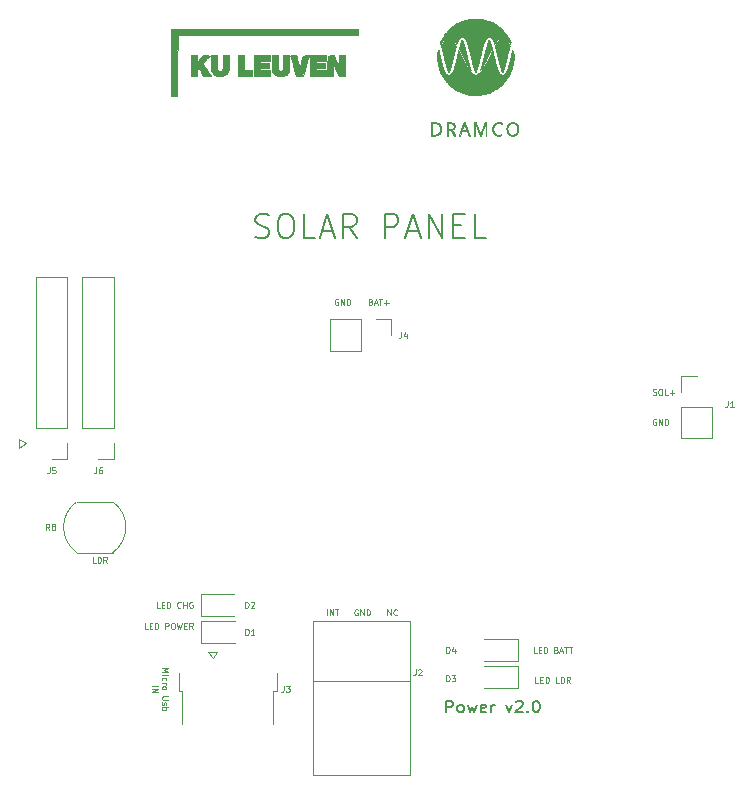
<source format=gto>
G04 #@! TF.GenerationSoftware,KiCad,Pcbnew,(5.1.6)-1*
G04 #@! TF.CreationDate,2020-11-30T16:59:51+01:00*
G04 #@! TF.ProjectId,Power_module_v1,506f7765-725f-46d6-9f64-756c655f7631,rev?*
G04 #@! TF.SameCoordinates,Original*
G04 #@! TF.FileFunction,Legend,Top*
G04 #@! TF.FilePolarity,Positive*
%FSLAX46Y46*%
G04 Gerber Fmt 4.6, Leading zero omitted, Abs format (unit mm)*
G04 Created by KiCad (PCBNEW (5.1.6)-1) date 2020-11-30 16:59:51*
%MOMM*%
%LPD*%
G01*
G04 APERTURE LIST*
%ADD10C,0.150000*%
%ADD11C,0.125000*%
%ADD12C,0.120000*%
%ADD13C,0.010000*%
G04 APERTURE END LIST*
D10*
X113523333Y-66849523D02*
X113809047Y-66944761D01*
X114285238Y-66944761D01*
X114475714Y-66849523D01*
X114570952Y-66754285D01*
X114666190Y-66563809D01*
X114666190Y-66373333D01*
X114570952Y-66182857D01*
X114475714Y-66087619D01*
X114285238Y-65992380D01*
X113904285Y-65897142D01*
X113713809Y-65801904D01*
X113618571Y-65706666D01*
X113523333Y-65516190D01*
X113523333Y-65325714D01*
X113618571Y-65135238D01*
X113713809Y-65040000D01*
X113904285Y-64944761D01*
X114380476Y-64944761D01*
X114666190Y-65040000D01*
X115904285Y-64944761D02*
X116285238Y-64944761D01*
X116475714Y-65040000D01*
X116666190Y-65230476D01*
X116761428Y-65611428D01*
X116761428Y-66278095D01*
X116666190Y-66659047D01*
X116475714Y-66849523D01*
X116285238Y-66944761D01*
X115904285Y-66944761D01*
X115713809Y-66849523D01*
X115523333Y-66659047D01*
X115428095Y-66278095D01*
X115428095Y-65611428D01*
X115523333Y-65230476D01*
X115713809Y-65040000D01*
X115904285Y-64944761D01*
X118570952Y-66944761D02*
X117618571Y-66944761D01*
X117618571Y-64944761D01*
X119142380Y-66373333D02*
X120094761Y-66373333D01*
X118951904Y-66944761D02*
X119618571Y-64944761D01*
X120285238Y-66944761D01*
X122094761Y-66944761D02*
X121428095Y-65992380D01*
X120951904Y-66944761D02*
X120951904Y-64944761D01*
X121713809Y-64944761D01*
X121904285Y-65040000D01*
X121999523Y-65135238D01*
X122094761Y-65325714D01*
X122094761Y-65611428D01*
X121999523Y-65801904D01*
X121904285Y-65897142D01*
X121713809Y-65992380D01*
X120951904Y-65992380D01*
X124475714Y-66944761D02*
X124475714Y-64944761D01*
X125237619Y-64944761D01*
X125428095Y-65040000D01*
X125523333Y-65135238D01*
X125618571Y-65325714D01*
X125618571Y-65611428D01*
X125523333Y-65801904D01*
X125428095Y-65897142D01*
X125237619Y-65992380D01*
X124475714Y-65992380D01*
X126380476Y-66373333D02*
X127332857Y-66373333D01*
X126190000Y-66944761D02*
X126856666Y-64944761D01*
X127523333Y-66944761D01*
X128190000Y-66944761D02*
X128190000Y-64944761D01*
X129332857Y-66944761D01*
X129332857Y-64944761D01*
X130285238Y-65897142D02*
X130951904Y-65897142D01*
X131237619Y-66944761D02*
X130285238Y-66944761D01*
X130285238Y-64944761D01*
X131237619Y-64944761D01*
X133047142Y-66944761D02*
X132094761Y-66944761D01*
X132094761Y-64944761D01*
D11*
X105621309Y-103394095D02*
X106121309Y-103394095D01*
X105764166Y-103560761D01*
X106121309Y-103727428D01*
X105621309Y-103727428D01*
X105621309Y-103965523D02*
X105954642Y-103965523D01*
X106121309Y-103965523D02*
X106097500Y-103941714D01*
X106073690Y-103965523D01*
X106097500Y-103989333D01*
X106121309Y-103965523D01*
X106073690Y-103965523D01*
X105645119Y-104417904D02*
X105621309Y-104370285D01*
X105621309Y-104275047D01*
X105645119Y-104227428D01*
X105668928Y-104203619D01*
X105716547Y-104179809D01*
X105859404Y-104179809D01*
X105907023Y-104203619D01*
X105930833Y-104227428D01*
X105954642Y-104275047D01*
X105954642Y-104370285D01*
X105930833Y-104417904D01*
X105621309Y-104632190D02*
X105954642Y-104632190D01*
X105859404Y-104632190D02*
X105907023Y-104656000D01*
X105930833Y-104679809D01*
X105954642Y-104727428D01*
X105954642Y-104775047D01*
X105621309Y-105013142D02*
X105645119Y-104965523D01*
X105668928Y-104941714D01*
X105716547Y-104917904D01*
X105859404Y-104917904D01*
X105907023Y-104941714D01*
X105930833Y-104965523D01*
X105954642Y-105013142D01*
X105954642Y-105084571D01*
X105930833Y-105132190D01*
X105907023Y-105156000D01*
X105859404Y-105179809D01*
X105716547Y-105179809D01*
X105668928Y-105156000D01*
X105645119Y-105132190D01*
X105621309Y-105084571D01*
X105621309Y-105013142D01*
X106121309Y-105775047D02*
X105716547Y-105775047D01*
X105668928Y-105798857D01*
X105645119Y-105822666D01*
X105621309Y-105870285D01*
X105621309Y-105965523D01*
X105645119Y-106013142D01*
X105668928Y-106036952D01*
X105716547Y-106060761D01*
X106121309Y-106060761D01*
X105645119Y-106275047D02*
X105621309Y-106322666D01*
X105621309Y-106417904D01*
X105645119Y-106465523D01*
X105692738Y-106489333D01*
X105716547Y-106489333D01*
X105764166Y-106465523D01*
X105787976Y-106417904D01*
X105787976Y-106346476D01*
X105811785Y-106298857D01*
X105859404Y-106275047D01*
X105883214Y-106275047D01*
X105930833Y-106298857D01*
X105954642Y-106346476D01*
X105954642Y-106417904D01*
X105930833Y-106465523D01*
X105621309Y-106703619D02*
X106121309Y-106703619D01*
X105930833Y-106703619D02*
X105954642Y-106751238D01*
X105954642Y-106846476D01*
X105930833Y-106894095D01*
X105907023Y-106917904D01*
X105859404Y-106941714D01*
X105716547Y-106941714D01*
X105668928Y-106917904D01*
X105645119Y-106894095D01*
X105621309Y-106846476D01*
X105621309Y-106751238D01*
X105645119Y-106703619D01*
X104746309Y-104894095D02*
X105246309Y-104894095D01*
X104746309Y-105132190D02*
X105246309Y-105132190D01*
X104746309Y-105417904D01*
X105246309Y-105417904D01*
X104386285Y-100048190D02*
X104148190Y-100048190D01*
X104148190Y-99548190D01*
X104552952Y-99786285D02*
X104719619Y-99786285D01*
X104791047Y-100048190D02*
X104552952Y-100048190D01*
X104552952Y-99548190D01*
X104791047Y-99548190D01*
X105005333Y-100048190D02*
X105005333Y-99548190D01*
X105124380Y-99548190D01*
X105195809Y-99572000D01*
X105243428Y-99619619D01*
X105267238Y-99667238D01*
X105291047Y-99762476D01*
X105291047Y-99833904D01*
X105267238Y-99929142D01*
X105243428Y-99976761D01*
X105195809Y-100024380D01*
X105124380Y-100048190D01*
X105005333Y-100048190D01*
X105886285Y-100048190D02*
X105886285Y-99548190D01*
X106076761Y-99548190D01*
X106124380Y-99572000D01*
X106148190Y-99595809D01*
X106172000Y-99643428D01*
X106172000Y-99714857D01*
X106148190Y-99762476D01*
X106124380Y-99786285D01*
X106076761Y-99810095D01*
X105886285Y-99810095D01*
X106481523Y-99548190D02*
X106576761Y-99548190D01*
X106624380Y-99572000D01*
X106672000Y-99619619D01*
X106695809Y-99714857D01*
X106695809Y-99881523D01*
X106672000Y-99976761D01*
X106624380Y-100024380D01*
X106576761Y-100048190D01*
X106481523Y-100048190D01*
X106433904Y-100024380D01*
X106386285Y-99976761D01*
X106362476Y-99881523D01*
X106362476Y-99714857D01*
X106386285Y-99619619D01*
X106433904Y-99572000D01*
X106481523Y-99548190D01*
X106862476Y-99548190D02*
X106981523Y-100048190D01*
X107076761Y-99691047D01*
X107172000Y-100048190D01*
X107291047Y-99548190D01*
X107481523Y-99786285D02*
X107648190Y-99786285D01*
X107719619Y-100048190D02*
X107481523Y-100048190D01*
X107481523Y-99548190D01*
X107719619Y-99548190D01*
X108219619Y-100048190D02*
X108052952Y-99810095D01*
X107933904Y-100048190D02*
X107933904Y-99548190D01*
X108124380Y-99548190D01*
X108172000Y-99572000D01*
X108195809Y-99595809D01*
X108219619Y-99643428D01*
X108219619Y-99714857D01*
X108195809Y-99762476D01*
X108172000Y-99786285D01*
X108124380Y-99810095D01*
X107933904Y-99810095D01*
X105406190Y-98270190D02*
X105168095Y-98270190D01*
X105168095Y-97770190D01*
X105572857Y-98008285D02*
X105739523Y-98008285D01*
X105810952Y-98270190D02*
X105572857Y-98270190D01*
X105572857Y-97770190D01*
X105810952Y-97770190D01*
X106025238Y-98270190D02*
X106025238Y-97770190D01*
X106144285Y-97770190D01*
X106215714Y-97794000D01*
X106263333Y-97841619D01*
X106287142Y-97889238D01*
X106310952Y-97984476D01*
X106310952Y-98055904D01*
X106287142Y-98151142D01*
X106263333Y-98198761D01*
X106215714Y-98246380D01*
X106144285Y-98270190D01*
X106025238Y-98270190D01*
X107191904Y-98222571D02*
X107168095Y-98246380D01*
X107096666Y-98270190D01*
X107049047Y-98270190D01*
X106977619Y-98246380D01*
X106930000Y-98198761D01*
X106906190Y-98151142D01*
X106882380Y-98055904D01*
X106882380Y-97984476D01*
X106906190Y-97889238D01*
X106930000Y-97841619D01*
X106977619Y-97794000D01*
X107049047Y-97770190D01*
X107096666Y-97770190D01*
X107168095Y-97794000D01*
X107191904Y-97817809D01*
X107406190Y-98270190D02*
X107406190Y-97770190D01*
X107406190Y-98008285D02*
X107691904Y-98008285D01*
X107691904Y-98270190D02*
X107691904Y-97770190D01*
X108191904Y-97794000D02*
X108144285Y-97770190D01*
X108072857Y-97770190D01*
X108001428Y-97794000D01*
X107953809Y-97841619D01*
X107930000Y-97889238D01*
X107906190Y-97984476D01*
X107906190Y-98055904D01*
X107930000Y-98151142D01*
X107953809Y-98198761D01*
X108001428Y-98246380D01*
X108072857Y-98270190D01*
X108120476Y-98270190D01*
X108191904Y-98246380D01*
X108215714Y-98222571D01*
X108215714Y-98055904D01*
X108120476Y-98055904D01*
X99984761Y-94460190D02*
X99746666Y-94460190D01*
X99746666Y-93960190D01*
X100151428Y-94460190D02*
X100151428Y-93960190D01*
X100270476Y-93960190D01*
X100341904Y-93984000D01*
X100389523Y-94031619D01*
X100413333Y-94079238D01*
X100437142Y-94174476D01*
X100437142Y-94245904D01*
X100413333Y-94341142D01*
X100389523Y-94388761D01*
X100341904Y-94436380D01*
X100270476Y-94460190D01*
X100151428Y-94460190D01*
X100937142Y-94460190D02*
X100770476Y-94222095D01*
X100651428Y-94460190D02*
X100651428Y-93960190D01*
X100841904Y-93960190D01*
X100889523Y-93984000D01*
X100913333Y-94007809D01*
X100937142Y-94055428D01*
X100937142Y-94126857D01*
X100913333Y-94174476D01*
X100889523Y-94198285D01*
X100841904Y-94222095D01*
X100651428Y-94222095D01*
X137469714Y-104620190D02*
X137231619Y-104620190D01*
X137231619Y-104120190D01*
X137636380Y-104358285D02*
X137803047Y-104358285D01*
X137874476Y-104620190D02*
X137636380Y-104620190D01*
X137636380Y-104120190D01*
X137874476Y-104120190D01*
X138088761Y-104620190D02*
X138088761Y-104120190D01*
X138207809Y-104120190D01*
X138279238Y-104144000D01*
X138326857Y-104191619D01*
X138350666Y-104239238D01*
X138374476Y-104334476D01*
X138374476Y-104405904D01*
X138350666Y-104501142D01*
X138326857Y-104548761D01*
X138279238Y-104596380D01*
X138207809Y-104620190D01*
X138088761Y-104620190D01*
X139207809Y-104620190D02*
X138969714Y-104620190D01*
X138969714Y-104120190D01*
X139374476Y-104620190D02*
X139374476Y-104120190D01*
X139493523Y-104120190D01*
X139564952Y-104144000D01*
X139612571Y-104191619D01*
X139636380Y-104239238D01*
X139660190Y-104334476D01*
X139660190Y-104405904D01*
X139636380Y-104501142D01*
X139612571Y-104548761D01*
X139564952Y-104596380D01*
X139493523Y-104620190D01*
X139374476Y-104620190D01*
X140160190Y-104620190D02*
X139993523Y-104382095D01*
X139874476Y-104620190D02*
X139874476Y-104120190D01*
X140064952Y-104120190D01*
X140112571Y-104144000D01*
X140136380Y-104167809D01*
X140160190Y-104215428D01*
X140160190Y-104286857D01*
X140136380Y-104334476D01*
X140112571Y-104358285D01*
X140064952Y-104382095D01*
X139874476Y-104382095D01*
X137326857Y-102080190D02*
X137088761Y-102080190D01*
X137088761Y-101580190D01*
X137493523Y-101818285D02*
X137660190Y-101818285D01*
X137731619Y-102080190D02*
X137493523Y-102080190D01*
X137493523Y-101580190D01*
X137731619Y-101580190D01*
X137945904Y-102080190D02*
X137945904Y-101580190D01*
X138064952Y-101580190D01*
X138136380Y-101604000D01*
X138184000Y-101651619D01*
X138207809Y-101699238D01*
X138231619Y-101794476D01*
X138231619Y-101865904D01*
X138207809Y-101961142D01*
X138184000Y-102008761D01*
X138136380Y-102056380D01*
X138064952Y-102080190D01*
X137945904Y-102080190D01*
X138993523Y-101818285D02*
X139064952Y-101842095D01*
X139088761Y-101865904D01*
X139112571Y-101913523D01*
X139112571Y-101984952D01*
X139088761Y-102032571D01*
X139064952Y-102056380D01*
X139017333Y-102080190D01*
X138826857Y-102080190D01*
X138826857Y-101580190D01*
X138993523Y-101580190D01*
X139041142Y-101604000D01*
X139064952Y-101627809D01*
X139088761Y-101675428D01*
X139088761Y-101723047D01*
X139064952Y-101770666D01*
X139041142Y-101794476D01*
X138993523Y-101818285D01*
X138826857Y-101818285D01*
X139303047Y-101937333D02*
X139541142Y-101937333D01*
X139255428Y-102080190D02*
X139422095Y-101580190D01*
X139588761Y-102080190D01*
X139684000Y-101580190D02*
X139969714Y-101580190D01*
X139826857Y-102080190D02*
X139826857Y-101580190D01*
X140064952Y-101580190D02*
X140350666Y-101580190D01*
X140207809Y-102080190D02*
X140207809Y-101580190D01*
D10*
X129675428Y-107132380D02*
X129675428Y-106132380D01*
X130056380Y-106132380D01*
X130151619Y-106180000D01*
X130199238Y-106227619D01*
X130246857Y-106322857D01*
X130246857Y-106465714D01*
X130199238Y-106560952D01*
X130151619Y-106608571D01*
X130056380Y-106656190D01*
X129675428Y-106656190D01*
X130818285Y-107132380D02*
X130723047Y-107084761D01*
X130675428Y-107037142D01*
X130627809Y-106941904D01*
X130627809Y-106656190D01*
X130675428Y-106560952D01*
X130723047Y-106513333D01*
X130818285Y-106465714D01*
X130961142Y-106465714D01*
X131056380Y-106513333D01*
X131104000Y-106560952D01*
X131151619Y-106656190D01*
X131151619Y-106941904D01*
X131104000Y-107037142D01*
X131056380Y-107084761D01*
X130961142Y-107132380D01*
X130818285Y-107132380D01*
X131484952Y-106465714D02*
X131675428Y-107132380D01*
X131865904Y-106656190D01*
X132056380Y-107132380D01*
X132246857Y-106465714D01*
X133008761Y-107084761D02*
X132913523Y-107132380D01*
X132723047Y-107132380D01*
X132627809Y-107084761D01*
X132580190Y-106989523D01*
X132580190Y-106608571D01*
X132627809Y-106513333D01*
X132723047Y-106465714D01*
X132913523Y-106465714D01*
X133008761Y-106513333D01*
X133056380Y-106608571D01*
X133056380Y-106703809D01*
X132580190Y-106799047D01*
X133484952Y-107132380D02*
X133484952Y-106465714D01*
X133484952Y-106656190D02*
X133532571Y-106560952D01*
X133580190Y-106513333D01*
X133675428Y-106465714D01*
X133770666Y-106465714D01*
X134770666Y-106465714D02*
X135008761Y-107132380D01*
X135246857Y-106465714D01*
X135580190Y-106227619D02*
X135627809Y-106180000D01*
X135723047Y-106132380D01*
X135961142Y-106132380D01*
X136056380Y-106180000D01*
X136104000Y-106227619D01*
X136151619Y-106322857D01*
X136151619Y-106418095D01*
X136104000Y-106560952D01*
X135532571Y-107132380D01*
X136151619Y-107132380D01*
X136580190Y-107037142D02*
X136627809Y-107084761D01*
X136580190Y-107132380D01*
X136532571Y-107084761D01*
X136580190Y-107037142D01*
X136580190Y-107132380D01*
X137246857Y-106132380D02*
X137342095Y-106132380D01*
X137437333Y-106180000D01*
X137484952Y-106227619D01*
X137532571Y-106322857D01*
X137580190Y-106513333D01*
X137580190Y-106751428D01*
X137532571Y-106941904D01*
X137484952Y-107037142D01*
X137437333Y-107084761D01*
X137342095Y-107132380D01*
X137246857Y-107132380D01*
X137151619Y-107084761D01*
X137104000Y-107037142D01*
X137056380Y-106941904D01*
X137008761Y-106751428D01*
X137008761Y-106513333D01*
X137056380Y-106322857D01*
X137104000Y-106227619D01*
X137151619Y-106180000D01*
X137246857Y-106132380D01*
D11*
X120523047Y-72140000D02*
X120475428Y-72116190D01*
X120404000Y-72116190D01*
X120332571Y-72140000D01*
X120284952Y-72187619D01*
X120261142Y-72235238D01*
X120237333Y-72330476D01*
X120237333Y-72401904D01*
X120261142Y-72497142D01*
X120284952Y-72544761D01*
X120332571Y-72592380D01*
X120404000Y-72616190D01*
X120451619Y-72616190D01*
X120523047Y-72592380D01*
X120546857Y-72568571D01*
X120546857Y-72401904D01*
X120451619Y-72401904D01*
X120761142Y-72616190D02*
X120761142Y-72116190D01*
X121046857Y-72616190D01*
X121046857Y-72116190D01*
X121284952Y-72616190D02*
X121284952Y-72116190D01*
X121404000Y-72116190D01*
X121475428Y-72140000D01*
X121523047Y-72187619D01*
X121546857Y-72235238D01*
X121570666Y-72330476D01*
X121570666Y-72401904D01*
X121546857Y-72497142D01*
X121523047Y-72544761D01*
X121475428Y-72592380D01*
X121404000Y-72616190D01*
X121284952Y-72616190D01*
X147165333Y-80212380D02*
X147236761Y-80236190D01*
X147355809Y-80236190D01*
X147403428Y-80212380D01*
X147427238Y-80188571D01*
X147451047Y-80140952D01*
X147451047Y-80093333D01*
X147427238Y-80045714D01*
X147403428Y-80021904D01*
X147355809Y-79998095D01*
X147260571Y-79974285D01*
X147212952Y-79950476D01*
X147189142Y-79926666D01*
X147165333Y-79879047D01*
X147165333Y-79831428D01*
X147189142Y-79783809D01*
X147212952Y-79760000D01*
X147260571Y-79736190D01*
X147379619Y-79736190D01*
X147451047Y-79760000D01*
X147760571Y-79736190D02*
X147855809Y-79736190D01*
X147903428Y-79760000D01*
X147951047Y-79807619D01*
X147974857Y-79902857D01*
X147974857Y-80069523D01*
X147951047Y-80164761D01*
X147903428Y-80212380D01*
X147855809Y-80236190D01*
X147760571Y-80236190D01*
X147712952Y-80212380D01*
X147665333Y-80164761D01*
X147641523Y-80069523D01*
X147641523Y-79902857D01*
X147665333Y-79807619D01*
X147712952Y-79760000D01*
X147760571Y-79736190D01*
X148427238Y-80236190D02*
X148189142Y-80236190D01*
X148189142Y-79736190D01*
X148593904Y-80045714D02*
X148974857Y-80045714D01*
X148784380Y-80236190D02*
X148784380Y-79855238D01*
X147447047Y-82300000D02*
X147399428Y-82276190D01*
X147328000Y-82276190D01*
X147256571Y-82300000D01*
X147208952Y-82347619D01*
X147185142Y-82395238D01*
X147161333Y-82490476D01*
X147161333Y-82561904D01*
X147185142Y-82657142D01*
X147208952Y-82704761D01*
X147256571Y-82752380D01*
X147328000Y-82776190D01*
X147375619Y-82776190D01*
X147447047Y-82752380D01*
X147470857Y-82728571D01*
X147470857Y-82561904D01*
X147375619Y-82561904D01*
X147685142Y-82776190D02*
X147685142Y-82276190D01*
X147970857Y-82776190D01*
X147970857Y-82276190D01*
X148208952Y-82776190D02*
X148208952Y-82276190D01*
X148328000Y-82276190D01*
X148399428Y-82300000D01*
X148447047Y-82347619D01*
X148470857Y-82395238D01*
X148494666Y-82490476D01*
X148494666Y-82561904D01*
X148470857Y-82657142D01*
X148447047Y-82704761D01*
X148399428Y-82752380D01*
X148328000Y-82776190D01*
X148208952Y-82776190D01*
X123273428Y-72354285D02*
X123344857Y-72378095D01*
X123368666Y-72401904D01*
X123392476Y-72449523D01*
X123392476Y-72520952D01*
X123368666Y-72568571D01*
X123344857Y-72592380D01*
X123297238Y-72616190D01*
X123106761Y-72616190D01*
X123106761Y-72116190D01*
X123273428Y-72116190D01*
X123321047Y-72140000D01*
X123344857Y-72163809D01*
X123368666Y-72211428D01*
X123368666Y-72259047D01*
X123344857Y-72306666D01*
X123321047Y-72330476D01*
X123273428Y-72354285D01*
X123106761Y-72354285D01*
X123582952Y-72473333D02*
X123821047Y-72473333D01*
X123535333Y-72616190D02*
X123702000Y-72116190D01*
X123868666Y-72616190D01*
X123963904Y-72116190D02*
X124249619Y-72116190D01*
X124106761Y-72616190D02*
X124106761Y-72116190D01*
X124416285Y-72425714D02*
X124797238Y-72425714D01*
X124606761Y-72616190D02*
X124606761Y-72235238D01*
D12*
X93472000Y-84709000D02*
X93472000Y-83947000D01*
X94107000Y-84328000D02*
X93472000Y-84709000D01*
X93472000Y-83947000D02*
X94107000Y-84328000D01*
D11*
X124702142Y-98905190D02*
X124702142Y-98405190D01*
X124987857Y-98905190D01*
X124987857Y-98405190D01*
X125511666Y-98857571D02*
X125487857Y-98881380D01*
X125416428Y-98905190D01*
X125368809Y-98905190D01*
X125297380Y-98881380D01*
X125249761Y-98833761D01*
X125225952Y-98786142D01*
X125202142Y-98690904D01*
X125202142Y-98619476D01*
X125225952Y-98524238D01*
X125249761Y-98476619D01*
X125297380Y-98429000D01*
X125368809Y-98405190D01*
X125416428Y-98405190D01*
X125487857Y-98429000D01*
X125511666Y-98452809D01*
X122174047Y-98429000D02*
X122126428Y-98405190D01*
X122055000Y-98405190D01*
X121983571Y-98429000D01*
X121935952Y-98476619D01*
X121912142Y-98524238D01*
X121888333Y-98619476D01*
X121888333Y-98690904D01*
X121912142Y-98786142D01*
X121935952Y-98833761D01*
X121983571Y-98881380D01*
X122055000Y-98905190D01*
X122102619Y-98905190D01*
X122174047Y-98881380D01*
X122197857Y-98857571D01*
X122197857Y-98690904D01*
X122102619Y-98690904D01*
X122412142Y-98905190D02*
X122412142Y-98405190D01*
X122697857Y-98905190D01*
X122697857Y-98405190D01*
X122935952Y-98905190D02*
X122935952Y-98405190D01*
X123055000Y-98405190D01*
X123126428Y-98429000D01*
X123174047Y-98476619D01*
X123197857Y-98524238D01*
X123221666Y-98619476D01*
X123221666Y-98690904D01*
X123197857Y-98786142D01*
X123174047Y-98833761D01*
X123126428Y-98881380D01*
X123055000Y-98905190D01*
X122935952Y-98905190D01*
X119562619Y-98905190D02*
X119562619Y-98405190D01*
X119800714Y-98905190D02*
X119800714Y-98405190D01*
X120086428Y-98905190D01*
X120086428Y-98405190D01*
X120253095Y-98405190D02*
X120538809Y-98405190D01*
X120395952Y-98905190D02*
X120395952Y-98405190D01*
D13*
G36*
X134147686Y-57156295D02*
G01*
X134184102Y-57158633D01*
X134218462Y-57162833D01*
X134253058Y-57169168D01*
X134286236Y-57176907D01*
X134302247Y-57181307D01*
X134320107Y-57186794D01*
X134338471Y-57192887D01*
X134355993Y-57199105D01*
X134371329Y-57204968D01*
X134383133Y-57209994D01*
X134390060Y-57213702D01*
X134390762Y-57214262D01*
X134390425Y-57217982D01*
X134387861Y-57226266D01*
X134383712Y-57237542D01*
X134378618Y-57250239D01*
X134373222Y-57262785D01*
X134368166Y-57273609D01*
X134364091Y-57281140D01*
X134362611Y-57283192D01*
X134358440Y-57283334D01*
X134350387Y-57280743D01*
X134343373Y-57277547D01*
X134326074Y-57269768D01*
X134304169Y-57261393D01*
X134279703Y-57253106D01*
X134254724Y-57245590D01*
X134231275Y-57239528D01*
X134226010Y-57238345D01*
X134170198Y-57229066D01*
X134115033Y-57225378D01*
X134061049Y-57227135D01*
X134008781Y-57234191D01*
X133958764Y-57246402D01*
X133911533Y-57263620D01*
X133867623Y-57285700D01*
X133827568Y-57312496D01*
X133791904Y-57343862D01*
X133776051Y-57361020D01*
X133744164Y-57402583D01*
X133717457Y-57447279D01*
X133695834Y-57495417D01*
X133679194Y-57547305D01*
X133667439Y-57603253D01*
X133660469Y-57663568D01*
X133658186Y-57728160D01*
X133660630Y-57793901D01*
X133667902Y-57855508D01*
X133679910Y-57912851D01*
X133696563Y-57965799D01*
X133717769Y-58014220D01*
X133743438Y-58057983D01*
X133773476Y-58096959D01*
X133807794Y-58131016D01*
X133846300Y-58160023D01*
X133888902Y-58183849D01*
X133935510Y-58202363D01*
X133986030Y-58215435D01*
X134000240Y-58218000D01*
X134050069Y-58223805D01*
X134103940Y-58225683D01*
X134160439Y-58223720D01*
X134218152Y-58218003D01*
X134275663Y-58208616D01*
X134320355Y-58198578D01*
X134352453Y-58190428D01*
X134352453Y-58259839D01*
X134327900Y-58266937D01*
X134296333Y-58275504D01*
X134266508Y-58282298D01*
X134236948Y-58287513D01*
X134206176Y-58291340D01*
X134172714Y-58293974D01*
X134135087Y-58295608D01*
X134103533Y-58296289D01*
X134080036Y-58296563D01*
X134058187Y-58296689D01*
X134039101Y-58296672D01*
X134023891Y-58296516D01*
X134013671Y-58296224D01*
X134010400Y-58295985D01*
X134002103Y-58294742D01*
X133989164Y-58292573D01*
X133973594Y-58289822D01*
X133962427Y-58287775D01*
X133907504Y-58274349D01*
X133856218Y-58255293D01*
X133808712Y-58230780D01*
X133765128Y-58200982D01*
X133725608Y-58166071D01*
X133690295Y-58126220D01*
X133659330Y-58081600D01*
X133632856Y-58032384D01*
X133611015Y-57978745D01*
X133593950Y-57920855D01*
X133581802Y-57858885D01*
X133577056Y-57821047D01*
X133575118Y-57795070D01*
X133573972Y-57764809D01*
X133573600Y-57732169D01*
X133573985Y-57699053D01*
X133575109Y-57667364D01*
X133576954Y-57639007D01*
X133578910Y-57620210D01*
X133590021Y-57556966D01*
X133606439Y-57497665D01*
X133628011Y-57442473D01*
X133654580Y-57391554D01*
X133685992Y-57345072D01*
X133722089Y-57303192D01*
X133762717Y-57266079D01*
X133807721Y-57233897D01*
X133856944Y-57206811D01*
X133910232Y-57184985D01*
X133967428Y-57168584D01*
X134014026Y-57159758D01*
X134026914Y-57158363D01*
X134044821Y-57157166D01*
X134065992Y-57156247D01*
X134088672Y-57155685D01*
X134106920Y-57155547D01*
X134147686Y-57156295D01*
G37*
X134147686Y-57156295D02*
X134184102Y-57158633D01*
X134218462Y-57162833D01*
X134253058Y-57169168D01*
X134286236Y-57176907D01*
X134302247Y-57181307D01*
X134320107Y-57186794D01*
X134338471Y-57192887D01*
X134355993Y-57199105D01*
X134371329Y-57204968D01*
X134383133Y-57209994D01*
X134390060Y-57213702D01*
X134390762Y-57214262D01*
X134390425Y-57217982D01*
X134387861Y-57226266D01*
X134383712Y-57237542D01*
X134378618Y-57250239D01*
X134373222Y-57262785D01*
X134368166Y-57273609D01*
X134364091Y-57281140D01*
X134362611Y-57283192D01*
X134358440Y-57283334D01*
X134350387Y-57280743D01*
X134343373Y-57277547D01*
X134326074Y-57269768D01*
X134304169Y-57261393D01*
X134279703Y-57253106D01*
X134254724Y-57245590D01*
X134231275Y-57239528D01*
X134226010Y-57238345D01*
X134170198Y-57229066D01*
X134115033Y-57225378D01*
X134061049Y-57227135D01*
X134008781Y-57234191D01*
X133958764Y-57246402D01*
X133911533Y-57263620D01*
X133867623Y-57285700D01*
X133827568Y-57312496D01*
X133791904Y-57343862D01*
X133776051Y-57361020D01*
X133744164Y-57402583D01*
X133717457Y-57447279D01*
X133695834Y-57495417D01*
X133679194Y-57547305D01*
X133667439Y-57603253D01*
X133660469Y-57663568D01*
X133658186Y-57728160D01*
X133660630Y-57793901D01*
X133667902Y-57855508D01*
X133679910Y-57912851D01*
X133696563Y-57965799D01*
X133717769Y-58014220D01*
X133743438Y-58057983D01*
X133773476Y-58096959D01*
X133807794Y-58131016D01*
X133846300Y-58160023D01*
X133888902Y-58183849D01*
X133935510Y-58202363D01*
X133986030Y-58215435D01*
X134000240Y-58218000D01*
X134050069Y-58223805D01*
X134103940Y-58225683D01*
X134160439Y-58223720D01*
X134218152Y-58218003D01*
X134275663Y-58208616D01*
X134320355Y-58198578D01*
X134352453Y-58190428D01*
X134352453Y-58259839D01*
X134327900Y-58266937D01*
X134296333Y-58275504D01*
X134266508Y-58282298D01*
X134236948Y-58287513D01*
X134206176Y-58291340D01*
X134172714Y-58293974D01*
X134135087Y-58295608D01*
X134103533Y-58296289D01*
X134080036Y-58296563D01*
X134058187Y-58296689D01*
X134039101Y-58296672D01*
X134023891Y-58296516D01*
X134013671Y-58296224D01*
X134010400Y-58295985D01*
X134002103Y-58294742D01*
X133989164Y-58292573D01*
X133973594Y-58289822D01*
X133962427Y-58287775D01*
X133907504Y-58274349D01*
X133856218Y-58255293D01*
X133808712Y-58230780D01*
X133765128Y-58200982D01*
X133725608Y-58166071D01*
X133690295Y-58126220D01*
X133659330Y-58081600D01*
X133632856Y-58032384D01*
X133611015Y-57978745D01*
X133593950Y-57920855D01*
X133581802Y-57858885D01*
X133577056Y-57821047D01*
X133575118Y-57795070D01*
X133573972Y-57764809D01*
X133573600Y-57732169D01*
X133573985Y-57699053D01*
X133575109Y-57667364D01*
X133576954Y-57639007D01*
X133578910Y-57620210D01*
X133590021Y-57556966D01*
X133606439Y-57497665D01*
X133628011Y-57442473D01*
X133654580Y-57391554D01*
X133685992Y-57345072D01*
X133722089Y-57303192D01*
X133762717Y-57266079D01*
X133807721Y-57233897D01*
X133856944Y-57206811D01*
X133910232Y-57184985D01*
X133967428Y-57168584D01*
X134014026Y-57159758D01*
X134026914Y-57158363D01*
X134044821Y-57157166D01*
X134065992Y-57156247D01*
X134088672Y-57155685D01*
X134106920Y-57155547D01*
X134147686Y-57156295D01*
G36*
X135298371Y-57155363D02*
G01*
X135320952Y-57155761D01*
X135339200Y-57156542D01*
X135354333Y-57157774D01*
X135367569Y-57159524D01*
X135376920Y-57161206D01*
X135429395Y-57173962D01*
X135476867Y-57190570D01*
X135520182Y-57211466D01*
X135560187Y-57237087D01*
X135597728Y-57267870D01*
X135614079Y-57283557D01*
X135651302Y-57325678D01*
X135683378Y-57372162D01*
X135710309Y-57423017D01*
X135732099Y-57478255D01*
X135748751Y-57537885D01*
X135760268Y-57601917D01*
X135766655Y-57670360D01*
X135768080Y-57724269D01*
X135765490Y-57796099D01*
X135757728Y-57863673D01*
X135744803Y-57926962D01*
X135726726Y-57985937D01*
X135703507Y-58040568D01*
X135675157Y-58090827D01*
X135641685Y-58136685D01*
X135611823Y-58169586D01*
X135572137Y-58204784D01*
X135528903Y-58234304D01*
X135482067Y-58258167D01*
X135431573Y-58276393D01*
X135377366Y-58289002D01*
X135319392Y-58296014D01*
X135265248Y-58297572D01*
X135247086Y-58297300D01*
X135230563Y-58296910D01*
X135217262Y-58296449D01*
X135208763Y-58295964D01*
X135207586Y-58295846D01*
X135148696Y-58285877D01*
X135093994Y-58270590D01*
X135043451Y-58249963D01*
X134997036Y-58223975D01*
X134954719Y-58192607D01*
X134916469Y-58155838D01*
X134882255Y-58113646D01*
X134852047Y-58066013D01*
X134843520Y-58050192D01*
X134820822Y-57999853D01*
X134802365Y-57944924D01*
X134788290Y-57886208D01*
X134778737Y-57824504D01*
X134773845Y-57760613D01*
X134773797Y-57725733D01*
X134860453Y-57725733D01*
X134862373Y-57791559D01*
X134868200Y-57852081D01*
X134878032Y-57907597D01*
X134891969Y-57958406D01*
X134910109Y-58004805D01*
X134932553Y-58047092D01*
X134959399Y-58085566D01*
X134990746Y-58120525D01*
X134992216Y-58121973D01*
X135027784Y-58152613D01*
X135066356Y-58177598D01*
X135108387Y-58197145D01*
X135154331Y-58211470D01*
X135197426Y-58219795D01*
X135215818Y-58221639D01*
X135238952Y-58222720D01*
X135264845Y-58223056D01*
X135291511Y-58222665D01*
X135316965Y-58221563D01*
X135339221Y-58219770D01*
X135349768Y-58218437D01*
X135400451Y-58207842D01*
X135446954Y-58191938D01*
X135489332Y-58170683D01*
X135527644Y-58144030D01*
X135561947Y-58111935D01*
X135592297Y-58074354D01*
X135618751Y-58031241D01*
X135636917Y-57993280D01*
X135652871Y-57949378D01*
X135665530Y-57900632D01*
X135674838Y-57848147D01*
X135680735Y-57793028D01*
X135683163Y-57736381D01*
X135682064Y-57679313D01*
X135677379Y-57622928D01*
X135669050Y-57568333D01*
X135661227Y-57532601D01*
X135646139Y-57482060D01*
X135627155Y-57436584D01*
X135603889Y-57395445D01*
X135575955Y-57357915D01*
X135558361Y-57338444D01*
X135524812Y-57307590D01*
X135488696Y-57282156D01*
X135449570Y-57261974D01*
X135406990Y-57246876D01*
X135360511Y-57236695D01*
X135309688Y-57231262D01*
X135271933Y-57230194D01*
X135233818Y-57231095D01*
X135200259Y-57233991D01*
X135169255Y-57239174D01*
X135138808Y-57246937D01*
X135123052Y-57251915D01*
X135078461Y-57270305D01*
X135037354Y-57294390D01*
X135000005Y-57323896D01*
X134966693Y-57358553D01*
X134937691Y-57398089D01*
X134913278Y-57442232D01*
X134901126Y-57470357D01*
X134887170Y-57510469D01*
X134876337Y-57551868D01*
X134868451Y-57595670D01*
X134863332Y-57642992D01*
X134860804Y-57694951D01*
X134860453Y-57725733D01*
X134773797Y-57725733D01*
X134773755Y-57695337D01*
X134775624Y-57661482D01*
X134782915Y-57594874D01*
X134794532Y-57533292D01*
X134810580Y-57476462D01*
X134831166Y-57424111D01*
X134856396Y-57375966D01*
X134886377Y-57331753D01*
X134918674Y-57293863D01*
X134956343Y-57258174D01*
X134996766Y-57227999D01*
X135040561Y-57202999D01*
X135088347Y-57182838D01*
X135140741Y-57167178D01*
X135158480Y-57163085D01*
X135171361Y-57160479D01*
X135183438Y-57158523D01*
X135196028Y-57157125D01*
X135210450Y-57156193D01*
X135228022Y-57155635D01*
X135250063Y-57155359D01*
X135270240Y-57155281D01*
X135298371Y-57155363D01*
G37*
X135298371Y-57155363D02*
X135320952Y-57155761D01*
X135339200Y-57156542D01*
X135354333Y-57157774D01*
X135367569Y-57159524D01*
X135376920Y-57161206D01*
X135429395Y-57173962D01*
X135476867Y-57190570D01*
X135520182Y-57211466D01*
X135560187Y-57237087D01*
X135597728Y-57267870D01*
X135614079Y-57283557D01*
X135651302Y-57325678D01*
X135683378Y-57372162D01*
X135710309Y-57423017D01*
X135732099Y-57478255D01*
X135748751Y-57537885D01*
X135760268Y-57601917D01*
X135766655Y-57670360D01*
X135768080Y-57724269D01*
X135765490Y-57796099D01*
X135757728Y-57863673D01*
X135744803Y-57926962D01*
X135726726Y-57985937D01*
X135703507Y-58040568D01*
X135675157Y-58090827D01*
X135641685Y-58136685D01*
X135611823Y-58169586D01*
X135572137Y-58204784D01*
X135528903Y-58234304D01*
X135482067Y-58258167D01*
X135431573Y-58276393D01*
X135377366Y-58289002D01*
X135319392Y-58296014D01*
X135265248Y-58297572D01*
X135247086Y-58297300D01*
X135230563Y-58296910D01*
X135217262Y-58296449D01*
X135208763Y-58295964D01*
X135207586Y-58295846D01*
X135148696Y-58285877D01*
X135093994Y-58270590D01*
X135043451Y-58249963D01*
X134997036Y-58223975D01*
X134954719Y-58192607D01*
X134916469Y-58155838D01*
X134882255Y-58113646D01*
X134852047Y-58066013D01*
X134843520Y-58050192D01*
X134820822Y-57999853D01*
X134802365Y-57944924D01*
X134788290Y-57886208D01*
X134778737Y-57824504D01*
X134773845Y-57760613D01*
X134773797Y-57725733D01*
X134860453Y-57725733D01*
X134862373Y-57791559D01*
X134868200Y-57852081D01*
X134878032Y-57907597D01*
X134891969Y-57958406D01*
X134910109Y-58004805D01*
X134932553Y-58047092D01*
X134959399Y-58085566D01*
X134990746Y-58120525D01*
X134992216Y-58121973D01*
X135027784Y-58152613D01*
X135066356Y-58177598D01*
X135108387Y-58197145D01*
X135154331Y-58211470D01*
X135197426Y-58219795D01*
X135215818Y-58221639D01*
X135238952Y-58222720D01*
X135264845Y-58223056D01*
X135291511Y-58222665D01*
X135316965Y-58221563D01*
X135339221Y-58219770D01*
X135349768Y-58218437D01*
X135400451Y-58207842D01*
X135446954Y-58191938D01*
X135489332Y-58170683D01*
X135527644Y-58144030D01*
X135561947Y-58111935D01*
X135592297Y-58074354D01*
X135618751Y-58031241D01*
X135636917Y-57993280D01*
X135652871Y-57949378D01*
X135665530Y-57900632D01*
X135674838Y-57848147D01*
X135680735Y-57793028D01*
X135683163Y-57736381D01*
X135682064Y-57679313D01*
X135677379Y-57622928D01*
X135669050Y-57568333D01*
X135661227Y-57532601D01*
X135646139Y-57482060D01*
X135627155Y-57436584D01*
X135603889Y-57395445D01*
X135575955Y-57357915D01*
X135558361Y-57338444D01*
X135524812Y-57307590D01*
X135488696Y-57282156D01*
X135449570Y-57261974D01*
X135406990Y-57246876D01*
X135360511Y-57236695D01*
X135309688Y-57231262D01*
X135271933Y-57230194D01*
X135233818Y-57231095D01*
X135200259Y-57233991D01*
X135169255Y-57239174D01*
X135138808Y-57246937D01*
X135123052Y-57251915D01*
X135078461Y-57270305D01*
X135037354Y-57294390D01*
X135000005Y-57323896D01*
X134966693Y-57358553D01*
X134937691Y-57398089D01*
X134913278Y-57442232D01*
X134901126Y-57470357D01*
X134887170Y-57510469D01*
X134876337Y-57551868D01*
X134868451Y-57595670D01*
X134863332Y-57642992D01*
X134860804Y-57694951D01*
X134860453Y-57725733D01*
X134773797Y-57725733D01*
X134773755Y-57695337D01*
X134775624Y-57661482D01*
X134782915Y-57594874D01*
X134794532Y-57533292D01*
X134810580Y-57476462D01*
X134831166Y-57424111D01*
X134856396Y-57375966D01*
X134886377Y-57331753D01*
X134918674Y-57293863D01*
X134956343Y-57258174D01*
X134996766Y-57227999D01*
X135040561Y-57202999D01*
X135088347Y-57182838D01*
X135140741Y-57167178D01*
X135158480Y-57163085D01*
X135171361Y-57160479D01*
X135183438Y-57158523D01*
X135196028Y-57157125D01*
X135210450Y-57156193D01*
X135228022Y-57155635D01*
X135250063Y-57155359D01*
X135270240Y-57155281D01*
X135298371Y-57155363D01*
G36*
X128587500Y-57171242D02*
G01*
X128631747Y-57171590D01*
X128669894Y-57171960D01*
X128702613Y-57172402D01*
X128730575Y-57172963D01*
X128754454Y-57173692D01*
X128774921Y-57174638D01*
X128792650Y-57175847D01*
X128808311Y-57177370D01*
X128822579Y-57179254D01*
X128836125Y-57181547D01*
X128849622Y-57184297D01*
X128863741Y-57187554D01*
X128879156Y-57191365D01*
X128883760Y-57192529D01*
X128938293Y-57209500D01*
X128988732Y-57231662D01*
X129034892Y-57258874D01*
X129076588Y-57290992D01*
X129113635Y-57327872D01*
X129145849Y-57369372D01*
X129173045Y-57415348D01*
X129174161Y-57417546D01*
X129193828Y-57461129D01*
X129209445Y-57506199D01*
X129221199Y-57553678D01*
X129229281Y-57604488D01*
X129233881Y-57659549D01*
X129235199Y-57714186D01*
X129233495Y-57778217D01*
X129228278Y-57836984D01*
X129219392Y-57891110D01*
X129206679Y-57941214D01*
X129189982Y-57987917D01*
X129169146Y-58031839D01*
X129144647Y-58072652D01*
X129113128Y-58113966D01*
X129076395Y-58151216D01*
X129034832Y-58184157D01*
X128988820Y-58212540D01*
X128938744Y-58236119D01*
X128884985Y-58254646D01*
X128848653Y-58263775D01*
X128830608Y-58267578D01*
X128813842Y-58270816D01*
X128797603Y-58273541D01*
X128781137Y-58275808D01*
X128763691Y-58277667D01*
X128744513Y-58279171D01*
X128722849Y-58280374D01*
X128697946Y-58281328D01*
X128669051Y-58282085D01*
X128635412Y-58282699D01*
X128596275Y-58283221D01*
X128565486Y-58283557D01*
X128391920Y-58285341D01*
X128391920Y-58214094D01*
X128469813Y-58214094D01*
X128609513Y-58212428D01*
X128645221Y-58211970D01*
X128674950Y-58211497D01*
X128699494Y-58210972D01*
X128719649Y-58210355D01*
X128736208Y-58209608D01*
X128749965Y-58208691D01*
X128761717Y-58207567D01*
X128772255Y-58206196D01*
X128782377Y-58204540D01*
X128786466Y-58203793D01*
X128843620Y-58190626D01*
X128895391Y-58173445D01*
X128941954Y-58152102D01*
X128983487Y-58126451D01*
X129020164Y-58096346D01*
X129052163Y-58061641D01*
X129079659Y-58022188D01*
X129102829Y-57977843D01*
X129121849Y-57928459D01*
X129123245Y-57924134D01*
X129130946Y-57898270D01*
X129137013Y-57873666D01*
X129141613Y-57848989D01*
X129144915Y-57822911D01*
X129147086Y-57794099D01*
X129148295Y-57761224D01*
X129148708Y-57722954D01*
X129148709Y-57722346D01*
X129148624Y-57690500D01*
X129148175Y-57664076D01*
X129147229Y-57641727D01*
X129145652Y-57622105D01*
X129143311Y-57603864D01*
X129140073Y-57585655D01*
X129135803Y-57566131D01*
X129131501Y-57548441D01*
X129115550Y-57496894D01*
X129094669Y-57449872D01*
X129068923Y-57407461D01*
X129038375Y-57369745D01*
X129003090Y-57336809D01*
X128963132Y-57308739D01*
X128941336Y-57296512D01*
X128918416Y-57285152D01*
X128896244Y-57275403D01*
X128874073Y-57267138D01*
X128851157Y-57260228D01*
X128826746Y-57254547D01*
X128800093Y-57249967D01*
X128770450Y-57246361D01*
X128737071Y-57243600D01*
X128699206Y-57241559D01*
X128656108Y-57240108D01*
X128607030Y-57239121D01*
X128604433Y-57239082D01*
X128469813Y-57237085D01*
X128469813Y-58214094D01*
X128391920Y-58214094D01*
X128391920Y-57169792D01*
X128587500Y-57171242D01*
G37*
X128587500Y-57171242D02*
X128631747Y-57171590D01*
X128669894Y-57171960D01*
X128702613Y-57172402D01*
X128730575Y-57172963D01*
X128754454Y-57173692D01*
X128774921Y-57174638D01*
X128792650Y-57175847D01*
X128808311Y-57177370D01*
X128822579Y-57179254D01*
X128836125Y-57181547D01*
X128849622Y-57184297D01*
X128863741Y-57187554D01*
X128879156Y-57191365D01*
X128883760Y-57192529D01*
X128938293Y-57209500D01*
X128988732Y-57231662D01*
X129034892Y-57258874D01*
X129076588Y-57290992D01*
X129113635Y-57327872D01*
X129145849Y-57369372D01*
X129173045Y-57415348D01*
X129174161Y-57417546D01*
X129193828Y-57461129D01*
X129209445Y-57506199D01*
X129221199Y-57553678D01*
X129229281Y-57604488D01*
X129233881Y-57659549D01*
X129235199Y-57714186D01*
X129233495Y-57778217D01*
X129228278Y-57836984D01*
X129219392Y-57891110D01*
X129206679Y-57941214D01*
X129189982Y-57987917D01*
X129169146Y-58031839D01*
X129144647Y-58072652D01*
X129113128Y-58113966D01*
X129076395Y-58151216D01*
X129034832Y-58184157D01*
X128988820Y-58212540D01*
X128938744Y-58236119D01*
X128884985Y-58254646D01*
X128848653Y-58263775D01*
X128830608Y-58267578D01*
X128813842Y-58270816D01*
X128797603Y-58273541D01*
X128781137Y-58275808D01*
X128763691Y-58277667D01*
X128744513Y-58279171D01*
X128722849Y-58280374D01*
X128697946Y-58281328D01*
X128669051Y-58282085D01*
X128635412Y-58282699D01*
X128596275Y-58283221D01*
X128565486Y-58283557D01*
X128391920Y-58285341D01*
X128391920Y-58214094D01*
X128469813Y-58214094D01*
X128609513Y-58212428D01*
X128645221Y-58211970D01*
X128674950Y-58211497D01*
X128699494Y-58210972D01*
X128719649Y-58210355D01*
X128736208Y-58209608D01*
X128749965Y-58208691D01*
X128761717Y-58207567D01*
X128772255Y-58206196D01*
X128782377Y-58204540D01*
X128786466Y-58203793D01*
X128843620Y-58190626D01*
X128895391Y-58173445D01*
X128941954Y-58152102D01*
X128983487Y-58126451D01*
X129020164Y-58096346D01*
X129052163Y-58061641D01*
X129079659Y-58022188D01*
X129102829Y-57977843D01*
X129121849Y-57928459D01*
X129123245Y-57924134D01*
X129130946Y-57898270D01*
X129137013Y-57873666D01*
X129141613Y-57848989D01*
X129144915Y-57822911D01*
X129147086Y-57794099D01*
X129148295Y-57761224D01*
X129148708Y-57722954D01*
X129148709Y-57722346D01*
X129148624Y-57690500D01*
X129148175Y-57664076D01*
X129147229Y-57641727D01*
X129145652Y-57622105D01*
X129143311Y-57603864D01*
X129140073Y-57585655D01*
X129135803Y-57566131D01*
X129131501Y-57548441D01*
X129115550Y-57496894D01*
X129094669Y-57449872D01*
X129068923Y-57407461D01*
X129038375Y-57369745D01*
X129003090Y-57336809D01*
X128963132Y-57308739D01*
X128941336Y-57296512D01*
X128918416Y-57285152D01*
X128896244Y-57275403D01*
X128874073Y-57267138D01*
X128851157Y-57260228D01*
X128826746Y-57254547D01*
X128800093Y-57249967D01*
X128770450Y-57246361D01*
X128737071Y-57243600D01*
X128699206Y-57241559D01*
X128656108Y-57240108D01*
X128607030Y-57239121D01*
X128604433Y-57239082D01*
X128469813Y-57237085D01*
X128469813Y-58214094D01*
X128391920Y-58214094D01*
X128391920Y-57169792D01*
X128587500Y-57171242D01*
G36*
X129881206Y-57170331D02*
G01*
X129914637Y-57170413D01*
X129947362Y-57170644D01*
X129978467Y-57171005D01*
X130007039Y-57171481D01*
X130032162Y-57172055D01*
X130052923Y-57172709D01*
X130068406Y-57173427D01*
X130075093Y-57173910D01*
X130125306Y-57180379D01*
X130172034Y-57190171D01*
X130214485Y-57203064D01*
X130251869Y-57218836D01*
X130269323Y-57228267D01*
X130288032Y-57241092D01*
X130307771Y-57257656D01*
X130326931Y-57276353D01*
X130343905Y-57295573D01*
X130357084Y-57313709D01*
X130360409Y-57319333D01*
X130376199Y-57354466D01*
X130387505Y-57393421D01*
X130394269Y-57434891D01*
X130396433Y-57477568D01*
X130393938Y-57520148D01*
X130386726Y-57561323D01*
X130374739Y-57599786D01*
X130373102Y-57603855D01*
X130354100Y-57641182D01*
X130329449Y-57674959D01*
X130299395Y-57704967D01*
X130264184Y-57730993D01*
X130224062Y-57752819D01*
X130186169Y-57767947D01*
X130174604Y-57772389D01*
X130166208Y-57776573D01*
X130162472Y-57779729D01*
X130162425Y-57780215D01*
X130164270Y-57783644D01*
X130169335Y-57792455D01*
X130177365Y-57806217D01*
X130188105Y-57824500D01*
X130201301Y-57846872D01*
X130216696Y-57872902D01*
X130234037Y-57902158D01*
X130253068Y-57934210D01*
X130273535Y-57968626D01*
X130295182Y-58004975D01*
X130310591Y-58030820D01*
X130332883Y-58068230D01*
X130354148Y-58103997D01*
X130374135Y-58137689D01*
X130392589Y-58168877D01*
X130409258Y-58197131D01*
X130423890Y-58222020D01*
X130436230Y-58243115D01*
X130446026Y-58259985D01*
X130453024Y-58272199D01*
X130456973Y-58279329D01*
X130457786Y-58281058D01*
X130454485Y-58282589D01*
X130444904Y-58283701D01*
X130429525Y-58284359D01*
X130412858Y-58284533D01*
X130367930Y-58284533D01*
X130082370Y-57801933D01*
X129943265Y-57801049D01*
X129804160Y-57800164D01*
X129804160Y-58284533D01*
X129726266Y-58284533D01*
X129726266Y-57484715D01*
X129804160Y-57484715D01*
X129804190Y-57524706D01*
X129804279Y-57562710D01*
X129804421Y-57598185D01*
X129804610Y-57630591D01*
X129804843Y-57659384D01*
X129805114Y-57684024D01*
X129805418Y-57703970D01*
X129805750Y-57718679D01*
X129806106Y-57727609D01*
X129806417Y-57730248D01*
X129810459Y-57730979D01*
X129820354Y-57731555D01*
X129835186Y-57731982D01*
X129854036Y-57732264D01*
X129875988Y-57732403D01*
X129900123Y-57732406D01*
X129925524Y-57732274D01*
X129951273Y-57732014D01*
X129976453Y-57731628D01*
X130000146Y-57731121D01*
X130021434Y-57730497D01*
X130039401Y-57729761D01*
X130049729Y-57729165D01*
X130095904Y-57724227D01*
X130136636Y-57715975D01*
X130172502Y-57704191D01*
X130204084Y-57688656D01*
X130231961Y-57669153D01*
X130247959Y-57654654D01*
X130267871Y-57632586D01*
X130283026Y-57610153D01*
X130294743Y-57585103D01*
X130302617Y-57561361D01*
X130305750Y-57549506D01*
X130307923Y-57538299D01*
X130309296Y-57526064D01*
X130310031Y-57511123D01*
X130310291Y-57491799D01*
X130310297Y-57481893D01*
X130310105Y-57459958D01*
X130309500Y-57443103D01*
X130308318Y-57429641D01*
X130306394Y-57417883D01*
X130303563Y-57406140D01*
X130302529Y-57402425D01*
X130290565Y-57368882D01*
X130274904Y-57340075D01*
X130255097Y-57315619D01*
X130230700Y-57295126D01*
X130201264Y-57278209D01*
X130166344Y-57264482D01*
X130132666Y-57255183D01*
X130115345Y-57251544D01*
X130096829Y-57248556D01*
X130076319Y-57246167D01*
X130053017Y-57244327D01*
X130026126Y-57242986D01*
X129994847Y-57242092D01*
X129958383Y-57241594D01*
X129916766Y-57241442D01*
X129804160Y-57241440D01*
X129804160Y-57484715D01*
X129726266Y-57484715D01*
X129726266Y-57170320D01*
X129881206Y-57170331D01*
G37*
X129881206Y-57170331D02*
X129914637Y-57170413D01*
X129947362Y-57170644D01*
X129978467Y-57171005D01*
X130007039Y-57171481D01*
X130032162Y-57172055D01*
X130052923Y-57172709D01*
X130068406Y-57173427D01*
X130075093Y-57173910D01*
X130125306Y-57180379D01*
X130172034Y-57190171D01*
X130214485Y-57203064D01*
X130251869Y-57218836D01*
X130269323Y-57228267D01*
X130288032Y-57241092D01*
X130307771Y-57257656D01*
X130326931Y-57276353D01*
X130343905Y-57295573D01*
X130357084Y-57313709D01*
X130360409Y-57319333D01*
X130376199Y-57354466D01*
X130387505Y-57393421D01*
X130394269Y-57434891D01*
X130396433Y-57477568D01*
X130393938Y-57520148D01*
X130386726Y-57561323D01*
X130374739Y-57599786D01*
X130373102Y-57603855D01*
X130354100Y-57641182D01*
X130329449Y-57674959D01*
X130299395Y-57704967D01*
X130264184Y-57730993D01*
X130224062Y-57752819D01*
X130186169Y-57767947D01*
X130174604Y-57772389D01*
X130166208Y-57776573D01*
X130162472Y-57779729D01*
X130162425Y-57780215D01*
X130164270Y-57783644D01*
X130169335Y-57792455D01*
X130177365Y-57806217D01*
X130188105Y-57824500D01*
X130201301Y-57846872D01*
X130216696Y-57872902D01*
X130234037Y-57902158D01*
X130253068Y-57934210D01*
X130273535Y-57968626D01*
X130295182Y-58004975D01*
X130310591Y-58030820D01*
X130332883Y-58068230D01*
X130354148Y-58103997D01*
X130374135Y-58137689D01*
X130392589Y-58168877D01*
X130409258Y-58197131D01*
X130423890Y-58222020D01*
X130436230Y-58243115D01*
X130446026Y-58259985D01*
X130453024Y-58272199D01*
X130456973Y-58279329D01*
X130457786Y-58281058D01*
X130454485Y-58282589D01*
X130444904Y-58283701D01*
X130429525Y-58284359D01*
X130412858Y-58284533D01*
X130367930Y-58284533D01*
X130082370Y-57801933D01*
X129943265Y-57801049D01*
X129804160Y-57800164D01*
X129804160Y-58284533D01*
X129726266Y-58284533D01*
X129726266Y-57484715D01*
X129804160Y-57484715D01*
X129804190Y-57524706D01*
X129804279Y-57562710D01*
X129804421Y-57598185D01*
X129804610Y-57630591D01*
X129804843Y-57659384D01*
X129805114Y-57684024D01*
X129805418Y-57703970D01*
X129805750Y-57718679D01*
X129806106Y-57727609D01*
X129806417Y-57730248D01*
X129810459Y-57730979D01*
X129820354Y-57731555D01*
X129835186Y-57731982D01*
X129854036Y-57732264D01*
X129875988Y-57732403D01*
X129900123Y-57732406D01*
X129925524Y-57732274D01*
X129951273Y-57732014D01*
X129976453Y-57731628D01*
X130000146Y-57731121D01*
X130021434Y-57730497D01*
X130039401Y-57729761D01*
X130049729Y-57729165D01*
X130095904Y-57724227D01*
X130136636Y-57715975D01*
X130172502Y-57704191D01*
X130204084Y-57688656D01*
X130231961Y-57669153D01*
X130247959Y-57654654D01*
X130267871Y-57632586D01*
X130283026Y-57610153D01*
X130294743Y-57585103D01*
X130302617Y-57561361D01*
X130305750Y-57549506D01*
X130307923Y-57538299D01*
X130309296Y-57526064D01*
X130310031Y-57511123D01*
X130310291Y-57491799D01*
X130310297Y-57481893D01*
X130310105Y-57459958D01*
X130309500Y-57443103D01*
X130308318Y-57429641D01*
X130306394Y-57417883D01*
X130303563Y-57406140D01*
X130302529Y-57402425D01*
X130290565Y-57368882D01*
X130274904Y-57340075D01*
X130255097Y-57315619D01*
X130230700Y-57295126D01*
X130201264Y-57278209D01*
X130166344Y-57264482D01*
X130132666Y-57255183D01*
X130115345Y-57251544D01*
X130096829Y-57248556D01*
X130076319Y-57246167D01*
X130053017Y-57244327D01*
X130026126Y-57242986D01*
X129994847Y-57242092D01*
X129958383Y-57241594D01*
X129916766Y-57241442D01*
X129804160Y-57241440D01*
X129804160Y-57484715D01*
X129726266Y-57484715D01*
X129726266Y-57170320D01*
X129881206Y-57170331D01*
G36*
X131215262Y-57167451D02*
G01*
X131224324Y-57168973D01*
X131227483Y-57171227D01*
X131228876Y-57174789D01*
X131232617Y-57184332D01*
X131238578Y-57199535D01*
X131246633Y-57220073D01*
X131256654Y-57245623D01*
X131268516Y-57275863D01*
X131282091Y-57310470D01*
X131297253Y-57349119D01*
X131313874Y-57391488D01*
X131331828Y-57437253D01*
X131350989Y-57486092D01*
X131371229Y-57537681D01*
X131392421Y-57591697D01*
X131414439Y-57647817D01*
X131437157Y-57705717D01*
X131444535Y-57724523D01*
X131467457Y-57782944D01*
X131489725Y-57839701D01*
X131511212Y-57894468D01*
X131531791Y-57946922D01*
X131551335Y-57996739D01*
X131569716Y-58043594D01*
X131586808Y-58087163D01*
X131602483Y-58127122D01*
X131616614Y-58163147D01*
X131629074Y-58194913D01*
X131639735Y-58222098D01*
X131648472Y-58244376D01*
X131655156Y-58261423D01*
X131659660Y-58272916D01*
X131661858Y-58278529D01*
X131662052Y-58279028D01*
X131662277Y-58281282D01*
X131660256Y-58282827D01*
X131654994Y-58283794D01*
X131645497Y-58284312D01*
X131630771Y-58284511D01*
X131620029Y-58284533D01*
X131575893Y-58284533D01*
X131535495Y-58182086D01*
X131523273Y-58151077D01*
X131509679Y-58116562D01*
X131495499Y-58080538D01*
X131481519Y-58045001D01*
X131468524Y-58011947D01*
X131458195Y-57985652D01*
X131421293Y-57891664D01*
X131194983Y-57892518D01*
X130968674Y-57893373D01*
X130891725Y-58088106D01*
X130814776Y-58282840D01*
X130771345Y-58283790D01*
X130753544Y-58284118D01*
X130741493Y-58284098D01*
X130734172Y-58283603D01*
X130730560Y-58282509D01*
X130729638Y-58280690D01*
X130730121Y-58278710D01*
X130731593Y-58274972D01*
X130735450Y-58265267D01*
X130741563Y-58249916D01*
X130749804Y-58229242D01*
X130760043Y-58203568D01*
X130772153Y-58173214D01*
X130786005Y-58138504D01*
X130801470Y-58099759D01*
X130818419Y-58057303D01*
X130836725Y-58011456D01*
X130856257Y-57962542D01*
X130876889Y-57910882D01*
X130898491Y-57856799D01*
X130914835Y-57815882D01*
X131000490Y-57815882D01*
X131001421Y-57816943D01*
X131003846Y-57817830D01*
X131008271Y-57818560D01*
X131015200Y-57819147D01*
X131025139Y-57819607D01*
X131038593Y-57819956D01*
X131056067Y-57820208D01*
X131078067Y-57820378D01*
X131105097Y-57820484D01*
X131137664Y-57820538D01*
X131176272Y-57820558D01*
X131195685Y-57820560D01*
X131235555Y-57820507D01*
X131271921Y-57820356D01*
X131304341Y-57820111D01*
X131332378Y-57819781D01*
X131355590Y-57819372D01*
X131373537Y-57818892D01*
X131385781Y-57818346D01*
X131391881Y-57817742D01*
X131392506Y-57817465D01*
X131391340Y-57813863D01*
X131387969Y-57804434D01*
X131382582Y-57789688D01*
X131375367Y-57770132D01*
X131366515Y-57746276D01*
X131356214Y-57718630D01*
X131344654Y-57687701D01*
X131332023Y-57653999D01*
X131318512Y-57618033D01*
X131306575Y-57586325D01*
X131292107Y-57547871D01*
X131278095Y-57510515D01*
X131264762Y-57474860D01*
X131252332Y-57441508D01*
X131241027Y-57411060D01*
X131231071Y-57384120D01*
X131222687Y-57361289D01*
X131216098Y-57343168D01*
X131211528Y-57330361D01*
X131209655Y-57324897D01*
X131198666Y-57291514D01*
X131180790Y-57345217D01*
X131176347Y-57357988D01*
X131169685Y-57376335D01*
X131161078Y-57399537D01*
X131150802Y-57426872D01*
X131139129Y-57457617D01*
X131126334Y-57491052D01*
X131112692Y-57526453D01*
X131098476Y-57563101D01*
X131083960Y-57600272D01*
X131082573Y-57603813D01*
X131068661Y-57639316D01*
X131055462Y-57673048D01*
X131043187Y-57704466D01*
X131032047Y-57733026D01*
X131022254Y-57758185D01*
X131014020Y-57779398D01*
X131007557Y-57796121D01*
X131003075Y-57807811D01*
X131000787Y-57813924D01*
X131000547Y-57814633D01*
X131000490Y-57815882D01*
X130914835Y-57815882D01*
X130920934Y-57800614D01*
X130944090Y-57742651D01*
X130953197Y-57719856D01*
X131174066Y-57167032D01*
X131199950Y-57166982D01*
X131215262Y-57167451D01*
G37*
X131215262Y-57167451D02*
X131224324Y-57168973D01*
X131227483Y-57171227D01*
X131228876Y-57174789D01*
X131232617Y-57184332D01*
X131238578Y-57199535D01*
X131246633Y-57220073D01*
X131256654Y-57245623D01*
X131268516Y-57275863D01*
X131282091Y-57310470D01*
X131297253Y-57349119D01*
X131313874Y-57391488D01*
X131331828Y-57437253D01*
X131350989Y-57486092D01*
X131371229Y-57537681D01*
X131392421Y-57591697D01*
X131414439Y-57647817D01*
X131437157Y-57705717D01*
X131444535Y-57724523D01*
X131467457Y-57782944D01*
X131489725Y-57839701D01*
X131511212Y-57894468D01*
X131531791Y-57946922D01*
X131551335Y-57996739D01*
X131569716Y-58043594D01*
X131586808Y-58087163D01*
X131602483Y-58127122D01*
X131616614Y-58163147D01*
X131629074Y-58194913D01*
X131639735Y-58222098D01*
X131648472Y-58244376D01*
X131655156Y-58261423D01*
X131659660Y-58272916D01*
X131661858Y-58278529D01*
X131662052Y-58279028D01*
X131662277Y-58281282D01*
X131660256Y-58282827D01*
X131654994Y-58283794D01*
X131645497Y-58284312D01*
X131630771Y-58284511D01*
X131620029Y-58284533D01*
X131575893Y-58284533D01*
X131535495Y-58182086D01*
X131523273Y-58151077D01*
X131509679Y-58116562D01*
X131495499Y-58080538D01*
X131481519Y-58045001D01*
X131468524Y-58011947D01*
X131458195Y-57985652D01*
X131421293Y-57891664D01*
X131194983Y-57892518D01*
X130968674Y-57893373D01*
X130891725Y-58088106D01*
X130814776Y-58282840D01*
X130771345Y-58283790D01*
X130753544Y-58284118D01*
X130741493Y-58284098D01*
X130734172Y-58283603D01*
X130730560Y-58282509D01*
X130729638Y-58280690D01*
X130730121Y-58278710D01*
X130731593Y-58274972D01*
X130735450Y-58265267D01*
X130741563Y-58249916D01*
X130749804Y-58229242D01*
X130760043Y-58203568D01*
X130772153Y-58173214D01*
X130786005Y-58138504D01*
X130801470Y-58099759D01*
X130818419Y-58057303D01*
X130836725Y-58011456D01*
X130856257Y-57962542D01*
X130876889Y-57910882D01*
X130898491Y-57856799D01*
X130914835Y-57815882D01*
X131000490Y-57815882D01*
X131001421Y-57816943D01*
X131003846Y-57817830D01*
X131008271Y-57818560D01*
X131015200Y-57819147D01*
X131025139Y-57819607D01*
X131038593Y-57819956D01*
X131056067Y-57820208D01*
X131078067Y-57820378D01*
X131105097Y-57820484D01*
X131137664Y-57820538D01*
X131176272Y-57820558D01*
X131195685Y-57820560D01*
X131235555Y-57820507D01*
X131271921Y-57820356D01*
X131304341Y-57820111D01*
X131332378Y-57819781D01*
X131355590Y-57819372D01*
X131373537Y-57818892D01*
X131385781Y-57818346D01*
X131391881Y-57817742D01*
X131392506Y-57817465D01*
X131391340Y-57813863D01*
X131387969Y-57804434D01*
X131382582Y-57789688D01*
X131375367Y-57770132D01*
X131366515Y-57746276D01*
X131356214Y-57718630D01*
X131344654Y-57687701D01*
X131332023Y-57653999D01*
X131318512Y-57618033D01*
X131306575Y-57586325D01*
X131292107Y-57547871D01*
X131278095Y-57510515D01*
X131264762Y-57474860D01*
X131252332Y-57441508D01*
X131241027Y-57411060D01*
X131231071Y-57384120D01*
X131222687Y-57361289D01*
X131216098Y-57343168D01*
X131211528Y-57330361D01*
X131209655Y-57324897D01*
X131198666Y-57291514D01*
X131180790Y-57345217D01*
X131176347Y-57357988D01*
X131169685Y-57376335D01*
X131161078Y-57399537D01*
X131150802Y-57426872D01*
X131139129Y-57457617D01*
X131126334Y-57491052D01*
X131112692Y-57526453D01*
X131098476Y-57563101D01*
X131083960Y-57600272D01*
X131082573Y-57603813D01*
X131068661Y-57639316D01*
X131055462Y-57673048D01*
X131043187Y-57704466D01*
X131032047Y-57733026D01*
X131022254Y-57758185D01*
X131014020Y-57779398D01*
X131007557Y-57796121D01*
X131003075Y-57807811D01*
X131000787Y-57813924D01*
X131000547Y-57814633D01*
X131000490Y-57815882D01*
X130914835Y-57815882D01*
X130920934Y-57800614D01*
X130944090Y-57742651D01*
X130953197Y-57719856D01*
X131174066Y-57167032D01*
X131199950Y-57166982D01*
X131215262Y-57167451D01*
G36*
X132189375Y-57208420D02*
G01*
X132199253Y-57233067D01*
X132210836Y-57261925D01*
X132223957Y-57294581D01*
X132238450Y-57330622D01*
X132254149Y-57369635D01*
X132270886Y-57411207D01*
X132288496Y-57454926D01*
X132306811Y-57500379D01*
X132325665Y-57547154D01*
X132344892Y-57594838D01*
X132364324Y-57643017D01*
X132383795Y-57691280D01*
X132403140Y-57739213D01*
X132422190Y-57786404D01*
X132440779Y-57832441D01*
X132458742Y-57876910D01*
X132475911Y-57919398D01*
X132492119Y-57959494D01*
X132507201Y-57996784D01*
X132520989Y-58030856D01*
X132533317Y-58061297D01*
X132544018Y-58087694D01*
X132552926Y-58109634D01*
X132559875Y-58126706D01*
X132564697Y-58138495D01*
X132567226Y-58144590D01*
X132567565Y-58145355D01*
X132567905Y-58146397D01*
X132568077Y-58147683D01*
X132568198Y-58148937D01*
X132568381Y-58149879D01*
X132568743Y-58150230D01*
X132569399Y-58149713D01*
X132570464Y-58148048D01*
X132572053Y-58144956D01*
X132574283Y-58140159D01*
X132577268Y-58133379D01*
X132581124Y-58124336D01*
X132585965Y-58112752D01*
X132591908Y-58098348D01*
X132599068Y-58080845D01*
X132607559Y-58059966D01*
X132617498Y-58035431D01*
X132629000Y-58006961D01*
X132642180Y-57974278D01*
X132657153Y-57937104D01*
X132674035Y-57895159D01*
X132692941Y-57848164D01*
X132713986Y-57795842D01*
X132737287Y-57737914D01*
X132762957Y-57674100D01*
X132774525Y-57645347D01*
X132965613Y-57170414D01*
X133082453Y-57170320D01*
X133082453Y-58284533D01*
X133004560Y-58284533D01*
X133004560Y-57834895D01*
X133004585Y-57760547D01*
X133004663Y-57692687D01*
X133004799Y-57631027D01*
X133004996Y-57575284D01*
X133005259Y-57525170D01*
X133005592Y-57480400D01*
X133005999Y-57440687D01*
X133006486Y-57405747D01*
X133007054Y-57375293D01*
X133007710Y-57349039D01*
X133008458Y-57326700D01*
X133009300Y-57307989D01*
X133010243Y-57292621D01*
X133011289Y-57280310D01*
X133012444Y-57270770D01*
X133012981Y-57267414D01*
X133013206Y-57260580D01*
X133011060Y-57259028D01*
X133009413Y-57262246D01*
X133005362Y-57271413D01*
X132999044Y-57286199D01*
X132990596Y-57306273D01*
X132980152Y-57331304D01*
X132967849Y-57360963D01*
X132953824Y-57394918D01*
X132938211Y-57432840D01*
X132921149Y-57474398D01*
X132902771Y-57519262D01*
X132883215Y-57567100D01*
X132862616Y-57617584D01*
X132841111Y-57670382D01*
X132818836Y-57725164D01*
X132800009Y-57771534D01*
X132592557Y-58282840D01*
X132543733Y-58284834D01*
X132535927Y-58266904D01*
X132533799Y-58261783D01*
X132529282Y-58250731D01*
X132522519Y-58234099D01*
X132513653Y-58212239D01*
X132502825Y-58185502D01*
X132490177Y-58154241D01*
X132475852Y-58118806D01*
X132459992Y-58079550D01*
X132442738Y-58036824D01*
X132424233Y-57990980D01*
X132404618Y-57942370D01*
X132384037Y-57891344D01*
X132362631Y-57838255D01*
X132340541Y-57783455D01*
X132328881Y-57754520D01*
X132306607Y-57699259D01*
X132285008Y-57645703D01*
X132264221Y-57594189D01*
X132244383Y-57545056D01*
X132225629Y-57498640D01*
X132208096Y-57455279D01*
X132191922Y-57415310D01*
X132177243Y-57379070D01*
X132164195Y-57346898D01*
X132152915Y-57319130D01*
X132143540Y-57296104D01*
X132136207Y-57278157D01*
X132131051Y-57265628D01*
X132128211Y-57258852D01*
X132127680Y-57257694D01*
X132127464Y-57260747D01*
X132127268Y-57270207D01*
X132127093Y-57285710D01*
X132126940Y-57306889D01*
X132126808Y-57333379D01*
X132126699Y-57364815D01*
X132126614Y-57400831D01*
X132126552Y-57441061D01*
X132126516Y-57485139D01*
X132126504Y-57532701D01*
X132126519Y-57583381D01*
X132126560Y-57636813D01*
X132126629Y-57692631D01*
X132126725Y-57750470D01*
X132126763Y-57769928D01*
X132127807Y-58284533D01*
X132052906Y-58284533D01*
X132052906Y-57170320D01*
X132174121Y-57170320D01*
X132189375Y-57208420D01*
G37*
X132189375Y-57208420D02*
X132199253Y-57233067D01*
X132210836Y-57261925D01*
X132223957Y-57294581D01*
X132238450Y-57330622D01*
X132254149Y-57369635D01*
X132270886Y-57411207D01*
X132288496Y-57454926D01*
X132306811Y-57500379D01*
X132325665Y-57547154D01*
X132344892Y-57594838D01*
X132364324Y-57643017D01*
X132383795Y-57691280D01*
X132403140Y-57739213D01*
X132422190Y-57786404D01*
X132440779Y-57832441D01*
X132458742Y-57876910D01*
X132475911Y-57919398D01*
X132492119Y-57959494D01*
X132507201Y-57996784D01*
X132520989Y-58030856D01*
X132533317Y-58061297D01*
X132544018Y-58087694D01*
X132552926Y-58109634D01*
X132559875Y-58126706D01*
X132564697Y-58138495D01*
X132567226Y-58144590D01*
X132567565Y-58145355D01*
X132567905Y-58146397D01*
X132568077Y-58147683D01*
X132568198Y-58148937D01*
X132568381Y-58149879D01*
X132568743Y-58150230D01*
X132569399Y-58149713D01*
X132570464Y-58148048D01*
X132572053Y-58144956D01*
X132574283Y-58140159D01*
X132577268Y-58133379D01*
X132581124Y-58124336D01*
X132585965Y-58112752D01*
X132591908Y-58098348D01*
X132599068Y-58080845D01*
X132607559Y-58059966D01*
X132617498Y-58035431D01*
X132629000Y-58006961D01*
X132642180Y-57974278D01*
X132657153Y-57937104D01*
X132674035Y-57895159D01*
X132692941Y-57848164D01*
X132713986Y-57795842D01*
X132737287Y-57737914D01*
X132762957Y-57674100D01*
X132774525Y-57645347D01*
X132965613Y-57170414D01*
X133082453Y-57170320D01*
X133082453Y-58284533D01*
X133004560Y-58284533D01*
X133004560Y-57834895D01*
X133004585Y-57760547D01*
X133004663Y-57692687D01*
X133004799Y-57631027D01*
X133004996Y-57575284D01*
X133005259Y-57525170D01*
X133005592Y-57480400D01*
X133005999Y-57440687D01*
X133006486Y-57405747D01*
X133007054Y-57375293D01*
X133007710Y-57349039D01*
X133008458Y-57326700D01*
X133009300Y-57307989D01*
X133010243Y-57292621D01*
X133011289Y-57280310D01*
X133012444Y-57270770D01*
X133012981Y-57267414D01*
X133013206Y-57260580D01*
X133011060Y-57259028D01*
X133009413Y-57262246D01*
X133005362Y-57271413D01*
X132999044Y-57286199D01*
X132990596Y-57306273D01*
X132980152Y-57331304D01*
X132967849Y-57360963D01*
X132953824Y-57394918D01*
X132938211Y-57432840D01*
X132921149Y-57474398D01*
X132902771Y-57519262D01*
X132883215Y-57567100D01*
X132862616Y-57617584D01*
X132841111Y-57670382D01*
X132818836Y-57725164D01*
X132800009Y-57771534D01*
X132592557Y-58282840D01*
X132543733Y-58284834D01*
X132535927Y-58266904D01*
X132533799Y-58261783D01*
X132529282Y-58250731D01*
X132522519Y-58234099D01*
X132513653Y-58212239D01*
X132502825Y-58185502D01*
X132490177Y-58154241D01*
X132475852Y-58118806D01*
X132459992Y-58079550D01*
X132442738Y-58036824D01*
X132424233Y-57990980D01*
X132404618Y-57942370D01*
X132384037Y-57891344D01*
X132362631Y-57838255D01*
X132340541Y-57783455D01*
X132328881Y-57754520D01*
X132306607Y-57699259D01*
X132285008Y-57645703D01*
X132264221Y-57594189D01*
X132244383Y-57545056D01*
X132225629Y-57498640D01*
X132208096Y-57455279D01*
X132191922Y-57415310D01*
X132177243Y-57379070D01*
X132164195Y-57346898D01*
X132152915Y-57319130D01*
X132143540Y-57296104D01*
X132136207Y-57278157D01*
X132131051Y-57265628D01*
X132128211Y-57258852D01*
X132127680Y-57257694D01*
X132127464Y-57260747D01*
X132127268Y-57270207D01*
X132127093Y-57285710D01*
X132126940Y-57306889D01*
X132126808Y-57333379D01*
X132126699Y-57364815D01*
X132126614Y-57400831D01*
X132126552Y-57441061D01*
X132126516Y-57485139D01*
X132126504Y-57532701D01*
X132126519Y-57583381D01*
X132126560Y-57636813D01*
X132126629Y-57692631D01*
X132126725Y-57750470D01*
X132126763Y-57769928D01*
X132127807Y-58284533D01*
X132052906Y-58284533D01*
X132052906Y-57170320D01*
X132174121Y-57170320D01*
X132189375Y-57208420D01*
G36*
X133577837Y-51071500D02*
G01*
X133578667Y-51073406D01*
X133579851Y-51076960D01*
X133581465Y-51082468D01*
X133583583Y-51090239D01*
X133586281Y-51100580D01*
X133589635Y-51113799D01*
X133593719Y-51130204D01*
X133598608Y-51150102D01*
X133604379Y-51173800D01*
X133611105Y-51201608D01*
X133618863Y-51233832D01*
X133627727Y-51270780D01*
X133637772Y-51312759D01*
X133649075Y-51360079D01*
X133661710Y-51413045D01*
X133675752Y-51471966D01*
X133691276Y-51537150D01*
X133692355Y-51541680D01*
X133704301Y-51591777D01*
X133716545Y-51642976D01*
X133728900Y-51694503D01*
X133741178Y-51745584D01*
X133753193Y-51795446D01*
X133764757Y-51843314D01*
X133775684Y-51888414D01*
X133785787Y-51929973D01*
X133794878Y-51967217D01*
X133802772Y-51999372D01*
X133808936Y-52024280D01*
X133835809Y-52130680D01*
X133861857Y-52230531D01*
X133887141Y-52323997D01*
X133911720Y-52411243D01*
X133935654Y-52492436D01*
X133959003Y-52567739D01*
X133981826Y-52637319D01*
X134004184Y-52701340D01*
X134026137Y-52759968D01*
X134047744Y-52813368D01*
X134069065Y-52861706D01*
X134090160Y-52905147D01*
X134111089Y-52943855D01*
X134131912Y-52977997D01*
X134152688Y-53007738D01*
X134173478Y-53033242D01*
X134175027Y-53034975D01*
X134193860Y-53053406D01*
X134216319Y-53071460D01*
X134240146Y-53087508D01*
X134263083Y-53099925D01*
X134268413Y-53102271D01*
X134300690Y-53113622D01*
X134335167Y-53121502D01*
X134373141Y-53126131D01*
X134415912Y-53127731D01*
X134418493Y-53127735D01*
X134461222Y-53126331D01*
X134499003Y-53121972D01*
X134533084Y-53114443D01*
X134564713Y-53103525D01*
X134569670Y-53101432D01*
X134591088Y-53091258D01*
X134609660Y-53080163D01*
X134627314Y-53066774D01*
X134645979Y-53049721D01*
X134654822Y-53040895D01*
X134679136Y-53013304D01*
X134703196Y-52980219D01*
X134727138Y-52941402D01*
X134751092Y-52896615D01*
X134775194Y-52845620D01*
X134799576Y-52788179D01*
X134807266Y-52768889D01*
X134823438Y-52726633D01*
X134839731Y-52681789D01*
X134856223Y-52634075D01*
X134872993Y-52583208D01*
X134890121Y-52528907D01*
X134907684Y-52470890D01*
X134925763Y-52408874D01*
X134944435Y-52342578D01*
X134963780Y-52271719D01*
X134983876Y-52196016D01*
X135004803Y-52115187D01*
X135026639Y-52028949D01*
X135049463Y-51937021D01*
X135073355Y-51839121D01*
X135098392Y-51734966D01*
X135109337Y-51689000D01*
X135127822Y-51611189D01*
X135144812Y-51539739D01*
X135160363Y-51474415D01*
X135174532Y-51414984D01*
X135187375Y-51361213D01*
X135198950Y-51312868D01*
X135209313Y-51269717D01*
X135218521Y-51231526D01*
X135226631Y-51198061D01*
X135233699Y-51169090D01*
X135239782Y-51144378D01*
X135244937Y-51123694D01*
X135249220Y-51106802D01*
X135252689Y-51093471D01*
X135255400Y-51083466D01*
X135257409Y-51076555D01*
X135258774Y-51072504D01*
X135259551Y-51071080D01*
X135259595Y-51071073D01*
X135261539Y-51074041D01*
X135266062Y-51082405D01*
X135272808Y-51095459D01*
X135281418Y-51112494D01*
X135291533Y-51132805D01*
X135302796Y-51155685D01*
X135311497Y-51173520D01*
X135361221Y-51275826D01*
X135364868Y-51309693D01*
X135376205Y-51445517D01*
X135381227Y-51583129D01*
X135379990Y-51722017D01*
X135372549Y-51861669D01*
X135358960Y-52001572D01*
X135339279Y-52141215D01*
X135313562Y-52280085D01*
X135281864Y-52417671D01*
X135244241Y-52553459D01*
X135221626Y-52625413D01*
X135172411Y-52764827D01*
X135117091Y-52901408D01*
X135055796Y-53034980D01*
X134988652Y-53165365D01*
X134915786Y-53292386D01*
X134837326Y-53415868D01*
X134753399Y-53535632D01*
X134664132Y-53651504D01*
X134569653Y-53763305D01*
X134470088Y-53870860D01*
X134365566Y-53973991D01*
X134256213Y-54072521D01*
X134142156Y-54166275D01*
X134074746Y-54217764D01*
X133954502Y-54302954D01*
X133830767Y-54382396D01*
X133703767Y-54456005D01*
X133573725Y-54523695D01*
X133440868Y-54585382D01*
X133305418Y-54640981D01*
X133167602Y-54690408D01*
X133027643Y-54733576D01*
X132885767Y-54770402D01*
X132742197Y-54800800D01*
X132597159Y-54824686D01*
X132450877Y-54841975D01*
X132413586Y-54845302D01*
X132348271Y-54849980D01*
X132279961Y-54853449D01*
X132210707Y-54855658D01*
X132142562Y-54856554D01*
X132077576Y-54856084D01*
X132035973Y-54854949D01*
X131887047Y-54846143D01*
X131739335Y-54830725D01*
X131593008Y-54808747D01*
X131448236Y-54780259D01*
X131305193Y-54745311D01*
X131164048Y-54703954D01*
X131024974Y-54656240D01*
X130888142Y-54602218D01*
X130753722Y-54541939D01*
X130621887Y-54475455D01*
X130492807Y-54402815D01*
X130478106Y-54394044D01*
X130360231Y-54319909D01*
X130247008Y-54241701D01*
X130137744Y-54158876D01*
X130031744Y-54070892D01*
X129928315Y-53977204D01*
X129856543Y-53907408D01*
X129795968Y-53845529D01*
X129739883Y-53785430D01*
X129686906Y-53725516D01*
X129635657Y-53664189D01*
X129584754Y-53599851D01*
X129543711Y-53545621D01*
X129460071Y-53427564D01*
X129382015Y-53305983D01*
X129309618Y-53181147D01*
X129242955Y-53053326D01*
X129182101Y-52922790D01*
X129127131Y-52789806D01*
X129078120Y-52654644D01*
X129035143Y-52517575D01*
X128998275Y-52378865D01*
X128967591Y-52238786D01*
X128943166Y-52097606D01*
X128925075Y-51955594D01*
X128913394Y-51813019D01*
X128908196Y-51670151D01*
X128909558Y-51527259D01*
X128917554Y-51384612D01*
X128923409Y-51319853D01*
X128929583Y-51258893D01*
X128976043Y-51164066D01*
X128989330Y-51137077D01*
X129000018Y-51115702D01*
X129008396Y-51099425D01*
X129014753Y-51087734D01*
X129019379Y-51080114D01*
X129022562Y-51076052D01*
X129024591Y-51075033D01*
X129025555Y-51076013D01*
X129026498Y-51078627D01*
X129027947Y-51083498D01*
X129029975Y-51090932D01*
X129032658Y-51101236D01*
X129036070Y-51114719D01*
X129040286Y-51131686D01*
X129045380Y-51152446D01*
X129051428Y-51177304D01*
X129058504Y-51206569D01*
X129066683Y-51240548D01*
X129076040Y-51279548D01*
X129086648Y-51323875D01*
X129098583Y-51373837D01*
X129111920Y-51429742D01*
X129126733Y-51491896D01*
X129128508Y-51499346D01*
X129151090Y-51593992D01*
X129172256Y-51682374D01*
X129192096Y-51764830D01*
X129210696Y-51841699D01*
X129228148Y-51913323D01*
X129244538Y-51980038D01*
X129259955Y-52042186D01*
X129274490Y-52100105D01*
X129288229Y-52154135D01*
X129301262Y-52204615D01*
X129313677Y-52251884D01*
X129325563Y-52296282D01*
X129337009Y-52338148D01*
X129348104Y-52377821D01*
X129358935Y-52415642D01*
X129369593Y-52451948D01*
X129380164Y-52487081D01*
X129390739Y-52521378D01*
X129401406Y-52555179D01*
X129412253Y-52588824D01*
X129417019Y-52603400D01*
X129441323Y-52675199D01*
X129465015Y-52740527D01*
X129488246Y-52799640D01*
X129511163Y-52852799D01*
X129533917Y-52900260D01*
X129556655Y-52942282D01*
X129579526Y-52979124D01*
X129602681Y-53011044D01*
X129626267Y-53038300D01*
X129650433Y-53061152D01*
X129675328Y-53079856D01*
X129699820Y-53094034D01*
X129738864Y-53110124D01*
X129781793Y-53121460D01*
X129827495Y-53127864D01*
X129874859Y-53129153D01*
X129905007Y-53127264D01*
X129940512Y-53122738D01*
X129971379Y-53116342D01*
X129999611Y-53107547D01*
X130027208Y-53095823D01*
X130031066Y-53093952D01*
X130045810Y-53086331D01*
X130057916Y-53078958D01*
X130069184Y-53070486D01*
X130081416Y-53059566D01*
X130095609Y-53045658D01*
X130118347Y-53021090D01*
X130139333Y-52994512D01*
X130159366Y-52964742D01*
X130179248Y-52930599D01*
X130197924Y-52894653D01*
X130218722Y-52850835D01*
X130239531Y-52803050D01*
X130260453Y-52750994D01*
X130281592Y-52694361D01*
X130303051Y-52632849D01*
X130324933Y-52566150D01*
X130347340Y-52493962D01*
X130370375Y-52415979D01*
X130394143Y-52331896D01*
X130418674Y-52241676D01*
X130424812Y-52218382D01*
X130432372Y-52189160D01*
X130441193Y-52154663D01*
X130451110Y-52115548D01*
X130461963Y-52072472D01*
X130473589Y-52026088D01*
X130485825Y-51977054D01*
X130498508Y-51926025D01*
X130511477Y-51873657D01*
X130524568Y-51820605D01*
X130537619Y-51767525D01*
X130550469Y-51715074D01*
X130562953Y-51663906D01*
X130574910Y-51614678D01*
X130586178Y-51568045D01*
X130596594Y-51524663D01*
X130603438Y-51495960D01*
X130616699Y-51440243D01*
X130629378Y-51387126D01*
X130641394Y-51336946D01*
X130652664Y-51290045D01*
X130663105Y-51246761D01*
X130672634Y-51207434D01*
X130681169Y-51172405D01*
X130688626Y-51142012D01*
X130694924Y-51116595D01*
X130699979Y-51096495D01*
X130703709Y-51082051D01*
X130706031Y-51073602D01*
X130706803Y-51071401D01*
X130708705Y-51073928D01*
X130713344Y-51082264D01*
X130720565Y-51096092D01*
X130730213Y-51115095D01*
X130742134Y-51138958D01*
X130756173Y-51167363D01*
X130772176Y-51199994D01*
X130789989Y-51236534D01*
X130809456Y-51276667D01*
X130830424Y-51320076D01*
X130852738Y-51366444D01*
X130876243Y-51415454D01*
X130900785Y-51466791D01*
X130926210Y-51520137D01*
X130943697Y-51556920D01*
X130985512Y-51644751D01*
X131024766Y-51726752D01*
X131061641Y-51803284D01*
X131096317Y-51874710D01*
X131128977Y-51941392D01*
X131159802Y-52003693D01*
X131188972Y-52061976D01*
X131216669Y-52116602D01*
X131243075Y-52167934D01*
X131268371Y-52216335D01*
X131292737Y-52262167D01*
X131316356Y-52305792D01*
X131337201Y-52343606D01*
X131390591Y-52437254D01*
X131442922Y-52524252D01*
X131494222Y-52604635D01*
X131544517Y-52678438D01*
X131593837Y-52745696D01*
X131642208Y-52806444D01*
X131689658Y-52860718D01*
X131736215Y-52908552D01*
X131781907Y-52949982D01*
X131826761Y-52985044D01*
X131859215Y-53006776D01*
X131875411Y-53017728D01*
X131892708Y-53030844D01*
X131908073Y-53043787D01*
X131912079Y-53047504D01*
X131937883Y-53069986D01*
X131963479Y-53087365D01*
X131990892Y-53100931D01*
X132003481Y-53105820D01*
X132048185Y-53118715D01*
X132095894Y-53126447D01*
X132145160Y-53128953D01*
X132194534Y-53126175D01*
X132242568Y-53118053D01*
X132250714Y-53116081D01*
X132288822Y-53103493D01*
X132324234Y-53085996D01*
X132355729Y-53064275D01*
X132376333Y-53045325D01*
X132384804Y-53037610D01*
X132397235Y-53027751D01*
X132411806Y-53017137D01*
X132423746Y-53009061D01*
X132468802Y-52977273D01*
X132513804Y-52940545D01*
X132558899Y-52898695D01*
X132604236Y-52851543D01*
X132649964Y-52798905D01*
X132696230Y-52740600D01*
X132743183Y-52676446D01*
X132790973Y-52606262D01*
X132839746Y-52529865D01*
X132889651Y-52447074D01*
X132907670Y-52416107D01*
X132934226Y-52369321D01*
X132962497Y-52318059D01*
X132992566Y-52262154D01*
X133024517Y-52201441D01*
X133058434Y-52135755D01*
X133094401Y-52064928D01*
X133132501Y-51988796D01*
X133172818Y-51907193D01*
X133215436Y-51819953D01*
X133260439Y-51726910D01*
X133307911Y-51627899D01*
X133342523Y-51555226D01*
X133373436Y-51490218D01*
X133402504Y-51429216D01*
X133429643Y-51372392D01*
X133454771Y-51319915D01*
X133477805Y-51271958D01*
X133498661Y-51228691D01*
X133517258Y-51190285D01*
X133533511Y-51156911D01*
X133547339Y-51128741D01*
X133558658Y-51105944D01*
X133567386Y-51088693D01*
X133573439Y-51077157D01*
X133576735Y-51071509D01*
X133577287Y-51070933D01*
X133577837Y-51071500D01*
G37*
X133577837Y-51071500D02*
X133578667Y-51073406D01*
X133579851Y-51076960D01*
X133581465Y-51082468D01*
X133583583Y-51090239D01*
X133586281Y-51100580D01*
X133589635Y-51113799D01*
X133593719Y-51130204D01*
X133598608Y-51150102D01*
X133604379Y-51173800D01*
X133611105Y-51201608D01*
X133618863Y-51233832D01*
X133627727Y-51270780D01*
X133637772Y-51312759D01*
X133649075Y-51360079D01*
X133661710Y-51413045D01*
X133675752Y-51471966D01*
X133691276Y-51537150D01*
X133692355Y-51541680D01*
X133704301Y-51591777D01*
X133716545Y-51642976D01*
X133728900Y-51694503D01*
X133741178Y-51745584D01*
X133753193Y-51795446D01*
X133764757Y-51843314D01*
X133775684Y-51888414D01*
X133785787Y-51929973D01*
X133794878Y-51967217D01*
X133802772Y-51999372D01*
X133808936Y-52024280D01*
X133835809Y-52130680D01*
X133861857Y-52230531D01*
X133887141Y-52323997D01*
X133911720Y-52411243D01*
X133935654Y-52492436D01*
X133959003Y-52567739D01*
X133981826Y-52637319D01*
X134004184Y-52701340D01*
X134026137Y-52759968D01*
X134047744Y-52813368D01*
X134069065Y-52861706D01*
X134090160Y-52905147D01*
X134111089Y-52943855D01*
X134131912Y-52977997D01*
X134152688Y-53007738D01*
X134173478Y-53033242D01*
X134175027Y-53034975D01*
X134193860Y-53053406D01*
X134216319Y-53071460D01*
X134240146Y-53087508D01*
X134263083Y-53099925D01*
X134268413Y-53102271D01*
X134300690Y-53113622D01*
X134335167Y-53121502D01*
X134373141Y-53126131D01*
X134415912Y-53127731D01*
X134418493Y-53127735D01*
X134461222Y-53126331D01*
X134499003Y-53121972D01*
X134533084Y-53114443D01*
X134564713Y-53103525D01*
X134569670Y-53101432D01*
X134591088Y-53091258D01*
X134609660Y-53080163D01*
X134627314Y-53066774D01*
X134645979Y-53049721D01*
X134654822Y-53040895D01*
X134679136Y-53013304D01*
X134703196Y-52980219D01*
X134727138Y-52941402D01*
X134751092Y-52896615D01*
X134775194Y-52845620D01*
X134799576Y-52788179D01*
X134807266Y-52768889D01*
X134823438Y-52726633D01*
X134839731Y-52681789D01*
X134856223Y-52634075D01*
X134872993Y-52583208D01*
X134890121Y-52528907D01*
X134907684Y-52470890D01*
X134925763Y-52408874D01*
X134944435Y-52342578D01*
X134963780Y-52271719D01*
X134983876Y-52196016D01*
X135004803Y-52115187D01*
X135026639Y-52028949D01*
X135049463Y-51937021D01*
X135073355Y-51839121D01*
X135098392Y-51734966D01*
X135109337Y-51689000D01*
X135127822Y-51611189D01*
X135144812Y-51539739D01*
X135160363Y-51474415D01*
X135174532Y-51414984D01*
X135187375Y-51361213D01*
X135198950Y-51312868D01*
X135209313Y-51269717D01*
X135218521Y-51231526D01*
X135226631Y-51198061D01*
X135233699Y-51169090D01*
X135239782Y-51144378D01*
X135244937Y-51123694D01*
X135249220Y-51106802D01*
X135252689Y-51093471D01*
X135255400Y-51083466D01*
X135257409Y-51076555D01*
X135258774Y-51072504D01*
X135259551Y-51071080D01*
X135259595Y-51071073D01*
X135261539Y-51074041D01*
X135266062Y-51082405D01*
X135272808Y-51095459D01*
X135281418Y-51112494D01*
X135291533Y-51132805D01*
X135302796Y-51155685D01*
X135311497Y-51173520D01*
X135361221Y-51275826D01*
X135364868Y-51309693D01*
X135376205Y-51445517D01*
X135381227Y-51583129D01*
X135379990Y-51722017D01*
X135372549Y-51861669D01*
X135358960Y-52001572D01*
X135339279Y-52141215D01*
X135313562Y-52280085D01*
X135281864Y-52417671D01*
X135244241Y-52553459D01*
X135221626Y-52625413D01*
X135172411Y-52764827D01*
X135117091Y-52901408D01*
X135055796Y-53034980D01*
X134988652Y-53165365D01*
X134915786Y-53292386D01*
X134837326Y-53415868D01*
X134753399Y-53535632D01*
X134664132Y-53651504D01*
X134569653Y-53763305D01*
X134470088Y-53870860D01*
X134365566Y-53973991D01*
X134256213Y-54072521D01*
X134142156Y-54166275D01*
X134074746Y-54217764D01*
X133954502Y-54302954D01*
X133830767Y-54382396D01*
X133703767Y-54456005D01*
X133573725Y-54523695D01*
X133440868Y-54585382D01*
X133305418Y-54640981D01*
X133167602Y-54690408D01*
X133027643Y-54733576D01*
X132885767Y-54770402D01*
X132742197Y-54800800D01*
X132597159Y-54824686D01*
X132450877Y-54841975D01*
X132413586Y-54845302D01*
X132348271Y-54849980D01*
X132279961Y-54853449D01*
X132210707Y-54855658D01*
X132142562Y-54856554D01*
X132077576Y-54856084D01*
X132035973Y-54854949D01*
X131887047Y-54846143D01*
X131739335Y-54830725D01*
X131593008Y-54808747D01*
X131448236Y-54780259D01*
X131305193Y-54745311D01*
X131164048Y-54703954D01*
X131024974Y-54656240D01*
X130888142Y-54602218D01*
X130753722Y-54541939D01*
X130621887Y-54475455D01*
X130492807Y-54402815D01*
X130478106Y-54394044D01*
X130360231Y-54319909D01*
X130247008Y-54241701D01*
X130137744Y-54158876D01*
X130031744Y-54070892D01*
X129928315Y-53977204D01*
X129856543Y-53907408D01*
X129795968Y-53845529D01*
X129739883Y-53785430D01*
X129686906Y-53725516D01*
X129635657Y-53664189D01*
X129584754Y-53599851D01*
X129543711Y-53545621D01*
X129460071Y-53427564D01*
X129382015Y-53305983D01*
X129309618Y-53181147D01*
X129242955Y-53053326D01*
X129182101Y-52922790D01*
X129127131Y-52789806D01*
X129078120Y-52654644D01*
X129035143Y-52517575D01*
X128998275Y-52378865D01*
X128967591Y-52238786D01*
X128943166Y-52097606D01*
X128925075Y-51955594D01*
X128913394Y-51813019D01*
X128908196Y-51670151D01*
X128909558Y-51527259D01*
X128917554Y-51384612D01*
X128923409Y-51319853D01*
X128929583Y-51258893D01*
X128976043Y-51164066D01*
X128989330Y-51137077D01*
X129000018Y-51115702D01*
X129008396Y-51099425D01*
X129014753Y-51087734D01*
X129019379Y-51080114D01*
X129022562Y-51076052D01*
X129024591Y-51075033D01*
X129025555Y-51076013D01*
X129026498Y-51078627D01*
X129027947Y-51083498D01*
X129029975Y-51090932D01*
X129032658Y-51101236D01*
X129036070Y-51114719D01*
X129040286Y-51131686D01*
X129045380Y-51152446D01*
X129051428Y-51177304D01*
X129058504Y-51206569D01*
X129066683Y-51240548D01*
X129076040Y-51279548D01*
X129086648Y-51323875D01*
X129098583Y-51373837D01*
X129111920Y-51429742D01*
X129126733Y-51491896D01*
X129128508Y-51499346D01*
X129151090Y-51593992D01*
X129172256Y-51682374D01*
X129192096Y-51764830D01*
X129210696Y-51841699D01*
X129228148Y-51913323D01*
X129244538Y-51980038D01*
X129259955Y-52042186D01*
X129274490Y-52100105D01*
X129288229Y-52154135D01*
X129301262Y-52204615D01*
X129313677Y-52251884D01*
X129325563Y-52296282D01*
X129337009Y-52338148D01*
X129348104Y-52377821D01*
X129358935Y-52415642D01*
X129369593Y-52451948D01*
X129380164Y-52487081D01*
X129390739Y-52521378D01*
X129401406Y-52555179D01*
X129412253Y-52588824D01*
X129417019Y-52603400D01*
X129441323Y-52675199D01*
X129465015Y-52740527D01*
X129488246Y-52799640D01*
X129511163Y-52852799D01*
X129533917Y-52900260D01*
X129556655Y-52942282D01*
X129579526Y-52979124D01*
X129602681Y-53011044D01*
X129626267Y-53038300D01*
X129650433Y-53061152D01*
X129675328Y-53079856D01*
X129699820Y-53094034D01*
X129738864Y-53110124D01*
X129781793Y-53121460D01*
X129827495Y-53127864D01*
X129874859Y-53129153D01*
X129905007Y-53127264D01*
X129940512Y-53122738D01*
X129971379Y-53116342D01*
X129999611Y-53107547D01*
X130027208Y-53095823D01*
X130031066Y-53093952D01*
X130045810Y-53086331D01*
X130057916Y-53078958D01*
X130069184Y-53070486D01*
X130081416Y-53059566D01*
X130095609Y-53045658D01*
X130118347Y-53021090D01*
X130139333Y-52994512D01*
X130159366Y-52964742D01*
X130179248Y-52930599D01*
X130197924Y-52894653D01*
X130218722Y-52850835D01*
X130239531Y-52803050D01*
X130260453Y-52750994D01*
X130281592Y-52694361D01*
X130303051Y-52632849D01*
X130324933Y-52566150D01*
X130347340Y-52493962D01*
X130370375Y-52415979D01*
X130394143Y-52331896D01*
X130418674Y-52241676D01*
X130424812Y-52218382D01*
X130432372Y-52189160D01*
X130441193Y-52154663D01*
X130451110Y-52115548D01*
X130461963Y-52072472D01*
X130473589Y-52026088D01*
X130485825Y-51977054D01*
X130498508Y-51926025D01*
X130511477Y-51873657D01*
X130524568Y-51820605D01*
X130537619Y-51767525D01*
X130550469Y-51715074D01*
X130562953Y-51663906D01*
X130574910Y-51614678D01*
X130586178Y-51568045D01*
X130596594Y-51524663D01*
X130603438Y-51495960D01*
X130616699Y-51440243D01*
X130629378Y-51387126D01*
X130641394Y-51336946D01*
X130652664Y-51290045D01*
X130663105Y-51246761D01*
X130672634Y-51207434D01*
X130681169Y-51172405D01*
X130688626Y-51142012D01*
X130694924Y-51116595D01*
X130699979Y-51096495D01*
X130703709Y-51082051D01*
X130706031Y-51073602D01*
X130706803Y-51071401D01*
X130708705Y-51073928D01*
X130713344Y-51082264D01*
X130720565Y-51096092D01*
X130730213Y-51115095D01*
X130742134Y-51138958D01*
X130756173Y-51167363D01*
X130772176Y-51199994D01*
X130789989Y-51236534D01*
X130809456Y-51276667D01*
X130830424Y-51320076D01*
X130852738Y-51366444D01*
X130876243Y-51415454D01*
X130900785Y-51466791D01*
X130926210Y-51520137D01*
X130943697Y-51556920D01*
X130985512Y-51644751D01*
X131024766Y-51726752D01*
X131061641Y-51803284D01*
X131096317Y-51874710D01*
X131128977Y-51941392D01*
X131159802Y-52003693D01*
X131188972Y-52061976D01*
X131216669Y-52116602D01*
X131243075Y-52167934D01*
X131268371Y-52216335D01*
X131292737Y-52262167D01*
X131316356Y-52305792D01*
X131337201Y-52343606D01*
X131390591Y-52437254D01*
X131442922Y-52524252D01*
X131494222Y-52604635D01*
X131544517Y-52678438D01*
X131593837Y-52745696D01*
X131642208Y-52806444D01*
X131689658Y-52860718D01*
X131736215Y-52908552D01*
X131781907Y-52949982D01*
X131826761Y-52985044D01*
X131859215Y-53006776D01*
X131875411Y-53017728D01*
X131892708Y-53030844D01*
X131908073Y-53043787D01*
X131912079Y-53047504D01*
X131937883Y-53069986D01*
X131963479Y-53087365D01*
X131990892Y-53100931D01*
X132003481Y-53105820D01*
X132048185Y-53118715D01*
X132095894Y-53126447D01*
X132145160Y-53128953D01*
X132194534Y-53126175D01*
X132242568Y-53118053D01*
X132250714Y-53116081D01*
X132288822Y-53103493D01*
X132324234Y-53085996D01*
X132355729Y-53064275D01*
X132376333Y-53045325D01*
X132384804Y-53037610D01*
X132397235Y-53027751D01*
X132411806Y-53017137D01*
X132423746Y-53009061D01*
X132468802Y-52977273D01*
X132513804Y-52940545D01*
X132558899Y-52898695D01*
X132604236Y-52851543D01*
X132649964Y-52798905D01*
X132696230Y-52740600D01*
X132743183Y-52676446D01*
X132790973Y-52606262D01*
X132839746Y-52529865D01*
X132889651Y-52447074D01*
X132907670Y-52416107D01*
X132934226Y-52369321D01*
X132962497Y-52318059D01*
X132992566Y-52262154D01*
X133024517Y-52201441D01*
X133058434Y-52135755D01*
X133094401Y-52064928D01*
X133132501Y-51988796D01*
X133172818Y-51907193D01*
X133215436Y-51819953D01*
X133260439Y-51726910D01*
X133307911Y-51627899D01*
X133342523Y-51555226D01*
X133373436Y-51490218D01*
X133402504Y-51429216D01*
X133429643Y-51372392D01*
X133454771Y-51319915D01*
X133477805Y-51271958D01*
X133498661Y-51228691D01*
X133517258Y-51190285D01*
X133533511Y-51156911D01*
X133547339Y-51128741D01*
X133558658Y-51105944D01*
X133567386Y-51088693D01*
X133573439Y-51077157D01*
X133576735Y-51071509D01*
X133577287Y-51070933D01*
X133577837Y-51071500D01*
G36*
X132291897Y-48385327D02*
G01*
X132438621Y-48395371D01*
X132584316Y-48412022D01*
X132728782Y-48435213D01*
X132871816Y-48464874D01*
X133013217Y-48500936D01*
X133152784Y-48543332D01*
X133290315Y-48591993D01*
X133425609Y-48646851D01*
X133558465Y-48707836D01*
X133688681Y-48774881D01*
X133816055Y-48847917D01*
X133940386Y-48926875D01*
X134061473Y-49011687D01*
X134115386Y-49052156D01*
X134211365Y-49129049D01*
X134306416Y-49211675D01*
X134399468Y-49298994D01*
X134489454Y-49389965D01*
X134575302Y-49483549D01*
X134652134Y-49574026D01*
X134724218Y-49666060D01*
X134794722Y-49763393D01*
X134862663Y-49864578D01*
X134927062Y-49968168D01*
X134972388Y-50046466D01*
X134987266Y-50073710D01*
X135004114Y-50105754D01*
X135022230Y-50141177D01*
X135040912Y-50178555D01*
X135059458Y-50216465D01*
X135077165Y-50253485D01*
X135093331Y-50288193D01*
X135107254Y-50319164D01*
X135109193Y-50323601D01*
X135138413Y-50390763D01*
X135116872Y-50455247D01*
X135095331Y-50519732D01*
X135059506Y-50465979D01*
X135014961Y-50401123D01*
X134971633Y-50342136D01*
X134928985Y-50288345D01*
X134886482Y-50239078D01*
X134843588Y-50193662D01*
X134838563Y-50188614D01*
X134792923Y-50145498D01*
X134748245Y-50108457D01*
X134703849Y-50076994D01*
X134659054Y-50050614D01*
X134628466Y-50035530D01*
X134590612Y-50019563D01*
X134555004Y-50007565D01*
X134519099Y-49998857D01*
X134480352Y-49992759D01*
X134460440Y-49990601D01*
X134404111Y-49988579D01*
X134348171Y-49993317D01*
X134292633Y-50004810D01*
X134237514Y-50023055D01*
X134182828Y-50048048D01*
X134140786Y-50072036D01*
X134114710Y-50088917D01*
X134090472Y-50106222D01*
X134066786Y-50125006D01*
X134042364Y-50146324D01*
X134015919Y-50171232D01*
X133996670Y-50190212D01*
X133960649Y-50227555D01*
X133925811Y-50266475D01*
X133891420Y-50307896D01*
X133856735Y-50352744D01*
X133821018Y-50401944D01*
X133783531Y-50456420D01*
X133780696Y-50460642D01*
X133741331Y-50519356D01*
X133720480Y-50457325D01*
X133701272Y-50401462D01*
X133683041Y-50351201D01*
X133665374Y-50305516D01*
X133647856Y-50263378D01*
X133630075Y-50223760D01*
X133611617Y-50185637D01*
X133608894Y-50180240D01*
X133585212Y-50136145D01*
X133561892Y-50098244D01*
X133538479Y-50066003D01*
X133514517Y-50038893D01*
X133489550Y-50016382D01*
X133463124Y-49997938D01*
X133443133Y-49986976D01*
X133406813Y-49972277D01*
X133366925Y-49961835D01*
X133324642Y-49955608D01*
X133281136Y-49953553D01*
X133237579Y-49955629D01*
X133195142Y-49961794D01*
X133154998Y-49972005D01*
X133118318Y-49986221D01*
X133093785Y-49999487D01*
X133067712Y-50018500D01*
X133042123Y-50042810D01*
X133016906Y-50072606D01*
X132991947Y-50108073D01*
X132967131Y-50149400D01*
X132942345Y-50196772D01*
X132917476Y-50250378D01*
X132892409Y-50310404D01*
X132871529Y-50364813D01*
X132857499Y-50403421D01*
X132843488Y-50443538D01*
X132829410Y-50485476D01*
X132815180Y-50529546D01*
X132800714Y-50576062D01*
X132785926Y-50625335D01*
X132770731Y-50677679D01*
X132755044Y-50733405D01*
X132738780Y-50792827D01*
X132721855Y-50856255D01*
X132704182Y-50924004D01*
X132685677Y-50996385D01*
X132666255Y-51073710D01*
X132645830Y-51156293D01*
X132624319Y-51244445D01*
X132601635Y-51338479D01*
X132577693Y-51438707D01*
X132567718Y-51480720D01*
X132546715Y-51569189D01*
X132527121Y-51651446D01*
X132508835Y-51727882D01*
X132491760Y-51798889D01*
X132475797Y-51864858D01*
X132460846Y-51926180D01*
X132446808Y-51983248D01*
X132433585Y-52036452D01*
X132421078Y-52086183D01*
X132409188Y-52132833D01*
X132397815Y-52176794D01*
X132386861Y-52218457D01*
X132376228Y-52258214D01*
X132365815Y-52296455D01*
X132355524Y-52333572D01*
X132345257Y-52369956D01*
X132334913Y-52406000D01*
X132326748Y-52434066D01*
X132307516Y-52498112D01*
X132287904Y-52560186D01*
X132268124Y-52619723D01*
X132248384Y-52676158D01*
X132228895Y-52728927D01*
X132209867Y-52777463D01*
X132191511Y-52821202D01*
X132174037Y-52859578D01*
X132157655Y-52892026D01*
X132153696Y-52899251D01*
X132141673Y-52920782D01*
X132132948Y-52905895D01*
X132119543Y-52881207D01*
X132104758Y-52850697D01*
X132088887Y-52815106D01*
X132072223Y-52775174D01*
X132055060Y-52731642D01*
X132037691Y-52685250D01*
X132020410Y-52636741D01*
X132003510Y-52586855D01*
X131990265Y-52545826D01*
X131978486Y-52508081D01*
X131966810Y-52469794D01*
X131955139Y-52430591D01*
X131943377Y-52390094D01*
X131931425Y-52347927D01*
X131919185Y-52303715D01*
X131906559Y-52257080D01*
X131893451Y-52207647D01*
X131879761Y-52155040D01*
X131865392Y-52098882D01*
X131850247Y-52038797D01*
X131834228Y-51974409D01*
X131817236Y-51905342D01*
X131799175Y-51831219D01*
X131779946Y-51751665D01*
X131759451Y-51666302D01*
X131737593Y-51574756D01*
X131734542Y-51561944D01*
X131711498Y-51465349D01*
X131689842Y-51375025D01*
X131669485Y-51290631D01*
X131650338Y-51211827D01*
X131632311Y-51138275D01*
X131615315Y-51069634D01*
X131599261Y-51005564D01*
X131584058Y-50945725D01*
X131569619Y-50889778D01*
X131555854Y-50837383D01*
X131542673Y-50788200D01*
X131529987Y-50741889D01*
X131517706Y-50698110D01*
X131505742Y-50656524D01*
X131494006Y-50616790D01*
X131482407Y-50578570D01*
X131470856Y-50541522D01*
X131459265Y-50505308D01*
X131447544Y-50469586D01*
X131447052Y-50468106D01*
X131422602Y-50396774D01*
X131398769Y-50331915D01*
X131375393Y-50273273D01*
X131352314Y-50220595D01*
X131329373Y-50173623D01*
X131306411Y-50132103D01*
X131283268Y-50095779D01*
X131259785Y-50064396D01*
X131235801Y-50037699D01*
X131211158Y-50015432D01*
X131185697Y-49997339D01*
X131159256Y-49983166D01*
X131139208Y-49975134D01*
X131097675Y-49963632D01*
X131052952Y-49956534D01*
X131006693Y-49953855D01*
X130960550Y-49955612D01*
X130916178Y-49961822D01*
X130875259Y-49972491D01*
X130855821Y-49979356D01*
X130840401Y-49985942D01*
X130826432Y-49993570D01*
X130811350Y-50003560D01*
X130802346Y-50010033D01*
X130777748Y-50030563D01*
X130753562Y-50055991D01*
X130729675Y-50086527D01*
X130705973Y-50122381D01*
X130682342Y-50163764D01*
X130658670Y-50210884D01*
X130634842Y-50263952D01*
X130610745Y-50323177D01*
X130586266Y-50388770D01*
X130565994Y-50446965D01*
X130541615Y-50518957D01*
X130498797Y-50455432D01*
X130461624Y-50401475D01*
X130426352Y-50352846D01*
X130392243Y-50308633D01*
X130358561Y-50267925D01*
X130324568Y-50229811D01*
X130289529Y-50193379D01*
X130276161Y-50180154D01*
X130234198Y-50141106D01*
X130193788Y-50107639D01*
X130153943Y-50079056D01*
X130113673Y-50054661D01*
X130071989Y-50033755D01*
X130062048Y-50029346D01*
X130008034Y-50009558D01*
X129952680Y-49996270D01*
X129896497Y-49989466D01*
X129839997Y-49989130D01*
X129783691Y-49995248D01*
X129728090Y-50007803D01*
X129673706Y-50026779D01*
X129639906Y-50042221D01*
X129592261Y-50068932D01*
X129544702Y-50101306D01*
X129497092Y-50139484D01*
X129449295Y-50183602D01*
X129401175Y-50233800D01*
X129352595Y-50290217D01*
X129303419Y-50352989D01*
X129253511Y-50422257D01*
X129226428Y-50462081D01*
X129214855Y-50479360D01*
X129204666Y-50494450D01*
X129196413Y-50506542D01*
X129190648Y-50514830D01*
X129187923Y-50518507D01*
X129187781Y-50518601D01*
X129186747Y-50515105D01*
X129183877Y-50506228D01*
X129179511Y-50493001D01*
X129173989Y-50476455D01*
X129167827Y-50458140D01*
X129147879Y-50399068D01*
X129173259Y-50339607D01*
X129232484Y-50209402D01*
X129297930Y-50081549D01*
X129369357Y-49956368D01*
X129446526Y-49834175D01*
X129529197Y-49715291D01*
X129617131Y-49600032D01*
X129710087Y-49488719D01*
X129807827Y-49381669D01*
X129910110Y-49279200D01*
X130016696Y-49181632D01*
X130093720Y-49116436D01*
X130210208Y-49025348D01*
X130330221Y-48939957D01*
X130453554Y-48860339D01*
X130579998Y-48786567D01*
X130709349Y-48718715D01*
X130841399Y-48656858D01*
X130975942Y-48601068D01*
X131112772Y-48551421D01*
X131251683Y-48507989D01*
X131392468Y-48470847D01*
X131534920Y-48440068D01*
X131678833Y-48415728D01*
X131824002Y-48397899D01*
X131970218Y-48386655D01*
X132117277Y-48382071D01*
X132144346Y-48381959D01*
X132291897Y-48385327D01*
G37*
X132291897Y-48385327D02*
X132438621Y-48395371D01*
X132584316Y-48412022D01*
X132728782Y-48435213D01*
X132871816Y-48464874D01*
X133013217Y-48500936D01*
X133152784Y-48543332D01*
X133290315Y-48591993D01*
X133425609Y-48646851D01*
X133558465Y-48707836D01*
X133688681Y-48774881D01*
X133816055Y-48847917D01*
X133940386Y-48926875D01*
X134061473Y-49011687D01*
X134115386Y-49052156D01*
X134211365Y-49129049D01*
X134306416Y-49211675D01*
X134399468Y-49298994D01*
X134489454Y-49389965D01*
X134575302Y-49483549D01*
X134652134Y-49574026D01*
X134724218Y-49666060D01*
X134794722Y-49763393D01*
X134862663Y-49864578D01*
X134927062Y-49968168D01*
X134972388Y-50046466D01*
X134987266Y-50073710D01*
X135004114Y-50105754D01*
X135022230Y-50141177D01*
X135040912Y-50178555D01*
X135059458Y-50216465D01*
X135077165Y-50253485D01*
X135093331Y-50288193D01*
X135107254Y-50319164D01*
X135109193Y-50323601D01*
X135138413Y-50390763D01*
X135116872Y-50455247D01*
X135095331Y-50519732D01*
X135059506Y-50465979D01*
X135014961Y-50401123D01*
X134971633Y-50342136D01*
X134928985Y-50288345D01*
X134886482Y-50239078D01*
X134843588Y-50193662D01*
X134838563Y-50188614D01*
X134792923Y-50145498D01*
X134748245Y-50108457D01*
X134703849Y-50076994D01*
X134659054Y-50050614D01*
X134628466Y-50035530D01*
X134590612Y-50019563D01*
X134555004Y-50007565D01*
X134519099Y-49998857D01*
X134480352Y-49992759D01*
X134460440Y-49990601D01*
X134404111Y-49988579D01*
X134348171Y-49993317D01*
X134292633Y-50004810D01*
X134237514Y-50023055D01*
X134182828Y-50048048D01*
X134140786Y-50072036D01*
X134114710Y-50088917D01*
X134090472Y-50106222D01*
X134066786Y-50125006D01*
X134042364Y-50146324D01*
X134015919Y-50171232D01*
X133996670Y-50190212D01*
X133960649Y-50227555D01*
X133925811Y-50266475D01*
X133891420Y-50307896D01*
X133856735Y-50352744D01*
X133821018Y-50401944D01*
X133783531Y-50456420D01*
X133780696Y-50460642D01*
X133741331Y-50519356D01*
X133720480Y-50457325D01*
X133701272Y-50401462D01*
X133683041Y-50351201D01*
X133665374Y-50305516D01*
X133647856Y-50263378D01*
X133630075Y-50223760D01*
X133611617Y-50185637D01*
X133608894Y-50180240D01*
X133585212Y-50136145D01*
X133561892Y-50098244D01*
X133538479Y-50066003D01*
X133514517Y-50038893D01*
X133489550Y-50016382D01*
X133463124Y-49997938D01*
X133443133Y-49986976D01*
X133406813Y-49972277D01*
X133366925Y-49961835D01*
X133324642Y-49955608D01*
X133281136Y-49953553D01*
X133237579Y-49955629D01*
X133195142Y-49961794D01*
X133154998Y-49972005D01*
X133118318Y-49986221D01*
X133093785Y-49999487D01*
X133067712Y-50018500D01*
X133042123Y-50042810D01*
X133016906Y-50072606D01*
X132991947Y-50108073D01*
X132967131Y-50149400D01*
X132942345Y-50196772D01*
X132917476Y-50250378D01*
X132892409Y-50310404D01*
X132871529Y-50364813D01*
X132857499Y-50403421D01*
X132843488Y-50443538D01*
X132829410Y-50485476D01*
X132815180Y-50529546D01*
X132800714Y-50576062D01*
X132785926Y-50625335D01*
X132770731Y-50677679D01*
X132755044Y-50733405D01*
X132738780Y-50792827D01*
X132721855Y-50856255D01*
X132704182Y-50924004D01*
X132685677Y-50996385D01*
X132666255Y-51073710D01*
X132645830Y-51156293D01*
X132624319Y-51244445D01*
X132601635Y-51338479D01*
X132577693Y-51438707D01*
X132567718Y-51480720D01*
X132546715Y-51569189D01*
X132527121Y-51651446D01*
X132508835Y-51727882D01*
X132491760Y-51798889D01*
X132475797Y-51864858D01*
X132460846Y-51926180D01*
X132446808Y-51983248D01*
X132433585Y-52036452D01*
X132421078Y-52086183D01*
X132409188Y-52132833D01*
X132397815Y-52176794D01*
X132386861Y-52218457D01*
X132376228Y-52258214D01*
X132365815Y-52296455D01*
X132355524Y-52333572D01*
X132345257Y-52369956D01*
X132334913Y-52406000D01*
X132326748Y-52434066D01*
X132307516Y-52498112D01*
X132287904Y-52560186D01*
X132268124Y-52619723D01*
X132248384Y-52676158D01*
X132228895Y-52728927D01*
X132209867Y-52777463D01*
X132191511Y-52821202D01*
X132174037Y-52859578D01*
X132157655Y-52892026D01*
X132153696Y-52899251D01*
X132141673Y-52920782D01*
X132132948Y-52905895D01*
X132119543Y-52881207D01*
X132104758Y-52850697D01*
X132088887Y-52815106D01*
X132072223Y-52775174D01*
X132055060Y-52731642D01*
X132037691Y-52685250D01*
X132020410Y-52636741D01*
X132003510Y-52586855D01*
X131990265Y-52545826D01*
X131978486Y-52508081D01*
X131966810Y-52469794D01*
X131955139Y-52430591D01*
X131943377Y-52390094D01*
X131931425Y-52347927D01*
X131919185Y-52303715D01*
X131906559Y-52257080D01*
X131893451Y-52207647D01*
X131879761Y-52155040D01*
X131865392Y-52098882D01*
X131850247Y-52038797D01*
X131834228Y-51974409D01*
X131817236Y-51905342D01*
X131799175Y-51831219D01*
X131779946Y-51751665D01*
X131759451Y-51666302D01*
X131737593Y-51574756D01*
X131734542Y-51561944D01*
X131711498Y-51465349D01*
X131689842Y-51375025D01*
X131669485Y-51290631D01*
X131650338Y-51211827D01*
X131632311Y-51138275D01*
X131615315Y-51069634D01*
X131599261Y-51005564D01*
X131584058Y-50945725D01*
X131569619Y-50889778D01*
X131555854Y-50837383D01*
X131542673Y-50788200D01*
X131529987Y-50741889D01*
X131517706Y-50698110D01*
X131505742Y-50656524D01*
X131494006Y-50616790D01*
X131482407Y-50578570D01*
X131470856Y-50541522D01*
X131459265Y-50505308D01*
X131447544Y-50469586D01*
X131447052Y-50468106D01*
X131422602Y-50396774D01*
X131398769Y-50331915D01*
X131375393Y-50273273D01*
X131352314Y-50220595D01*
X131329373Y-50173623D01*
X131306411Y-50132103D01*
X131283268Y-50095779D01*
X131259785Y-50064396D01*
X131235801Y-50037699D01*
X131211158Y-50015432D01*
X131185697Y-49997339D01*
X131159256Y-49983166D01*
X131139208Y-49975134D01*
X131097675Y-49963632D01*
X131052952Y-49956534D01*
X131006693Y-49953855D01*
X130960550Y-49955612D01*
X130916178Y-49961822D01*
X130875259Y-49972491D01*
X130855821Y-49979356D01*
X130840401Y-49985942D01*
X130826432Y-49993570D01*
X130811350Y-50003560D01*
X130802346Y-50010033D01*
X130777748Y-50030563D01*
X130753562Y-50055991D01*
X130729675Y-50086527D01*
X130705973Y-50122381D01*
X130682342Y-50163764D01*
X130658670Y-50210884D01*
X130634842Y-50263952D01*
X130610745Y-50323177D01*
X130586266Y-50388770D01*
X130565994Y-50446965D01*
X130541615Y-50518957D01*
X130498797Y-50455432D01*
X130461624Y-50401475D01*
X130426352Y-50352846D01*
X130392243Y-50308633D01*
X130358561Y-50267925D01*
X130324568Y-50229811D01*
X130289529Y-50193379D01*
X130276161Y-50180154D01*
X130234198Y-50141106D01*
X130193788Y-50107639D01*
X130153943Y-50079056D01*
X130113673Y-50054661D01*
X130071989Y-50033755D01*
X130062048Y-50029346D01*
X130008034Y-50009558D01*
X129952680Y-49996270D01*
X129896497Y-49989466D01*
X129839997Y-49989130D01*
X129783691Y-49995248D01*
X129728090Y-50007803D01*
X129673706Y-50026779D01*
X129639906Y-50042221D01*
X129592261Y-50068932D01*
X129544702Y-50101306D01*
X129497092Y-50139484D01*
X129449295Y-50183602D01*
X129401175Y-50233800D01*
X129352595Y-50290217D01*
X129303419Y-50352989D01*
X129253511Y-50422257D01*
X129226428Y-50462081D01*
X129214855Y-50479360D01*
X129204666Y-50494450D01*
X129196413Y-50506542D01*
X129190648Y-50514830D01*
X129187923Y-50518507D01*
X129187781Y-50518601D01*
X129186747Y-50515105D01*
X129183877Y-50506228D01*
X129179511Y-50493001D01*
X129173989Y-50476455D01*
X129167827Y-50458140D01*
X129147879Y-50399068D01*
X129173259Y-50339607D01*
X129232484Y-50209402D01*
X129297930Y-50081549D01*
X129369357Y-49956368D01*
X129446526Y-49834175D01*
X129529197Y-49715291D01*
X129617131Y-49600032D01*
X129710087Y-49488719D01*
X129807827Y-49381669D01*
X129910110Y-49279200D01*
X130016696Y-49181632D01*
X130093720Y-49116436D01*
X130210208Y-49025348D01*
X130330221Y-48939957D01*
X130453554Y-48860339D01*
X130579998Y-48786567D01*
X130709349Y-48718715D01*
X130841399Y-48656858D01*
X130975942Y-48601068D01*
X131112772Y-48551421D01*
X131251683Y-48507989D01*
X131392468Y-48470847D01*
X131534920Y-48440068D01*
X131678833Y-48415728D01*
X131824002Y-48397899D01*
X131970218Y-48386655D01*
X132117277Y-48382071D01*
X132144346Y-48381959D01*
X132291897Y-48385327D01*
G36*
X134463648Y-50047100D02*
G01*
X134497289Y-50057191D01*
X134530253Y-50071354D01*
X134568168Y-50091512D01*
X134604719Y-50114751D01*
X134640884Y-50141816D01*
X134677644Y-50173451D01*
X134715979Y-50210400D01*
X134723379Y-50217936D01*
X134761367Y-50258515D01*
X134798847Y-50301842D01*
X134836233Y-50348480D01*
X134873937Y-50398992D01*
X134912372Y-50453942D01*
X134951952Y-50513892D01*
X134993089Y-50579406D01*
X135014731Y-50615024D01*
X135049119Y-50672195D01*
X135042646Y-50692917D01*
X135034956Y-50718496D01*
X135025838Y-50750559D01*
X135015325Y-50788977D01*
X135003449Y-50833621D01*
X134990243Y-50884360D01*
X134975739Y-50941065D01*
X134959969Y-51003607D01*
X134942968Y-51071856D01*
X134924766Y-51145682D01*
X134905397Y-51224956D01*
X134884894Y-51309549D01*
X134863288Y-51399330D01*
X134840613Y-51494171D01*
X134833331Y-51524746D01*
X134810543Y-51620314D01*
X134789140Y-51709619D01*
X134769031Y-51793007D01*
X134750125Y-51870827D01*
X134732330Y-51943424D01*
X134715557Y-52011148D01*
X134699715Y-52074344D01*
X134684711Y-52133360D01*
X134670456Y-52188544D01*
X134656859Y-52240242D01*
X134643828Y-52288802D01*
X134631273Y-52334570D01*
X134619103Y-52377895D01*
X134607227Y-52419124D01*
X134595554Y-52458603D01*
X134583994Y-52496680D01*
X134572454Y-52533702D01*
X134560845Y-52570017D01*
X134554939Y-52588160D01*
X134538983Y-52635555D01*
X134522437Y-52682205D01*
X134505637Y-52727272D01*
X134488921Y-52769915D01*
X134472624Y-52809297D01*
X134457085Y-52844577D01*
X134442640Y-52874916D01*
X134430680Y-52897612D01*
X134417600Y-52920892D01*
X134405536Y-52899306D01*
X134389488Y-52868536D01*
X134372288Y-52831723D01*
X134354156Y-52789456D01*
X134335314Y-52742325D01*
X134315982Y-52690919D01*
X134296380Y-52635828D01*
X134276731Y-52577641D01*
X134257254Y-52516947D01*
X134238171Y-52454336D01*
X134235681Y-52445920D01*
X134218285Y-52385694D01*
X134199734Y-52319155D01*
X134180118Y-52246645D01*
X134159530Y-52168510D01*
X134138063Y-52085092D01*
X134122272Y-52022586D01*
X134115512Y-51995598D01*
X134109105Y-51969941D01*
X134102926Y-51945093D01*
X134096849Y-51920532D01*
X134090747Y-51895735D01*
X134084494Y-51870181D01*
X134077964Y-51843347D01*
X134071032Y-51814711D01*
X134063570Y-51783751D01*
X134055454Y-51749944D01*
X134046556Y-51712768D01*
X134036751Y-51671702D01*
X134025913Y-51626222D01*
X134013916Y-51575807D01*
X134000633Y-51519935D01*
X133985939Y-51458083D01*
X133983272Y-51446853D01*
X133960865Y-51352848D01*
X133939792Y-51265147D01*
X133919970Y-51183427D01*
X133901319Y-51107367D01*
X133883758Y-51036646D01*
X133867207Y-50970942D01*
X133851584Y-50909934D01*
X133836809Y-50853302D01*
X133822802Y-50800722D01*
X133809481Y-50751874D01*
X133800714Y-50720413D01*
X133787378Y-50673000D01*
X133797886Y-50654373D01*
X133808442Y-50636165D01*
X133821963Y-50613622D01*
X133837643Y-50588035D01*
X133854675Y-50560693D01*
X133872255Y-50532889D01*
X133889576Y-50505913D01*
X133905832Y-50481057D01*
X133909932Y-50474880D01*
X133959041Y-50403812D01*
X134007550Y-50338936D01*
X134055387Y-50280329D01*
X134102480Y-50228069D01*
X134148755Y-50182236D01*
X134194142Y-50142908D01*
X134238569Y-50110164D01*
X134254240Y-50100048D01*
X134293773Y-50077324D01*
X134330459Y-50060263D01*
X134365043Y-50048788D01*
X134398271Y-50042820D01*
X134430891Y-50042284D01*
X134463648Y-50047100D01*
G37*
X134463648Y-50047100D02*
X134497289Y-50057191D01*
X134530253Y-50071354D01*
X134568168Y-50091512D01*
X134604719Y-50114751D01*
X134640884Y-50141816D01*
X134677644Y-50173451D01*
X134715979Y-50210400D01*
X134723379Y-50217936D01*
X134761367Y-50258515D01*
X134798847Y-50301842D01*
X134836233Y-50348480D01*
X134873937Y-50398992D01*
X134912372Y-50453942D01*
X134951952Y-50513892D01*
X134993089Y-50579406D01*
X135014731Y-50615024D01*
X135049119Y-50672195D01*
X135042646Y-50692917D01*
X135034956Y-50718496D01*
X135025838Y-50750559D01*
X135015325Y-50788977D01*
X135003449Y-50833621D01*
X134990243Y-50884360D01*
X134975739Y-50941065D01*
X134959969Y-51003607D01*
X134942968Y-51071856D01*
X134924766Y-51145682D01*
X134905397Y-51224956D01*
X134884894Y-51309549D01*
X134863288Y-51399330D01*
X134840613Y-51494171D01*
X134833331Y-51524746D01*
X134810543Y-51620314D01*
X134789140Y-51709619D01*
X134769031Y-51793007D01*
X134750125Y-51870827D01*
X134732330Y-51943424D01*
X134715557Y-52011148D01*
X134699715Y-52074344D01*
X134684711Y-52133360D01*
X134670456Y-52188544D01*
X134656859Y-52240242D01*
X134643828Y-52288802D01*
X134631273Y-52334570D01*
X134619103Y-52377895D01*
X134607227Y-52419124D01*
X134595554Y-52458603D01*
X134583994Y-52496680D01*
X134572454Y-52533702D01*
X134560845Y-52570017D01*
X134554939Y-52588160D01*
X134538983Y-52635555D01*
X134522437Y-52682205D01*
X134505637Y-52727272D01*
X134488921Y-52769915D01*
X134472624Y-52809297D01*
X134457085Y-52844577D01*
X134442640Y-52874916D01*
X134430680Y-52897612D01*
X134417600Y-52920892D01*
X134405536Y-52899306D01*
X134389488Y-52868536D01*
X134372288Y-52831723D01*
X134354156Y-52789456D01*
X134335314Y-52742325D01*
X134315982Y-52690919D01*
X134296380Y-52635828D01*
X134276731Y-52577641D01*
X134257254Y-52516947D01*
X134238171Y-52454336D01*
X134235681Y-52445920D01*
X134218285Y-52385694D01*
X134199734Y-52319155D01*
X134180118Y-52246645D01*
X134159530Y-52168510D01*
X134138063Y-52085092D01*
X134122272Y-52022586D01*
X134115512Y-51995598D01*
X134109105Y-51969941D01*
X134102926Y-51945093D01*
X134096849Y-51920532D01*
X134090747Y-51895735D01*
X134084494Y-51870181D01*
X134077964Y-51843347D01*
X134071032Y-51814711D01*
X134063570Y-51783751D01*
X134055454Y-51749944D01*
X134046556Y-51712768D01*
X134036751Y-51671702D01*
X134025913Y-51626222D01*
X134013916Y-51575807D01*
X134000633Y-51519935D01*
X133985939Y-51458083D01*
X133983272Y-51446853D01*
X133960865Y-51352848D01*
X133939792Y-51265147D01*
X133919970Y-51183427D01*
X133901319Y-51107367D01*
X133883758Y-51036646D01*
X133867207Y-50970942D01*
X133851584Y-50909934D01*
X133836809Y-50853302D01*
X133822802Y-50800722D01*
X133809481Y-50751874D01*
X133800714Y-50720413D01*
X133787378Y-50673000D01*
X133797886Y-50654373D01*
X133808442Y-50636165D01*
X133821963Y-50613622D01*
X133837643Y-50588035D01*
X133854675Y-50560693D01*
X133872255Y-50532889D01*
X133889576Y-50505913D01*
X133905832Y-50481057D01*
X133909932Y-50474880D01*
X133959041Y-50403812D01*
X134007550Y-50338936D01*
X134055387Y-50280329D01*
X134102480Y-50228069D01*
X134148755Y-50182236D01*
X134194142Y-50142908D01*
X134238569Y-50110164D01*
X134254240Y-50100048D01*
X134293773Y-50077324D01*
X134330459Y-50060263D01*
X134365043Y-50048788D01*
X134398271Y-50042820D01*
X134430891Y-50042284D01*
X134463648Y-50047100D01*
G36*
X129903610Y-50045656D02*
G01*
X129939167Y-50055092D01*
X129976183Y-50070317D01*
X130015327Y-50091307D01*
X130029373Y-50099835D01*
X130072757Y-50129863D01*
X130117223Y-50166500D01*
X130162713Y-50209675D01*
X130209167Y-50259321D01*
X130256529Y-50315368D01*
X130304741Y-50377747D01*
X130353744Y-50446389D01*
X130403480Y-50521226D01*
X130453891Y-50602188D01*
X130458076Y-50609135D01*
X130496003Y-50672248D01*
X130486728Y-50704797D01*
X130476114Y-50742547D01*
X130464929Y-50783322D01*
X130453100Y-50827414D01*
X130440554Y-50875114D01*
X130427218Y-50926714D01*
X130413019Y-50982507D01*
X130397884Y-51042784D01*
X130381739Y-51107837D01*
X130364511Y-51177957D01*
X130346128Y-51253437D01*
X130326516Y-51334568D01*
X130305602Y-51421643D01*
X130283312Y-51514952D01*
X130276544Y-51543373D01*
X130253710Y-51639085D01*
X130232247Y-51728536D01*
X130212063Y-51812074D01*
X130193065Y-51890052D01*
X130175162Y-51962820D01*
X130158261Y-52030729D01*
X130142270Y-52094131D01*
X130127095Y-52153375D01*
X130112645Y-52208812D01*
X130098828Y-52260794D01*
X130085550Y-52309672D01*
X130072720Y-52355796D01*
X130060245Y-52399517D01*
X130048033Y-52441186D01*
X130035992Y-52481153D01*
X130024028Y-52519771D01*
X130012050Y-52557389D01*
X129999966Y-52594359D01*
X129999215Y-52596626D01*
X129989738Y-52624758D01*
X129979485Y-52654406D01*
X129969044Y-52683923D01*
X129959003Y-52711660D01*
X129949952Y-52735968D01*
X129943591Y-52752413D01*
X129934646Y-52774358D01*
X129924870Y-52797309D01*
X129914664Y-52820423D01*
X129904429Y-52842862D01*
X129894565Y-52863784D01*
X129885474Y-52882348D01*
X129877556Y-52897714D01*
X129871212Y-52909041D01*
X129866842Y-52915488D01*
X129865295Y-52916666D01*
X129862607Y-52913797D01*
X129857600Y-52905907D01*
X129850901Y-52894078D01*
X129843138Y-52879386D01*
X129839906Y-52873012D01*
X129825830Y-52844111D01*
X129811880Y-52813776D01*
X129797987Y-52781759D01*
X129784077Y-52747811D01*
X129770079Y-52711685D01*
X129755920Y-52673132D01*
X129741529Y-52631905D01*
X129726834Y-52587755D01*
X129711763Y-52540434D01*
X129696243Y-52489694D01*
X129680203Y-52435287D01*
X129663571Y-52376966D01*
X129646275Y-52314480D01*
X129628243Y-52247584D01*
X129609403Y-52176028D01*
X129589683Y-52099564D01*
X129569011Y-52017945D01*
X129547315Y-51930922D01*
X129524523Y-51838247D01*
X129500563Y-51739672D01*
X129475363Y-51634949D01*
X129450277Y-51529826D01*
X129425745Y-51427021D01*
X129402363Y-51329777D01*
X129380162Y-51238217D01*
X129359171Y-51152462D01*
X129339420Y-51072635D01*
X129320940Y-50998855D01*
X129303762Y-50931245D01*
X129287914Y-50869926D01*
X129273428Y-50815021D01*
X129263622Y-50778666D01*
X129234261Y-50670972D01*
X129272517Y-50607639D01*
X129322267Y-50527518D01*
X129370807Y-50453914D01*
X129418241Y-50386699D01*
X129464675Y-50325746D01*
X129510214Y-50270926D01*
X129554966Y-50222113D01*
X129599035Y-50179180D01*
X129642526Y-50141998D01*
X129683373Y-50111908D01*
X129724251Y-50086121D01*
X129762567Y-50066264D01*
X129798990Y-50052312D01*
X129834192Y-50044243D01*
X129868842Y-50042032D01*
X129903610Y-50045656D01*
G37*
X129903610Y-50045656D02*
X129939167Y-50055092D01*
X129976183Y-50070317D01*
X130015327Y-50091307D01*
X130029373Y-50099835D01*
X130072757Y-50129863D01*
X130117223Y-50166500D01*
X130162713Y-50209675D01*
X130209167Y-50259321D01*
X130256529Y-50315368D01*
X130304741Y-50377747D01*
X130353744Y-50446389D01*
X130403480Y-50521226D01*
X130453891Y-50602188D01*
X130458076Y-50609135D01*
X130496003Y-50672248D01*
X130486728Y-50704797D01*
X130476114Y-50742547D01*
X130464929Y-50783322D01*
X130453100Y-50827414D01*
X130440554Y-50875114D01*
X130427218Y-50926714D01*
X130413019Y-50982507D01*
X130397884Y-51042784D01*
X130381739Y-51107837D01*
X130364511Y-51177957D01*
X130346128Y-51253437D01*
X130326516Y-51334568D01*
X130305602Y-51421643D01*
X130283312Y-51514952D01*
X130276544Y-51543373D01*
X130253710Y-51639085D01*
X130232247Y-51728536D01*
X130212063Y-51812074D01*
X130193065Y-51890052D01*
X130175162Y-51962820D01*
X130158261Y-52030729D01*
X130142270Y-52094131D01*
X130127095Y-52153375D01*
X130112645Y-52208812D01*
X130098828Y-52260794D01*
X130085550Y-52309672D01*
X130072720Y-52355796D01*
X130060245Y-52399517D01*
X130048033Y-52441186D01*
X130035992Y-52481153D01*
X130024028Y-52519771D01*
X130012050Y-52557389D01*
X129999966Y-52594359D01*
X129999215Y-52596626D01*
X129989738Y-52624758D01*
X129979485Y-52654406D01*
X129969044Y-52683923D01*
X129959003Y-52711660D01*
X129949952Y-52735968D01*
X129943591Y-52752413D01*
X129934646Y-52774358D01*
X129924870Y-52797309D01*
X129914664Y-52820423D01*
X129904429Y-52842862D01*
X129894565Y-52863784D01*
X129885474Y-52882348D01*
X129877556Y-52897714D01*
X129871212Y-52909041D01*
X129866842Y-52915488D01*
X129865295Y-52916666D01*
X129862607Y-52913797D01*
X129857600Y-52905907D01*
X129850901Y-52894078D01*
X129843138Y-52879386D01*
X129839906Y-52873012D01*
X129825830Y-52844111D01*
X129811880Y-52813776D01*
X129797987Y-52781759D01*
X129784077Y-52747811D01*
X129770079Y-52711685D01*
X129755920Y-52673132D01*
X129741529Y-52631905D01*
X129726834Y-52587755D01*
X129711763Y-52540434D01*
X129696243Y-52489694D01*
X129680203Y-52435287D01*
X129663571Y-52376966D01*
X129646275Y-52314480D01*
X129628243Y-52247584D01*
X129609403Y-52176028D01*
X129589683Y-52099564D01*
X129569011Y-52017945D01*
X129547315Y-51930922D01*
X129524523Y-51838247D01*
X129500563Y-51739672D01*
X129475363Y-51634949D01*
X129450277Y-51529826D01*
X129425745Y-51427021D01*
X129402363Y-51329777D01*
X129380162Y-51238217D01*
X129359171Y-51152462D01*
X129339420Y-51072635D01*
X129320940Y-50998855D01*
X129303762Y-50931245D01*
X129287914Y-50869926D01*
X129273428Y-50815021D01*
X129263622Y-50778666D01*
X129234261Y-50670972D01*
X129272517Y-50607639D01*
X129322267Y-50527518D01*
X129370807Y-50453914D01*
X129418241Y-50386699D01*
X129464675Y-50325746D01*
X129510214Y-50270926D01*
X129554966Y-50222113D01*
X129599035Y-50179180D01*
X129642526Y-50141998D01*
X129683373Y-50111908D01*
X129724251Y-50086121D01*
X129762567Y-50066264D01*
X129798990Y-50052312D01*
X129834192Y-50044243D01*
X129868842Y-50042032D01*
X129903610Y-50045656D01*
G36*
X131005810Y-50166268D02*
G01*
X131010674Y-50174552D01*
X131017362Y-50187262D01*
X131025450Y-50203496D01*
X131034510Y-50222358D01*
X131044119Y-50242947D01*
X131053849Y-50264364D01*
X131063277Y-50285711D01*
X131071975Y-50306089D01*
X131079316Y-50324086D01*
X131092710Y-50358535D01*
X131105933Y-50393831D01*
X131119068Y-50430276D01*
X131132198Y-50468174D01*
X131145406Y-50507826D01*
X131158777Y-50549533D01*
X131172393Y-50593598D01*
X131186338Y-50640322D01*
X131200694Y-50690007D01*
X131215547Y-50742957D01*
X131230978Y-50799471D01*
X131247072Y-50859852D01*
X131263911Y-50924403D01*
X131281580Y-50993425D01*
X131300160Y-51067220D01*
X131319737Y-51146090D01*
X131340393Y-51230336D01*
X131362212Y-51320262D01*
X131385277Y-51416168D01*
X131409671Y-51518357D01*
X131412802Y-51531520D01*
X131434817Y-51623926D01*
X131455443Y-51710099D01*
X131474778Y-51790414D01*
X131492917Y-51865246D01*
X131509959Y-51934971D01*
X131525999Y-51999963D01*
X131541135Y-52060599D01*
X131555464Y-52117253D01*
X131569082Y-52170300D01*
X131582086Y-52220116D01*
X131594574Y-52267075D01*
X131606642Y-52311554D01*
X131618387Y-52353928D01*
X131629906Y-52394570D01*
X131641296Y-52433858D01*
X131652654Y-52472166D01*
X131664076Y-52509869D01*
X131672498Y-52537183D01*
X131681500Y-52565723D01*
X131691238Y-52595807D01*
X131701340Y-52626344D01*
X131711433Y-52656245D01*
X131721142Y-52684419D01*
X131730097Y-52709777D01*
X131737923Y-52731229D01*
X131744247Y-52747685D01*
X131746047Y-52752086D01*
X131749147Y-52760522D01*
X131750334Y-52765944D01*
X131750154Y-52766734D01*
X131747789Y-52764605D01*
X131742050Y-52757828D01*
X131733579Y-52747211D01*
X131723019Y-52733558D01*
X131711011Y-52717678D01*
X131709952Y-52716261D01*
X131684810Y-52682047D01*
X131659853Y-52646911D01*
X131634932Y-52610580D01*
X131609899Y-52572779D01*
X131584605Y-52533233D01*
X131558901Y-52491667D01*
X131532638Y-52447806D01*
X131505667Y-52401377D01*
X131477839Y-52352104D01*
X131449006Y-52299712D01*
X131419018Y-52243927D01*
X131387727Y-52184475D01*
X131354984Y-52121080D01*
X131320640Y-52053468D01*
X131284546Y-51981364D01*
X131246554Y-51904494D01*
X131206514Y-51822583D01*
X131164277Y-51735356D01*
X131119695Y-51642538D01*
X131072619Y-51543855D01*
X131058710Y-51514586D01*
X131037232Y-51469484D01*
X131014363Y-51421694D01*
X130990592Y-51372228D01*
X130966410Y-51322097D01*
X130942307Y-51272313D01*
X130918774Y-51223886D01*
X130896301Y-51177830D01*
X130875379Y-51135155D01*
X130856497Y-51096873D01*
X130844498Y-51072711D01*
X130751702Y-50886529D01*
X130772808Y-50808551D01*
X130799885Y-50710874D01*
X130826431Y-50619895D01*
X130852461Y-50535561D01*
X130877994Y-50457818D01*
X130903046Y-50386614D01*
X130924070Y-50330946D01*
X130930466Y-50315209D01*
X130938322Y-50296830D01*
X130947206Y-50276725D01*
X130956686Y-50255810D01*
X130966331Y-50235002D01*
X130975706Y-50215216D01*
X130984381Y-50197367D01*
X130991922Y-50182373D01*
X130997898Y-50171149D01*
X131001876Y-50164610D01*
X131003196Y-50163306D01*
X131005810Y-50166268D01*
G37*
X131005810Y-50166268D02*
X131010674Y-50174552D01*
X131017362Y-50187262D01*
X131025450Y-50203496D01*
X131034510Y-50222358D01*
X131044119Y-50242947D01*
X131053849Y-50264364D01*
X131063277Y-50285711D01*
X131071975Y-50306089D01*
X131079316Y-50324086D01*
X131092710Y-50358535D01*
X131105933Y-50393831D01*
X131119068Y-50430276D01*
X131132198Y-50468174D01*
X131145406Y-50507826D01*
X131158777Y-50549533D01*
X131172393Y-50593598D01*
X131186338Y-50640322D01*
X131200694Y-50690007D01*
X131215547Y-50742957D01*
X131230978Y-50799471D01*
X131247072Y-50859852D01*
X131263911Y-50924403D01*
X131281580Y-50993425D01*
X131300160Y-51067220D01*
X131319737Y-51146090D01*
X131340393Y-51230336D01*
X131362212Y-51320262D01*
X131385277Y-51416168D01*
X131409671Y-51518357D01*
X131412802Y-51531520D01*
X131434817Y-51623926D01*
X131455443Y-51710099D01*
X131474778Y-51790414D01*
X131492917Y-51865246D01*
X131509959Y-51934971D01*
X131525999Y-51999963D01*
X131541135Y-52060599D01*
X131555464Y-52117253D01*
X131569082Y-52170300D01*
X131582086Y-52220116D01*
X131594574Y-52267075D01*
X131606642Y-52311554D01*
X131618387Y-52353928D01*
X131629906Y-52394570D01*
X131641296Y-52433858D01*
X131652654Y-52472166D01*
X131664076Y-52509869D01*
X131672498Y-52537183D01*
X131681500Y-52565723D01*
X131691238Y-52595807D01*
X131701340Y-52626344D01*
X131711433Y-52656245D01*
X131721142Y-52684419D01*
X131730097Y-52709777D01*
X131737923Y-52731229D01*
X131744247Y-52747685D01*
X131746047Y-52752086D01*
X131749147Y-52760522D01*
X131750334Y-52765944D01*
X131750154Y-52766734D01*
X131747789Y-52764605D01*
X131742050Y-52757828D01*
X131733579Y-52747211D01*
X131723019Y-52733558D01*
X131711011Y-52717678D01*
X131709952Y-52716261D01*
X131684810Y-52682047D01*
X131659853Y-52646911D01*
X131634932Y-52610580D01*
X131609899Y-52572779D01*
X131584605Y-52533233D01*
X131558901Y-52491667D01*
X131532638Y-52447806D01*
X131505667Y-52401377D01*
X131477839Y-52352104D01*
X131449006Y-52299712D01*
X131419018Y-52243927D01*
X131387727Y-52184475D01*
X131354984Y-52121080D01*
X131320640Y-52053468D01*
X131284546Y-51981364D01*
X131246554Y-51904494D01*
X131206514Y-51822583D01*
X131164277Y-51735356D01*
X131119695Y-51642538D01*
X131072619Y-51543855D01*
X131058710Y-51514586D01*
X131037232Y-51469484D01*
X131014363Y-51421694D01*
X130990592Y-51372228D01*
X130966410Y-51322097D01*
X130942307Y-51272313D01*
X130918774Y-51223886D01*
X130896301Y-51177830D01*
X130875379Y-51135155D01*
X130856497Y-51096873D01*
X130844498Y-51072711D01*
X130751702Y-50886529D01*
X130772808Y-50808551D01*
X130799885Y-50710874D01*
X130826431Y-50619895D01*
X130852461Y-50535561D01*
X130877994Y-50457818D01*
X130903046Y-50386614D01*
X130924070Y-50330946D01*
X130930466Y-50315209D01*
X130938322Y-50296830D01*
X130947206Y-50276725D01*
X130956686Y-50255810D01*
X130966331Y-50235002D01*
X130975706Y-50215216D01*
X130984381Y-50197367D01*
X130991922Y-50182373D01*
X130997898Y-50171149D01*
X131001876Y-50164610D01*
X131003196Y-50163306D01*
X131005810Y-50166268D01*
G36*
X133285034Y-50171558D02*
G01*
X133290300Y-50180242D01*
X133297266Y-50193870D01*
X133299980Y-50199228D01*
X133320637Y-50241841D01*
X133341384Y-50288800D01*
X133362322Y-50340396D01*
X133383552Y-50396919D01*
X133405176Y-50458659D01*
X133427295Y-50525909D01*
X133450011Y-50598957D01*
X133473425Y-50678096D01*
X133497637Y-50763615D01*
X133501045Y-50775927D01*
X133508045Y-50801489D01*
X133514420Y-50825167D01*
X133519950Y-50846113D01*
X133524417Y-50863483D01*
X133527601Y-50876432D01*
X133529283Y-50884113D01*
X133529493Y-50885687D01*
X133527989Y-50890355D01*
X133523743Y-50900189D01*
X133517154Y-50914351D01*
X133508620Y-50932007D01*
X133498539Y-50952319D01*
X133487310Y-50974452D01*
X133485779Y-50977433D01*
X133471936Y-51004541D01*
X133457098Y-51033950D01*
X133441102Y-51066003D01*
X133423779Y-51101043D01*
X133404966Y-51139411D01*
X133384494Y-51181449D01*
X133362200Y-51227500D01*
X133337916Y-51277904D01*
X133311477Y-51333006D01*
X133282716Y-51393146D01*
X133251469Y-51458666D01*
X133217568Y-51529909D01*
X133209559Y-51546760D01*
X133164495Y-51641333D01*
X133121977Y-51730011D01*
X133081841Y-51813107D01*
X133043922Y-51890932D01*
X133008056Y-51963798D01*
X132974079Y-52032019D01*
X132941826Y-52095907D01*
X132911133Y-52155773D01*
X132881837Y-52211931D01*
X132853772Y-52264692D01*
X132826775Y-52314369D01*
X132800681Y-52361274D01*
X132775326Y-52405720D01*
X132750545Y-52448019D01*
X132726175Y-52488483D01*
X132702051Y-52527424D01*
X132678010Y-52565156D01*
X132657439Y-52596626D01*
X132641029Y-52621145D01*
X132624379Y-52645480D01*
X132607916Y-52669051D01*
X132592071Y-52691278D01*
X132577275Y-52711582D01*
X132563957Y-52729382D01*
X132552547Y-52744098D01*
X132543475Y-52755151D01*
X132537171Y-52761961D01*
X132534065Y-52763948D01*
X132533813Y-52763351D01*
X132534931Y-52759888D01*
X132538016Y-52751202D01*
X132542661Y-52738416D01*
X132548460Y-52722649D01*
X132551964Y-52713197D01*
X132564073Y-52680058D01*
X132576111Y-52645944D01*
X132588157Y-52610561D01*
X132600289Y-52573616D01*
X132612587Y-52534815D01*
X132625129Y-52493864D01*
X132637994Y-52450469D01*
X132651262Y-52404337D01*
X132665011Y-52355175D01*
X132679319Y-52302688D01*
X132694267Y-52246583D01*
X132709933Y-52186566D01*
X132726395Y-52122344D01*
X132743733Y-52053623D01*
X132762026Y-51980109D01*
X132781353Y-51901508D01*
X132801792Y-51817528D01*
X132823423Y-51727873D01*
X132846324Y-51632251D01*
X132870574Y-51530369D01*
X132875925Y-51507813D01*
X132893753Y-51432893D01*
X132911388Y-51359300D01*
X132928697Y-51287574D01*
X132945546Y-51218256D01*
X132961802Y-51151886D01*
X132977331Y-51089007D01*
X132992000Y-51030158D01*
X133005676Y-50975880D01*
X133018224Y-50926715D01*
X133029512Y-50883203D01*
X133037183Y-50854186D01*
X133063786Y-50756582D01*
X133089693Y-50665658D01*
X133114924Y-50581360D01*
X133139496Y-50503631D01*
X133163429Y-50432418D01*
X133186740Y-50367665D01*
X133209449Y-50309317D01*
X133231574Y-50257318D01*
X133253133Y-50211614D01*
X133254987Y-50207925D01*
X133264274Y-50189475D01*
X133271087Y-50176774D01*
X133276262Y-50169662D01*
X133280632Y-50167977D01*
X133285034Y-50171558D01*
G37*
X133285034Y-50171558D02*
X133290300Y-50180242D01*
X133297266Y-50193870D01*
X133299980Y-50199228D01*
X133320637Y-50241841D01*
X133341384Y-50288800D01*
X133362322Y-50340396D01*
X133383552Y-50396919D01*
X133405176Y-50458659D01*
X133427295Y-50525909D01*
X133450011Y-50598957D01*
X133473425Y-50678096D01*
X133497637Y-50763615D01*
X133501045Y-50775927D01*
X133508045Y-50801489D01*
X133514420Y-50825167D01*
X133519950Y-50846113D01*
X133524417Y-50863483D01*
X133527601Y-50876432D01*
X133529283Y-50884113D01*
X133529493Y-50885687D01*
X133527989Y-50890355D01*
X133523743Y-50900189D01*
X133517154Y-50914351D01*
X133508620Y-50932007D01*
X133498539Y-50952319D01*
X133487310Y-50974452D01*
X133485779Y-50977433D01*
X133471936Y-51004541D01*
X133457098Y-51033950D01*
X133441102Y-51066003D01*
X133423779Y-51101043D01*
X133404966Y-51139411D01*
X133384494Y-51181449D01*
X133362200Y-51227500D01*
X133337916Y-51277904D01*
X133311477Y-51333006D01*
X133282716Y-51393146D01*
X133251469Y-51458666D01*
X133217568Y-51529909D01*
X133209559Y-51546760D01*
X133164495Y-51641333D01*
X133121977Y-51730011D01*
X133081841Y-51813107D01*
X133043922Y-51890932D01*
X133008056Y-51963798D01*
X132974079Y-52032019D01*
X132941826Y-52095907D01*
X132911133Y-52155773D01*
X132881837Y-52211931D01*
X132853772Y-52264692D01*
X132826775Y-52314369D01*
X132800681Y-52361274D01*
X132775326Y-52405720D01*
X132750545Y-52448019D01*
X132726175Y-52488483D01*
X132702051Y-52527424D01*
X132678010Y-52565156D01*
X132657439Y-52596626D01*
X132641029Y-52621145D01*
X132624379Y-52645480D01*
X132607916Y-52669051D01*
X132592071Y-52691278D01*
X132577275Y-52711582D01*
X132563957Y-52729382D01*
X132552547Y-52744098D01*
X132543475Y-52755151D01*
X132537171Y-52761961D01*
X132534065Y-52763948D01*
X132533813Y-52763351D01*
X132534931Y-52759888D01*
X132538016Y-52751202D01*
X132542661Y-52738416D01*
X132548460Y-52722649D01*
X132551964Y-52713197D01*
X132564073Y-52680058D01*
X132576111Y-52645944D01*
X132588157Y-52610561D01*
X132600289Y-52573616D01*
X132612587Y-52534815D01*
X132625129Y-52493864D01*
X132637994Y-52450469D01*
X132651262Y-52404337D01*
X132665011Y-52355175D01*
X132679319Y-52302688D01*
X132694267Y-52246583D01*
X132709933Y-52186566D01*
X132726395Y-52122344D01*
X132743733Y-52053623D01*
X132762026Y-51980109D01*
X132781353Y-51901508D01*
X132801792Y-51817528D01*
X132823423Y-51727873D01*
X132846324Y-51632251D01*
X132870574Y-51530369D01*
X132875925Y-51507813D01*
X132893753Y-51432893D01*
X132911388Y-51359300D01*
X132928697Y-51287574D01*
X132945546Y-51218256D01*
X132961802Y-51151886D01*
X132977331Y-51089007D01*
X132992000Y-51030158D01*
X133005676Y-50975880D01*
X133018224Y-50926715D01*
X133029512Y-50883203D01*
X133037183Y-50854186D01*
X133063786Y-50756582D01*
X133089693Y-50665658D01*
X133114924Y-50581360D01*
X133139496Y-50503631D01*
X133163429Y-50432418D01*
X133186740Y-50367665D01*
X133209449Y-50309317D01*
X133231574Y-50257318D01*
X133253133Y-50211614D01*
X133254987Y-50207925D01*
X133264274Y-50189475D01*
X133271087Y-50176774D01*
X133276262Y-50169662D01*
X133280632Y-50167977D01*
X133285034Y-50171558D01*
G36*
X122243850Y-49520472D02*
G01*
X122243849Y-49803044D01*
X114584162Y-49804634D01*
X106924475Y-49806225D01*
X106922879Y-52357337D01*
X106921284Y-54908450D01*
X106356150Y-54908450D01*
X106356150Y-49237900D01*
X122243850Y-49237900D01*
X122243850Y-49520472D01*
G37*
X122243850Y-49520472D02*
X122243849Y-49803044D01*
X114584162Y-49804634D01*
X106924475Y-49806225D01*
X106922879Y-52357337D01*
X106921284Y-54908450D01*
X106356150Y-54908450D01*
X106356150Y-49237900D01*
X122243850Y-49237900D01*
X122243850Y-49520472D01*
G36*
X110275763Y-52052537D02*
G01*
X110276193Y-52149750D01*
X110276622Y-52235100D01*
X110277068Y-52309424D01*
X110277550Y-52373561D01*
X110278087Y-52428348D01*
X110278696Y-52474621D01*
X110279397Y-52513218D01*
X110280208Y-52544978D01*
X110281147Y-52570736D01*
X110282234Y-52591330D01*
X110283486Y-52607599D01*
X110284922Y-52620378D01*
X110286561Y-52630506D01*
X110288421Y-52638820D01*
X110288760Y-52640112D01*
X110305709Y-52691335D01*
X110326774Y-52731908D01*
X110353187Y-52763549D01*
X110386180Y-52787975D01*
X110400129Y-52795444D01*
X110418258Y-52804077D01*
X110433246Y-52809897D01*
X110448346Y-52813455D01*
X110466809Y-52815305D01*
X110491888Y-52815998D01*
X110521645Y-52816091D01*
X110565455Y-52815006D01*
X110599584Y-52811167D01*
X110626923Y-52803632D01*
X110650360Y-52791461D01*
X110672786Y-52773713D01*
X110683619Y-52763356D01*
X110695734Y-52750682D01*
X110706547Y-52737633D01*
X110716133Y-52723452D01*
X110724564Y-52707381D01*
X110731916Y-52688661D01*
X110738262Y-52666535D01*
X110743676Y-52640245D01*
X110748232Y-52609032D01*
X110752004Y-52572139D01*
X110755065Y-52528808D01*
X110757490Y-52478281D01*
X110759353Y-52419800D01*
X110760726Y-52352606D01*
X110761685Y-52275943D01*
X110762304Y-52189051D01*
X110762655Y-52091174D01*
X110762813Y-51981553D01*
X110762832Y-51950937D01*
X110763050Y-51504850D01*
X111271050Y-51504850D01*
X111270995Y-52039837D01*
X111270910Y-52127037D01*
X111270678Y-52211022D01*
X111270312Y-52290769D01*
X111269822Y-52365252D01*
X111269218Y-52433449D01*
X111268511Y-52494334D01*
X111267712Y-52546884D01*
X111266833Y-52590073D01*
X111265883Y-52622878D01*
X111264873Y-52644274D01*
X111264601Y-52647850D01*
X111251221Y-52745744D01*
X111228815Y-52834720D01*
X111197322Y-52914843D01*
X111156680Y-52986176D01*
X111106827Y-53048784D01*
X111047703Y-53102733D01*
X110979245Y-53148086D01*
X110901392Y-53184909D01*
X110814082Y-53213265D01*
X110717253Y-53233220D01*
X110705085Y-53235039D01*
X110678497Y-53237846D01*
X110642595Y-53240195D01*
X110600164Y-53242041D01*
X110553988Y-53243340D01*
X110506850Y-53244050D01*
X110461535Y-53244126D01*
X110420825Y-53243525D01*
X110387507Y-53242203D01*
X110366175Y-53240364D01*
X110278228Y-53226097D01*
X110200458Y-53207353D01*
X110130972Y-53183609D01*
X110081514Y-53161383D01*
X110010601Y-53119519D01*
X109948935Y-53069513D01*
X109896267Y-53011028D01*
X109852347Y-52943728D01*
X109816927Y-52867274D01*
X109789757Y-52781329D01*
X109784275Y-52758542D01*
X109781864Y-52747739D01*
X109779736Y-52737345D01*
X109777872Y-52726521D01*
X109776250Y-52714429D01*
X109774849Y-52700231D01*
X109773647Y-52683087D01*
X109772625Y-52662160D01*
X109771760Y-52636611D01*
X109771032Y-52605602D01*
X109770420Y-52568293D01*
X109769903Y-52523848D01*
X109769460Y-52471426D01*
X109769069Y-52410190D01*
X109768710Y-52339302D01*
X109768361Y-52257922D01*
X109768003Y-52165212D01*
X109767760Y-52100162D01*
X109765552Y-51504850D01*
X110019501Y-51504850D01*
X110273450Y-51504849D01*
X110275763Y-52052537D01*
G37*
X110275763Y-52052537D02*
X110276193Y-52149750D01*
X110276622Y-52235100D01*
X110277068Y-52309424D01*
X110277550Y-52373561D01*
X110278087Y-52428348D01*
X110278696Y-52474621D01*
X110279397Y-52513218D01*
X110280208Y-52544978D01*
X110281147Y-52570736D01*
X110282234Y-52591330D01*
X110283486Y-52607599D01*
X110284922Y-52620378D01*
X110286561Y-52630506D01*
X110288421Y-52638820D01*
X110288760Y-52640112D01*
X110305709Y-52691335D01*
X110326774Y-52731908D01*
X110353187Y-52763549D01*
X110386180Y-52787975D01*
X110400129Y-52795444D01*
X110418258Y-52804077D01*
X110433246Y-52809897D01*
X110448346Y-52813455D01*
X110466809Y-52815305D01*
X110491888Y-52815998D01*
X110521645Y-52816091D01*
X110565455Y-52815006D01*
X110599584Y-52811167D01*
X110626923Y-52803632D01*
X110650360Y-52791461D01*
X110672786Y-52773713D01*
X110683619Y-52763356D01*
X110695734Y-52750682D01*
X110706547Y-52737633D01*
X110716133Y-52723452D01*
X110724564Y-52707381D01*
X110731916Y-52688661D01*
X110738262Y-52666535D01*
X110743676Y-52640245D01*
X110748232Y-52609032D01*
X110752004Y-52572139D01*
X110755065Y-52528808D01*
X110757490Y-52478281D01*
X110759353Y-52419800D01*
X110760726Y-52352606D01*
X110761685Y-52275943D01*
X110762304Y-52189051D01*
X110762655Y-52091174D01*
X110762813Y-51981553D01*
X110762832Y-51950937D01*
X110763050Y-51504850D01*
X111271050Y-51504850D01*
X111270995Y-52039837D01*
X111270910Y-52127037D01*
X111270678Y-52211022D01*
X111270312Y-52290769D01*
X111269822Y-52365252D01*
X111269218Y-52433449D01*
X111268511Y-52494334D01*
X111267712Y-52546884D01*
X111266833Y-52590073D01*
X111265883Y-52622878D01*
X111264873Y-52644274D01*
X111264601Y-52647850D01*
X111251221Y-52745744D01*
X111228815Y-52834720D01*
X111197322Y-52914843D01*
X111156680Y-52986176D01*
X111106827Y-53048784D01*
X111047703Y-53102733D01*
X110979245Y-53148086D01*
X110901392Y-53184909D01*
X110814082Y-53213265D01*
X110717253Y-53233220D01*
X110705085Y-53235039D01*
X110678497Y-53237846D01*
X110642595Y-53240195D01*
X110600164Y-53242041D01*
X110553988Y-53243340D01*
X110506850Y-53244050D01*
X110461535Y-53244126D01*
X110420825Y-53243525D01*
X110387507Y-53242203D01*
X110366175Y-53240364D01*
X110278228Y-53226097D01*
X110200458Y-53207353D01*
X110130972Y-53183609D01*
X110081514Y-53161383D01*
X110010601Y-53119519D01*
X109948935Y-53069513D01*
X109896267Y-53011028D01*
X109852347Y-52943728D01*
X109816927Y-52867274D01*
X109789757Y-52781329D01*
X109784275Y-52758542D01*
X109781864Y-52747739D01*
X109779736Y-52737345D01*
X109777872Y-52726521D01*
X109776250Y-52714429D01*
X109774849Y-52700231D01*
X109773647Y-52683087D01*
X109772625Y-52662160D01*
X109771760Y-52636611D01*
X109771032Y-52605602D01*
X109770420Y-52568293D01*
X109769903Y-52523848D01*
X109769460Y-52471426D01*
X109769069Y-52410190D01*
X109768710Y-52339302D01*
X109768361Y-52257922D01*
X109768003Y-52165212D01*
X109767760Y-52100162D01*
X109765552Y-51504850D01*
X110019501Y-51504850D01*
X110273450Y-51504849D01*
X110275763Y-52052537D01*
G36*
X116148508Y-51504850D02*
G01*
X116402456Y-51504850D01*
X116400096Y-52096987D01*
X116399689Y-52197257D01*
X116399301Y-52285667D01*
X116398914Y-52363057D01*
X116398507Y-52430269D01*
X116398060Y-52488141D01*
X116397552Y-52537514D01*
X116396965Y-52579229D01*
X116396277Y-52614125D01*
X116395469Y-52643042D01*
X116394520Y-52666822D01*
X116393411Y-52686304D01*
X116392122Y-52702328D01*
X116390632Y-52715735D01*
X116388921Y-52727364D01*
X116386970Y-52738056D01*
X116384758Y-52748652D01*
X116384509Y-52749796D01*
X116371054Y-52802264D01*
X116353743Y-52855795D01*
X116334072Y-52906319D01*
X116313537Y-52949764D01*
X116306072Y-52963142D01*
X116285510Y-52992736D01*
X116257199Y-53026261D01*
X116224086Y-53060808D01*
X116189118Y-53093464D01*
X116155245Y-53121319D01*
X116125625Y-53141340D01*
X116050059Y-53178316D01*
X115966184Y-53207868D01*
X115876524Y-53229197D01*
X115820825Y-53237738D01*
X115786690Y-53240738D01*
X115743641Y-53242752D01*
X115694663Y-53243806D01*
X115642739Y-53243926D01*
X115590856Y-53243136D01*
X115541999Y-53241462D01*
X115499152Y-53238930D01*
X115465301Y-53235564D01*
X115459039Y-53234665D01*
X115367223Y-53216596D01*
X115285640Y-53192290D01*
X115213190Y-53161247D01*
X115148774Y-53122964D01*
X115091294Y-53076940D01*
X115071525Y-53057809D01*
X115023410Y-53002272D01*
X114983972Y-52941702D01*
X114952258Y-52874243D01*
X114927317Y-52798038D01*
X114917232Y-52756721D01*
X114900915Y-52682775D01*
X114898548Y-52093812D01*
X114896181Y-51504850D01*
X115404070Y-51504850D01*
X115406599Y-52046187D01*
X115407077Y-52143464D01*
X115407557Y-52228879D01*
X115408057Y-52303267D01*
X115408596Y-52367468D01*
X115409191Y-52422317D01*
X115409862Y-52468651D01*
X115410625Y-52507309D01*
X115411500Y-52539127D01*
X115412505Y-52564942D01*
X115413658Y-52585591D01*
X115414977Y-52601912D01*
X115416481Y-52614742D01*
X115418188Y-52624918D01*
X115419351Y-52630239D01*
X115432684Y-52676544D01*
X115448843Y-52713578D01*
X115469449Y-52744716D01*
X115480679Y-52757783D01*
X115507781Y-52782444D01*
X115538076Y-52799847D01*
X115574218Y-52811011D01*
X115618862Y-52816957D01*
X115637439Y-52818013D01*
X115694151Y-52817083D01*
X115741431Y-52808755D01*
X115780577Y-52792424D01*
X115812888Y-52767483D01*
X115839665Y-52733326D01*
X115847474Y-52719990D01*
X115854562Y-52707022D01*
X115860808Y-52695047D01*
X115866269Y-52683213D01*
X115871002Y-52670664D01*
X115875063Y-52656550D01*
X115878510Y-52640015D01*
X115881400Y-52620207D01*
X115883789Y-52596272D01*
X115885734Y-52567357D01*
X115887292Y-52532610D01*
X115888519Y-52491176D01*
X115889474Y-52442202D01*
X115890212Y-52384835D01*
X115890791Y-52318222D01*
X115891266Y-52241509D01*
X115891696Y-52153843D01*
X115892137Y-52054372D01*
X115892159Y-52049362D01*
X115894561Y-51504849D01*
X116148508Y-51504850D01*
G37*
X116148508Y-51504850D02*
X116402456Y-51504850D01*
X116400096Y-52096987D01*
X116399689Y-52197257D01*
X116399301Y-52285667D01*
X116398914Y-52363057D01*
X116398507Y-52430269D01*
X116398060Y-52488141D01*
X116397552Y-52537514D01*
X116396965Y-52579229D01*
X116396277Y-52614125D01*
X116395469Y-52643042D01*
X116394520Y-52666822D01*
X116393411Y-52686304D01*
X116392122Y-52702328D01*
X116390632Y-52715735D01*
X116388921Y-52727364D01*
X116386970Y-52738056D01*
X116384758Y-52748652D01*
X116384509Y-52749796D01*
X116371054Y-52802264D01*
X116353743Y-52855795D01*
X116334072Y-52906319D01*
X116313537Y-52949764D01*
X116306072Y-52963142D01*
X116285510Y-52992736D01*
X116257199Y-53026261D01*
X116224086Y-53060808D01*
X116189118Y-53093464D01*
X116155245Y-53121319D01*
X116125625Y-53141340D01*
X116050059Y-53178316D01*
X115966184Y-53207868D01*
X115876524Y-53229197D01*
X115820825Y-53237738D01*
X115786690Y-53240738D01*
X115743641Y-53242752D01*
X115694663Y-53243806D01*
X115642739Y-53243926D01*
X115590856Y-53243136D01*
X115541999Y-53241462D01*
X115499152Y-53238930D01*
X115465301Y-53235564D01*
X115459039Y-53234665D01*
X115367223Y-53216596D01*
X115285640Y-53192290D01*
X115213190Y-53161247D01*
X115148774Y-53122964D01*
X115091294Y-53076940D01*
X115071525Y-53057809D01*
X115023410Y-53002272D01*
X114983972Y-52941702D01*
X114952258Y-52874243D01*
X114927317Y-52798038D01*
X114917232Y-52756721D01*
X114900915Y-52682775D01*
X114898548Y-52093812D01*
X114896181Y-51504850D01*
X115404070Y-51504850D01*
X115406599Y-52046187D01*
X115407077Y-52143464D01*
X115407557Y-52228879D01*
X115408057Y-52303267D01*
X115408596Y-52367468D01*
X115409191Y-52422317D01*
X115409862Y-52468651D01*
X115410625Y-52507309D01*
X115411500Y-52539127D01*
X115412505Y-52564942D01*
X115413658Y-52585591D01*
X115414977Y-52601912D01*
X115416481Y-52614742D01*
X115418188Y-52624918D01*
X115419351Y-52630239D01*
X115432684Y-52676544D01*
X115448843Y-52713578D01*
X115469449Y-52744716D01*
X115480679Y-52757783D01*
X115507781Y-52782444D01*
X115538076Y-52799847D01*
X115574218Y-52811011D01*
X115618862Y-52816957D01*
X115637439Y-52818013D01*
X115694151Y-52817083D01*
X115741431Y-52808755D01*
X115780577Y-52792424D01*
X115812888Y-52767483D01*
X115839665Y-52733326D01*
X115847474Y-52719990D01*
X115854562Y-52707022D01*
X115860808Y-52695047D01*
X115866269Y-52683213D01*
X115871002Y-52670664D01*
X115875063Y-52656550D01*
X115878510Y-52640015D01*
X115881400Y-52620207D01*
X115883789Y-52596272D01*
X115885734Y-52567357D01*
X115887292Y-52532610D01*
X115888519Y-52491176D01*
X115889474Y-52442202D01*
X115890212Y-52384835D01*
X115890791Y-52318222D01*
X115891266Y-52241509D01*
X115891696Y-52153843D01*
X115892137Y-52054372D01*
X115892159Y-52049362D01*
X115894561Y-51504849D01*
X116148508Y-51504850D01*
G36*
X108565950Y-51798361D02*
G01*
X108565962Y-51866941D01*
X108566027Y-51923852D01*
X108566190Y-51970125D01*
X108566496Y-52006790D01*
X108566987Y-52034879D01*
X108567709Y-52055421D01*
X108568706Y-52069448D01*
X108570022Y-52077991D01*
X108571700Y-52082081D01*
X108573786Y-52082747D01*
X108576324Y-52081022D01*
X108578004Y-52079348D01*
X108584095Y-52072032D01*
X108597157Y-52055621D01*
X108616428Y-52031094D01*
X108641146Y-51999430D01*
X108670549Y-51961609D01*
X108703876Y-51918610D01*
X108740364Y-51871412D01*
X108779252Y-51820993D01*
X108797766Y-51796950D01*
X108837453Y-51745434D01*
X108875047Y-51696728D01*
X108909792Y-51651807D01*
X108940933Y-51611641D01*
X108967714Y-51577205D01*
X108989379Y-51549469D01*
X109005173Y-51529408D01*
X109014340Y-51517994D01*
X109016136Y-51515901D01*
X109019252Y-51513348D01*
X109024015Y-51511227D01*
X109031504Y-51509505D01*
X109042798Y-51508152D01*
X109058978Y-51507134D01*
X109081122Y-51506419D01*
X109110311Y-51505977D01*
X109147624Y-51505773D01*
X109194139Y-51505778D01*
X109250938Y-51505958D01*
X109319099Y-51506281D01*
X109337166Y-51506376D01*
X109647532Y-51508025D01*
X109351011Y-51837874D01*
X109294540Y-51900867D01*
X109242988Y-51958723D01*
X109196807Y-52010922D01*
X109156449Y-52056942D01*
X109122363Y-52096262D01*
X109095003Y-52128361D01*
X109074819Y-52152718D01*
X109062263Y-52168811D01*
X109057786Y-52176121D01*
X109057807Y-52176366D01*
X109061744Y-52182771D01*
X109072268Y-52198985D01*
X109088888Y-52224272D01*
X109111115Y-52257898D01*
X109138460Y-52299124D01*
X109170432Y-52347216D01*
X109206543Y-52401436D01*
X109246302Y-52461049D01*
X109289219Y-52525318D01*
X109334806Y-52593508D01*
X109382572Y-52664881D01*
X109400911Y-52692264D01*
X109449282Y-52764511D01*
X109495596Y-52833759D01*
X109539372Y-52899282D01*
X109580125Y-52960354D01*
X109617373Y-53016246D01*
X109650631Y-53066234D01*
X109679418Y-53109589D01*
X109703249Y-53145586D01*
X109721641Y-53173498D01*
X109734111Y-53192598D01*
X109740175Y-53202159D01*
X109740700Y-53203144D01*
X109734551Y-53203823D01*
X109716908Y-53204397D01*
X109688979Y-53204856D01*
X109651968Y-53205194D01*
X109607082Y-53205403D01*
X109555527Y-53205476D01*
X109498510Y-53205404D01*
X109437235Y-53205181D01*
X109425252Y-53205121D01*
X109109804Y-53203475D01*
X108911258Y-52879743D01*
X108875497Y-52821551D01*
X108841623Y-52766656D01*
X108810230Y-52716003D01*
X108781909Y-52670539D01*
X108757255Y-52631210D01*
X108736860Y-52598962D01*
X108721318Y-52574741D01*
X108711221Y-52559493D01*
X108707187Y-52554170D01*
X108701307Y-52558043D01*
X108688623Y-52569933D01*
X108670672Y-52588283D01*
X108648995Y-52611537D01*
X108633806Y-52628354D01*
X108565950Y-52704380D01*
X108565950Y-53206650D01*
X108057950Y-53206650D01*
X108057950Y-51504850D01*
X108565950Y-51504850D01*
X108565950Y-51798361D01*
G37*
X108565950Y-51798361D02*
X108565962Y-51866941D01*
X108566027Y-51923852D01*
X108566190Y-51970125D01*
X108566496Y-52006790D01*
X108566987Y-52034879D01*
X108567709Y-52055421D01*
X108568706Y-52069448D01*
X108570022Y-52077991D01*
X108571700Y-52082081D01*
X108573786Y-52082747D01*
X108576324Y-52081022D01*
X108578004Y-52079348D01*
X108584095Y-52072032D01*
X108597157Y-52055621D01*
X108616428Y-52031094D01*
X108641146Y-51999430D01*
X108670549Y-51961609D01*
X108703876Y-51918610D01*
X108740364Y-51871412D01*
X108779252Y-51820993D01*
X108797766Y-51796950D01*
X108837453Y-51745434D01*
X108875047Y-51696728D01*
X108909792Y-51651807D01*
X108940933Y-51611641D01*
X108967714Y-51577205D01*
X108989379Y-51549469D01*
X109005173Y-51529408D01*
X109014340Y-51517994D01*
X109016136Y-51515901D01*
X109019252Y-51513348D01*
X109024015Y-51511227D01*
X109031504Y-51509505D01*
X109042798Y-51508152D01*
X109058978Y-51507134D01*
X109081122Y-51506419D01*
X109110311Y-51505977D01*
X109147624Y-51505773D01*
X109194139Y-51505778D01*
X109250938Y-51505958D01*
X109319099Y-51506281D01*
X109337166Y-51506376D01*
X109647532Y-51508025D01*
X109351011Y-51837874D01*
X109294540Y-51900867D01*
X109242988Y-51958723D01*
X109196807Y-52010922D01*
X109156449Y-52056942D01*
X109122363Y-52096262D01*
X109095003Y-52128361D01*
X109074819Y-52152718D01*
X109062263Y-52168811D01*
X109057786Y-52176121D01*
X109057807Y-52176366D01*
X109061744Y-52182771D01*
X109072268Y-52198985D01*
X109088888Y-52224272D01*
X109111115Y-52257898D01*
X109138460Y-52299124D01*
X109170432Y-52347216D01*
X109206543Y-52401436D01*
X109246302Y-52461049D01*
X109289219Y-52525318D01*
X109334806Y-52593508D01*
X109382572Y-52664881D01*
X109400911Y-52692264D01*
X109449282Y-52764511D01*
X109495596Y-52833759D01*
X109539372Y-52899282D01*
X109580125Y-52960354D01*
X109617373Y-53016246D01*
X109650631Y-53066234D01*
X109679418Y-53109589D01*
X109703249Y-53145586D01*
X109721641Y-53173498D01*
X109734111Y-53192598D01*
X109740175Y-53202159D01*
X109740700Y-53203144D01*
X109734551Y-53203823D01*
X109716908Y-53204397D01*
X109688979Y-53204856D01*
X109651968Y-53205194D01*
X109607082Y-53205403D01*
X109555527Y-53205476D01*
X109498510Y-53205404D01*
X109437235Y-53205181D01*
X109425252Y-53205121D01*
X109109804Y-53203475D01*
X108911258Y-52879743D01*
X108875497Y-52821551D01*
X108841623Y-52766656D01*
X108810230Y-52716003D01*
X108781909Y-52670539D01*
X108757255Y-52631210D01*
X108736860Y-52598962D01*
X108721318Y-52574741D01*
X108711221Y-52559493D01*
X108707187Y-52554170D01*
X108701307Y-52558043D01*
X108688623Y-52569933D01*
X108670672Y-52588283D01*
X108648995Y-52611537D01*
X108633806Y-52628354D01*
X108565950Y-52704380D01*
X108565950Y-53206650D01*
X108057950Y-53206650D01*
X108057950Y-51504850D01*
X108565950Y-51504850D01*
X108565950Y-51798361D01*
G36*
X112522000Y-52768394D02*
G01*
X112879187Y-52770034D01*
X113236375Y-52771675D01*
X113238045Y-52989162D01*
X113239716Y-53206650D01*
X112014000Y-53206650D01*
X112014000Y-51504850D01*
X112522000Y-51504850D01*
X112522000Y-52768394D01*
G37*
X112522000Y-52768394D02*
X112879187Y-52770034D01*
X113236375Y-52771675D01*
X113238045Y-52989162D01*
X113239716Y-53206650D01*
X112014000Y-53206650D01*
X112014000Y-51504850D01*
X112522000Y-51504850D01*
X112522000Y-52768394D01*
G36*
X114744500Y-51943000D02*
G01*
X113893600Y-51943000D01*
X113893600Y-52152550D01*
X114668300Y-52152550D01*
X114668300Y-52558950D01*
X113893600Y-52558950D01*
X113893600Y-52768500D01*
X114769900Y-52768500D01*
X114769900Y-53206650D01*
X113391950Y-53206650D01*
X113391950Y-51504850D01*
X114744500Y-51504850D01*
X114744500Y-51943000D01*
G37*
X114744500Y-51943000D02*
X113893600Y-51943000D01*
X113893600Y-52152550D01*
X114668300Y-52152550D01*
X114668300Y-52558950D01*
X113893600Y-52558950D01*
X113893600Y-52768500D01*
X114769900Y-52768500D01*
X114769900Y-53206650D01*
X113391950Y-53206650D01*
X113391950Y-51504850D01*
X114744500Y-51504850D01*
X114744500Y-51943000D01*
G36*
X116991803Y-51528662D02*
G01*
X116994366Y-51538453D01*
X116999887Y-51559547D01*
X117008108Y-51590962D01*
X117018773Y-51631716D01*
X117031623Y-51680825D01*
X117046403Y-51737307D01*
X117062854Y-51800180D01*
X117080719Y-51868460D01*
X117099743Y-51941165D01*
X117119666Y-52017312D01*
X117125975Y-52041425D01*
X117145979Y-52117807D01*
X117165077Y-52190583D01*
X117183022Y-52258826D01*
X117199569Y-52321608D01*
X117214472Y-52378001D01*
X117227486Y-52427078D01*
X117238365Y-52467911D01*
X117246863Y-52499571D01*
X117252734Y-52521132D01*
X117255733Y-52531666D01*
X117256062Y-52532580D01*
X117256749Y-52532848D01*
X117257668Y-52531849D01*
X117259020Y-52528829D01*
X117261002Y-52523038D01*
X117263815Y-52513723D01*
X117267658Y-52500132D01*
X117272730Y-52481513D01*
X117279231Y-52457115D01*
X117287359Y-52426185D01*
X117297313Y-52387971D01*
X117309294Y-52341721D01*
X117323501Y-52286684D01*
X117340132Y-52222106D01*
X117359387Y-52147237D01*
X117381466Y-52061324D01*
X117397997Y-51996975D01*
X117523602Y-51508025D01*
X117785051Y-51506367D01*
X117841281Y-51506055D01*
X117893363Y-51505855D01*
X117939974Y-51505763D01*
X117979788Y-51505779D01*
X118011481Y-51505901D01*
X118033727Y-51506128D01*
X118045203Y-51506459D01*
X118046500Y-51506643D01*
X118044695Y-51512839D01*
X118039420Y-51530498D01*
X118030883Y-51558931D01*
X118019293Y-51597445D01*
X118004859Y-51645351D01*
X117987789Y-51701955D01*
X117968292Y-51766569D01*
X117946575Y-51838499D01*
X117922849Y-51917055D01*
X117897322Y-52001546D01*
X117870201Y-52091281D01*
X117841697Y-52185568D01*
X117812017Y-52283717D01*
X117790145Y-52356026D01*
X117533791Y-53203475D01*
X116963155Y-53206777D01*
X116719671Y-52363751D01*
X116690631Y-52263219D01*
X116662537Y-52165992D01*
X116635592Y-52072774D01*
X116610001Y-51984270D01*
X116585968Y-51901182D01*
X116563696Y-51824214D01*
X116543388Y-51754070D01*
X116525249Y-51691453D01*
X116509482Y-51637066D01*
X116496291Y-51591615D01*
X116485880Y-51555801D01*
X116478453Y-51530329D01*
X116474212Y-51515902D01*
X116473264Y-51512787D01*
X116474967Y-51510742D01*
X116482354Y-51509058D01*
X116496370Y-51507704D01*
X116517962Y-51506651D01*
X116548076Y-51505870D01*
X116587659Y-51505331D01*
X116637658Y-51505005D01*
X116699017Y-51504862D01*
X116727950Y-51504850D01*
X116985560Y-51504850D01*
X116991803Y-51528662D01*
G37*
X116991803Y-51528662D02*
X116994366Y-51538453D01*
X116999887Y-51559547D01*
X117008108Y-51590962D01*
X117018773Y-51631716D01*
X117031623Y-51680825D01*
X117046403Y-51737307D01*
X117062854Y-51800180D01*
X117080719Y-51868460D01*
X117099743Y-51941165D01*
X117119666Y-52017312D01*
X117125975Y-52041425D01*
X117145979Y-52117807D01*
X117165077Y-52190583D01*
X117183022Y-52258826D01*
X117199569Y-52321608D01*
X117214472Y-52378001D01*
X117227486Y-52427078D01*
X117238365Y-52467911D01*
X117246863Y-52499571D01*
X117252734Y-52521132D01*
X117255733Y-52531666D01*
X117256062Y-52532580D01*
X117256749Y-52532848D01*
X117257668Y-52531849D01*
X117259020Y-52528829D01*
X117261002Y-52523038D01*
X117263815Y-52513723D01*
X117267658Y-52500132D01*
X117272730Y-52481513D01*
X117279231Y-52457115D01*
X117287359Y-52426185D01*
X117297313Y-52387971D01*
X117309294Y-52341721D01*
X117323501Y-52286684D01*
X117340132Y-52222106D01*
X117359387Y-52147237D01*
X117381466Y-52061324D01*
X117397997Y-51996975D01*
X117523602Y-51508025D01*
X117785051Y-51506367D01*
X117841281Y-51506055D01*
X117893363Y-51505855D01*
X117939974Y-51505763D01*
X117979788Y-51505779D01*
X118011481Y-51505901D01*
X118033727Y-51506128D01*
X118045203Y-51506459D01*
X118046500Y-51506643D01*
X118044695Y-51512839D01*
X118039420Y-51530498D01*
X118030883Y-51558931D01*
X118019293Y-51597445D01*
X118004859Y-51645351D01*
X117987789Y-51701955D01*
X117968292Y-51766569D01*
X117946575Y-51838499D01*
X117922849Y-51917055D01*
X117897322Y-52001546D01*
X117870201Y-52091281D01*
X117841697Y-52185568D01*
X117812017Y-52283717D01*
X117790145Y-52356026D01*
X117533791Y-53203475D01*
X116963155Y-53206777D01*
X116719671Y-52363751D01*
X116690631Y-52263219D01*
X116662537Y-52165992D01*
X116635592Y-52072774D01*
X116610001Y-51984270D01*
X116585968Y-51901182D01*
X116563696Y-51824214D01*
X116543388Y-51754070D01*
X116525249Y-51691453D01*
X116509482Y-51637066D01*
X116496291Y-51591615D01*
X116485880Y-51555801D01*
X116478453Y-51530329D01*
X116474212Y-51515902D01*
X116473264Y-51512787D01*
X116474967Y-51510742D01*
X116482354Y-51509058D01*
X116496370Y-51507704D01*
X116517962Y-51506651D01*
X116548076Y-51505870D01*
X116587659Y-51505331D01*
X116637658Y-51505005D01*
X116699017Y-51504862D01*
X116727950Y-51504850D01*
X116985560Y-51504850D01*
X116991803Y-51528662D01*
G36*
X119468900Y-51943000D02*
G01*
X118624350Y-51943000D01*
X118624350Y-52152550D01*
X119392700Y-52152550D01*
X119392700Y-52558950D01*
X118624350Y-52558950D01*
X118624350Y-52768500D01*
X119494300Y-52768500D01*
X119494300Y-53206650D01*
X118116350Y-53206650D01*
X118116350Y-51504850D01*
X119468900Y-51504850D01*
X119468900Y-51943000D01*
G37*
X119468900Y-51943000D02*
X118624350Y-51943000D01*
X118624350Y-52152550D01*
X119392700Y-52152550D01*
X119392700Y-52558950D01*
X118624350Y-52558950D01*
X118624350Y-52768500D01*
X119494300Y-52768500D01*
X119494300Y-53206650D01*
X118116350Y-53206650D01*
X118116350Y-51504850D01*
X119468900Y-51504850D01*
X119468900Y-51943000D01*
G36*
X121107200Y-53206650D02*
G01*
X120614061Y-53206650D01*
X120364746Y-52747862D01*
X120326317Y-52677201D01*
X120289561Y-52609719D01*
X120254936Y-52546256D01*
X120222904Y-52487651D01*
X120193925Y-52434743D01*
X120168459Y-52388370D01*
X120146967Y-52349372D01*
X120129908Y-52318586D01*
X120117744Y-52296853D01*
X120110935Y-52285011D01*
X120109665Y-52283042D01*
X120108603Y-52288128D01*
X120107627Y-52305247D01*
X120106746Y-52333735D01*
X120105968Y-52372925D01*
X120105301Y-52422151D01*
X120104753Y-52480747D01*
X120104334Y-52548048D01*
X120104051Y-52623387D01*
X120103912Y-52706100D01*
X120103900Y-52741829D01*
X120103900Y-53206650D01*
X119621253Y-53206650D01*
X119622864Y-52357337D01*
X119624475Y-51508025D01*
X119884825Y-51506458D01*
X120145175Y-51504892D01*
X120379021Y-51948819D01*
X120415873Y-52018713D01*
X120451159Y-52085515D01*
X120484412Y-52148347D01*
X120515165Y-52206332D01*
X120542951Y-52258595D01*
X120567304Y-52304258D01*
X120587755Y-52342443D01*
X120603839Y-52372276D01*
X120615087Y-52392878D01*
X120621034Y-52403373D01*
X120621707Y-52404411D01*
X120623416Y-52405269D01*
X120624897Y-52402491D01*
X120626166Y-52395285D01*
X120627240Y-52382856D01*
X120628134Y-52364414D01*
X120628865Y-52339165D01*
X120629449Y-52306317D01*
X120629901Y-52265077D01*
X120630239Y-52214653D01*
X120630478Y-52154253D01*
X120630635Y-52083082D01*
X120630725Y-52000351D01*
X120630748Y-51960462D01*
X120630950Y-51504850D01*
X121107200Y-51504850D01*
X121107200Y-53206650D01*
G37*
X121107200Y-53206650D02*
X120614061Y-53206650D01*
X120364746Y-52747862D01*
X120326317Y-52677201D01*
X120289561Y-52609719D01*
X120254936Y-52546256D01*
X120222904Y-52487651D01*
X120193925Y-52434743D01*
X120168459Y-52388370D01*
X120146967Y-52349372D01*
X120129908Y-52318586D01*
X120117744Y-52296853D01*
X120110935Y-52285011D01*
X120109665Y-52283042D01*
X120108603Y-52288128D01*
X120107627Y-52305247D01*
X120106746Y-52333735D01*
X120105968Y-52372925D01*
X120105301Y-52422151D01*
X120104753Y-52480747D01*
X120104334Y-52548048D01*
X120104051Y-52623387D01*
X120103912Y-52706100D01*
X120103900Y-52741829D01*
X120103900Y-53206650D01*
X119621253Y-53206650D01*
X119622864Y-52357337D01*
X119624475Y-51508025D01*
X119884825Y-51506458D01*
X120145175Y-51504892D01*
X120379021Y-51948819D01*
X120415873Y-52018713D01*
X120451159Y-52085515D01*
X120484412Y-52148347D01*
X120515165Y-52206332D01*
X120542951Y-52258595D01*
X120567304Y-52304258D01*
X120587755Y-52342443D01*
X120603839Y-52372276D01*
X120615087Y-52392878D01*
X120621034Y-52403373D01*
X120621707Y-52404411D01*
X120623416Y-52405269D01*
X120624897Y-52402491D01*
X120626166Y-52395285D01*
X120627240Y-52382856D01*
X120628134Y-52364414D01*
X120628865Y-52339165D01*
X120629449Y-52306317D01*
X120629901Y-52265077D01*
X120630239Y-52214653D01*
X120630478Y-52154253D01*
X120630635Y-52083082D01*
X120630725Y-52000351D01*
X120630748Y-51960462D01*
X120630950Y-51504850D01*
X121107200Y-51504850D01*
X121107200Y-53206650D01*
D12*
X149546000Y-78680000D02*
X150876000Y-78680000D01*
X149546000Y-80010000D02*
X149546000Y-78680000D01*
X149546000Y-81280000D02*
X152206000Y-81280000D01*
X152206000Y-81280000D02*
X152206000Y-83880000D01*
X149546000Y-81280000D02*
X149546000Y-83880000D01*
X149546000Y-83880000D02*
X152206000Y-83880000D01*
X108893000Y-101290000D02*
X111753000Y-101290000D01*
X108893000Y-99370000D02*
X108893000Y-101290000D01*
X111753000Y-99370000D02*
X108893000Y-99370000D01*
X108875000Y-99004000D02*
X111735000Y-99004000D01*
X108875000Y-97084000D02*
X108875000Y-99004000D01*
X111735000Y-97084000D02*
X108875000Y-97084000D01*
X132858000Y-105100000D02*
X135718000Y-105100000D01*
X135718000Y-105100000D02*
X135718000Y-103180000D01*
X135718000Y-103180000D02*
X132858000Y-103180000D01*
X132858000Y-102814000D02*
X135718000Y-102814000D01*
X135718000Y-102814000D02*
X135718000Y-100894000D01*
X135718000Y-100894000D02*
X132858000Y-100894000D01*
X107038900Y-105296740D02*
X107038900Y-103746740D01*
X115038900Y-105296740D02*
X115338900Y-105296740D01*
X115338900Y-105296740D02*
X115338900Y-103746740D01*
X107338900Y-108096740D02*
X107338900Y-105296740D01*
X115038900Y-108096740D02*
X115038900Y-105296740D01*
X110288900Y-102046740D02*
X109888900Y-102496740D01*
X109888900Y-102496740D02*
X109488900Y-102046740D01*
X107038900Y-105296740D02*
X107338900Y-105296740D01*
X109488900Y-102046740D02*
X110288900Y-102046740D01*
X119828000Y-73854000D02*
X119828000Y-76514000D01*
X122428000Y-73854000D02*
X119828000Y-73854000D01*
X122428000Y-76514000D02*
X119828000Y-76514000D01*
X122428000Y-73854000D02*
X122428000Y-76514000D01*
X123698000Y-73854000D02*
X125028000Y-73854000D01*
X125028000Y-73854000D02*
X125028000Y-75184000D01*
X97596000Y-85658000D02*
X96266000Y-85658000D01*
X97596000Y-84328000D02*
X97596000Y-85658000D01*
X97596000Y-83058000D02*
X94936000Y-83058000D01*
X94936000Y-83058000D02*
X94936000Y-70298000D01*
X97596000Y-83058000D02*
X97596000Y-70298000D01*
X97596000Y-70298000D02*
X94936000Y-70298000D01*
X101533000Y-70298000D02*
X98873000Y-70298000D01*
X101533000Y-83058000D02*
X101533000Y-70298000D01*
X98873000Y-83058000D02*
X98873000Y-70298000D01*
X101533000Y-83058000D02*
X98873000Y-83058000D01*
X101533000Y-84328000D02*
X101533000Y-85658000D01*
X101533000Y-85658000D02*
X100203000Y-85658000D01*
X126636780Y-112453420D02*
X118381780Y-112453420D01*
X126636780Y-104452420D02*
X118381780Y-104452420D01*
X118381780Y-99372420D02*
X118381780Y-112453420D01*
X126636780Y-99372420D02*
X126636780Y-112453420D01*
X126636780Y-99372420D02*
X118381780Y-99372420D01*
X101450000Y-93590000D02*
X98400000Y-93590000D01*
X101450000Y-89290000D02*
X98400000Y-89290000D01*
X101428234Y-93605526D02*
G75*
G03*
X101450000Y-89290000I-1528234J2165526D01*
G01*
X98355487Y-89321751D02*
G75*
G03*
X98400000Y-93590000I1544513J-2118249D01*
G01*
D11*
X153503333Y-80752190D02*
X153503333Y-81109333D01*
X153479523Y-81180761D01*
X153431904Y-81228380D01*
X153360476Y-81252190D01*
X153312857Y-81252190D01*
X154003333Y-81252190D02*
X153717619Y-81252190D01*
X153860476Y-81252190D02*
X153860476Y-80752190D01*
X153812857Y-80823619D01*
X153765238Y-80871238D01*
X153717619Y-80895047D01*
X112678952Y-100556190D02*
X112678952Y-100056190D01*
X112798000Y-100056190D01*
X112869428Y-100080000D01*
X112917047Y-100127619D01*
X112940857Y-100175238D01*
X112964666Y-100270476D01*
X112964666Y-100341904D01*
X112940857Y-100437142D01*
X112917047Y-100484761D01*
X112869428Y-100532380D01*
X112798000Y-100556190D01*
X112678952Y-100556190D01*
X113440857Y-100556190D02*
X113155142Y-100556190D01*
X113298000Y-100556190D02*
X113298000Y-100056190D01*
X113250380Y-100127619D01*
X113202761Y-100175238D01*
X113155142Y-100199047D01*
X112651952Y-98270190D02*
X112651952Y-97770190D01*
X112771000Y-97770190D01*
X112842428Y-97794000D01*
X112890047Y-97841619D01*
X112913857Y-97889238D01*
X112937666Y-97984476D01*
X112937666Y-98055904D01*
X112913857Y-98151142D01*
X112890047Y-98198761D01*
X112842428Y-98246380D01*
X112771000Y-98270190D01*
X112651952Y-98270190D01*
X113128142Y-97817809D02*
X113151952Y-97794000D01*
X113199571Y-97770190D01*
X113318619Y-97770190D01*
X113366238Y-97794000D01*
X113390047Y-97817809D01*
X113413857Y-97865428D01*
X113413857Y-97913047D01*
X113390047Y-97984476D01*
X113104333Y-98270190D01*
X113413857Y-98270190D01*
X129678952Y-104493190D02*
X129678952Y-103993190D01*
X129798000Y-103993190D01*
X129869428Y-104017000D01*
X129917047Y-104064619D01*
X129940857Y-104112238D01*
X129964666Y-104207476D01*
X129964666Y-104278904D01*
X129940857Y-104374142D01*
X129917047Y-104421761D01*
X129869428Y-104469380D01*
X129798000Y-104493190D01*
X129678952Y-104493190D01*
X130131333Y-103993190D02*
X130440857Y-103993190D01*
X130274190Y-104183666D01*
X130345619Y-104183666D01*
X130393238Y-104207476D01*
X130417047Y-104231285D01*
X130440857Y-104278904D01*
X130440857Y-104397952D01*
X130417047Y-104445571D01*
X130393238Y-104469380D01*
X130345619Y-104493190D01*
X130202761Y-104493190D01*
X130155142Y-104469380D01*
X130131333Y-104445571D01*
X129678952Y-102080190D02*
X129678952Y-101580190D01*
X129798000Y-101580190D01*
X129869428Y-101604000D01*
X129917047Y-101651619D01*
X129940857Y-101699238D01*
X129964666Y-101794476D01*
X129964666Y-101865904D01*
X129940857Y-101961142D01*
X129917047Y-102008761D01*
X129869428Y-102056380D01*
X129798000Y-102080190D01*
X129678952Y-102080190D01*
X130393238Y-101746857D02*
X130393238Y-102080190D01*
X130274190Y-101556380D02*
X130155142Y-101913523D01*
X130464666Y-101913523D01*
X115911333Y-104882190D02*
X115911333Y-105239333D01*
X115887523Y-105310761D01*
X115839904Y-105358380D01*
X115768476Y-105382190D01*
X115720857Y-105382190D01*
X116101809Y-104882190D02*
X116411333Y-104882190D01*
X116244666Y-105072666D01*
X116316095Y-105072666D01*
X116363714Y-105096476D01*
X116387523Y-105120285D01*
X116411333Y-105167904D01*
X116411333Y-105286952D01*
X116387523Y-105334571D01*
X116363714Y-105358380D01*
X116316095Y-105382190D01*
X116173238Y-105382190D01*
X116125619Y-105358380D01*
X116101809Y-105334571D01*
X125861333Y-74910190D02*
X125861333Y-75267333D01*
X125837523Y-75338761D01*
X125789904Y-75386380D01*
X125718476Y-75410190D01*
X125670857Y-75410190D01*
X126313714Y-75076857D02*
X126313714Y-75410190D01*
X126194666Y-74886380D02*
X126075619Y-75243523D01*
X126385142Y-75243523D01*
X96099333Y-86384190D02*
X96099333Y-86741333D01*
X96075523Y-86812761D01*
X96027904Y-86860380D01*
X95956476Y-86884190D01*
X95908857Y-86884190D01*
X96575523Y-86384190D02*
X96337428Y-86384190D01*
X96313619Y-86622285D01*
X96337428Y-86598476D01*
X96385047Y-86574666D01*
X96504095Y-86574666D01*
X96551714Y-86598476D01*
X96575523Y-86622285D01*
X96599333Y-86669904D01*
X96599333Y-86788952D01*
X96575523Y-86836571D01*
X96551714Y-86860380D01*
X96504095Y-86884190D01*
X96385047Y-86884190D01*
X96337428Y-86860380D01*
X96313619Y-86836571D01*
X100036333Y-86384190D02*
X100036333Y-86741333D01*
X100012523Y-86812761D01*
X99964904Y-86860380D01*
X99893476Y-86884190D01*
X99845857Y-86884190D01*
X100488714Y-86384190D02*
X100393476Y-86384190D01*
X100345857Y-86408000D01*
X100322047Y-86431809D01*
X100274428Y-86503238D01*
X100250619Y-86598476D01*
X100250619Y-86788952D01*
X100274428Y-86836571D01*
X100298238Y-86860380D01*
X100345857Y-86884190D01*
X100441095Y-86884190D01*
X100488714Y-86860380D01*
X100512523Y-86836571D01*
X100536333Y-86788952D01*
X100536333Y-86669904D01*
X100512523Y-86622285D01*
X100488714Y-86598476D01*
X100441095Y-86574666D01*
X100345857Y-86574666D01*
X100298238Y-86598476D01*
X100274428Y-86622285D01*
X100250619Y-86669904D01*
X127087333Y-103485190D02*
X127087333Y-103842333D01*
X127063523Y-103913761D01*
X127015904Y-103961380D01*
X126944476Y-103985190D01*
X126896857Y-103985190D01*
X127301619Y-103532809D02*
X127325428Y-103509000D01*
X127373047Y-103485190D01*
X127492095Y-103485190D01*
X127539714Y-103509000D01*
X127563523Y-103532809D01*
X127587333Y-103580428D01*
X127587333Y-103628047D01*
X127563523Y-103699476D01*
X127277809Y-103985190D01*
X127587333Y-103985190D01*
X96084666Y-91666190D02*
X95918000Y-91428095D01*
X95798952Y-91666190D02*
X95798952Y-91166190D01*
X95989428Y-91166190D01*
X96037047Y-91190000D01*
X96060857Y-91213809D01*
X96084666Y-91261428D01*
X96084666Y-91332857D01*
X96060857Y-91380476D01*
X96037047Y-91404285D01*
X95989428Y-91428095D01*
X95798952Y-91428095D01*
X96370380Y-91380476D02*
X96322761Y-91356666D01*
X96298952Y-91332857D01*
X96275142Y-91285238D01*
X96275142Y-91261428D01*
X96298952Y-91213809D01*
X96322761Y-91190000D01*
X96370380Y-91166190D01*
X96465619Y-91166190D01*
X96513238Y-91190000D01*
X96537047Y-91213809D01*
X96560857Y-91261428D01*
X96560857Y-91285238D01*
X96537047Y-91332857D01*
X96513238Y-91356666D01*
X96465619Y-91380476D01*
X96370380Y-91380476D01*
X96322761Y-91404285D01*
X96298952Y-91428095D01*
X96275142Y-91475714D01*
X96275142Y-91570952D01*
X96298952Y-91618571D01*
X96322761Y-91642380D01*
X96370380Y-91666190D01*
X96465619Y-91666190D01*
X96513238Y-91642380D01*
X96537047Y-91618571D01*
X96560857Y-91570952D01*
X96560857Y-91475714D01*
X96537047Y-91428095D01*
X96513238Y-91404285D01*
X96465619Y-91380476D01*
M02*

</source>
